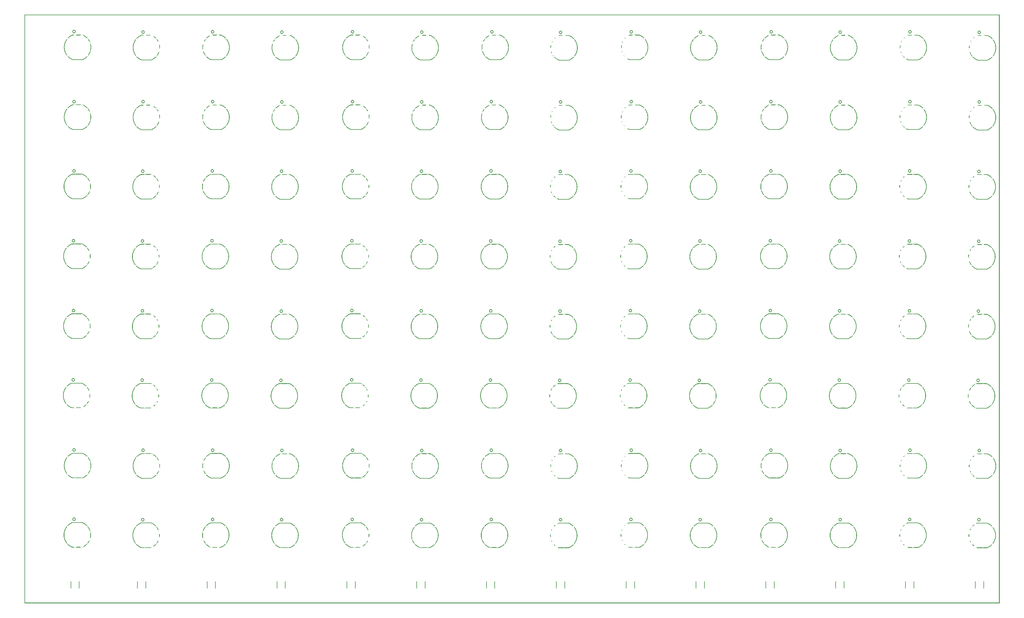
<source format=gbo>
G04 MADE WITH FRITZING*
G04 WWW.FRITZING.ORG*
G04 SINGLE SIDED*
G04 HOLES NOT PLATED*
G04 CONTOUR ON CENTER OF CONTOUR VECTOR*
%ASAXBY*%
%FSLAX23Y23*%
%MOIN*%
%OFA0B0*%
%SFA1.0B1.0*%
%ADD10C,0.040465X0.0244646*%
%ADD11C,0.008000*%
%ADD12C,0.006000*%
%ADD13R,0.001000X0.001000*%
%LNSILK0*%
G90*
G70*
G54D10*
X8837Y994D03*
X8833Y4293D03*
X7185Y1813D03*
X7185Y6766D03*
X7182Y993D03*
X10485Y1813D03*
X8001Y989D03*
X10485Y5938D03*
X10477Y3464D03*
X8004Y1810D03*
X9652Y3462D03*
X9660Y1811D03*
X7184Y5939D03*
X7993Y2641D03*
X8840Y1814D03*
X8840Y5940D03*
X8832Y3466D03*
X10482Y992D03*
X11297Y4287D03*
X11293Y2640D03*
X11301Y988D03*
X8001Y5115D03*
X8841Y6767D03*
X10485Y6765D03*
X9657Y990D03*
X11301Y5114D03*
X7176Y3465D03*
X10481Y5118D03*
X7173Y2644D03*
X9660Y6763D03*
X8837Y5120D03*
X8004Y5936D03*
X7177Y4292D03*
X9660Y5937D03*
X11305Y1809D03*
X7997Y4288D03*
X7996Y3461D03*
X11305Y6761D03*
X9657Y5116D03*
X10477Y4291D03*
X8005Y6762D03*
X7181Y5119D03*
X8829Y2645D03*
X11304Y5935D03*
X10473Y2644D03*
X9652Y4289D03*
X9649Y2642D03*
X11296Y3461D03*
X5526Y5118D03*
X6350Y6761D03*
X4702Y990D03*
X6350Y1809D03*
X6346Y5114D03*
X4694Y2642D03*
X5535Y6766D03*
X3874Y2645D03*
X4697Y4289D03*
X3886Y6767D03*
X5522Y4291D03*
X4702Y5116D03*
X6349Y5935D03*
X3882Y5120D03*
X3882Y994D03*
X6341Y3461D03*
X4705Y1811D03*
X5522Y3464D03*
X4697Y3462D03*
X5530Y5938D03*
X3885Y5940D03*
X5530Y1813D03*
X3878Y4293D03*
X6347Y988D03*
X3877Y3466D03*
X4705Y5937D03*
X6338Y2640D03*
X4705Y6763D03*
X6342Y4287D03*
X5519Y2644D03*
X3886Y1814D03*
X5527Y992D03*
X3050Y6762D03*
X3041Y3461D03*
X2221Y3465D03*
X3042Y4288D03*
X2230Y6766D03*
X3049Y1810D03*
X3046Y989D03*
X2227Y993D03*
X2229Y5939D03*
X2218Y2644D03*
X2222Y4292D03*
X3049Y5936D03*
X2226Y5119D03*
X3038Y2641D03*
X2230Y1813D03*
X3046Y5115D03*
X1397Y4290D03*
X1402Y5117D03*
X1397Y3463D03*
X1394Y2643D03*
X1405Y1812D03*
X1402Y991D03*
X1405Y5938D03*
X1405Y6764D03*
X587Y995D03*
X590Y1815D03*
X582Y4294D03*
X582Y3467D03*
X579Y2646D03*
X587Y5121D03*
X590Y5941D03*
X590Y6768D03*
G54D11*
X8818Y954D02*
X8936Y954D01*
D02*
X8813Y3962D02*
X8931Y3962D01*
D02*
X7165Y6435D02*
X7283Y6435D01*
D02*
X7162Y954D02*
X7280Y954D01*
D02*
X10465Y1482D02*
X10583Y1482D01*
D02*
X7982Y950D02*
X8100Y950D01*
D02*
X10465Y5608D02*
X10583Y5608D01*
D02*
X10457Y3133D02*
X10575Y3133D01*
D02*
X7985Y1479D02*
X8103Y1479D01*
D02*
X9632Y3132D02*
X9750Y3132D01*
D02*
X9640Y1480D02*
X9759Y1480D01*
D02*
X7165Y5609D02*
X7283Y5609D01*
D02*
X8820Y5610D02*
X8939Y5610D01*
D02*
X8812Y3135D02*
X8931Y3135D01*
D02*
X10462Y953D02*
X10580Y953D01*
D02*
X11277Y3956D02*
X11395Y3956D01*
D02*
X11273Y2309D02*
X11391Y2309D01*
D02*
X11282Y949D02*
X11400Y949D01*
D02*
X7981Y4784D02*
X8099Y4784D01*
D02*
X8821Y6436D02*
X8939Y6436D01*
D02*
X10465Y6434D02*
X10583Y6434D01*
D02*
X9637Y951D02*
X9755Y951D01*
D02*
X11281Y4784D02*
X11399Y4784D01*
D02*
X7157Y3134D02*
X7275Y3134D01*
D02*
X10462Y4787D02*
X10580Y4787D01*
D02*
X7154Y2605D02*
X7272Y2605D01*
D02*
X9641Y6433D02*
X9759Y6433D01*
D02*
X8817Y4789D02*
X8935Y4789D01*
D02*
X7984Y5605D02*
X8102Y5605D01*
D02*
X7157Y3961D02*
X7275Y3961D01*
D02*
X9640Y5606D02*
X9758Y5606D01*
D02*
X11285Y1478D02*
X11403Y1478D01*
D02*
X7977Y3957D02*
X8095Y3957D01*
D02*
X7976Y3131D02*
X8094Y3131D01*
D02*
X11285Y6431D02*
X11403Y6431D01*
D02*
X9637Y4785D02*
X9755Y4785D01*
D02*
X10457Y3960D02*
X10575Y3960D01*
D02*
X7985Y6432D02*
X8103Y6432D01*
D02*
X7162Y4788D02*
X7280Y4788D01*
D02*
X8809Y2606D02*
X8927Y2606D01*
D02*
X11284Y5604D02*
X11403Y5604D01*
D02*
X10454Y2604D02*
X10572Y2604D01*
D02*
X9633Y3958D02*
X9751Y3958D01*
D02*
X9629Y2602D02*
X9747Y2602D01*
D02*
X11276Y3130D02*
X11395Y3130D01*
D02*
X5507Y4787D02*
X5625Y4787D01*
D02*
X6330Y6431D02*
X6448Y6431D01*
D02*
X4682Y951D02*
X4801Y951D01*
D02*
X6330Y1478D02*
X6448Y1478D01*
D02*
X6326Y4784D02*
X6445Y4784D01*
D02*
X4674Y2602D02*
X4792Y2602D01*
D02*
X5515Y6435D02*
X5633Y6435D01*
D02*
X3854Y2606D02*
X3973Y2606D01*
D02*
X4678Y3958D02*
X4796Y3958D01*
D02*
X3866Y6436D02*
X3984Y6436D01*
D02*
X5502Y3960D02*
X5621Y3960D01*
D02*
X4682Y4785D02*
X4800Y4785D01*
D02*
X6330Y5604D02*
X6448Y5604D01*
D02*
X3862Y4789D02*
X3981Y4789D01*
D02*
X3863Y954D02*
X3981Y954D01*
D02*
X6322Y3130D02*
X6440Y3130D01*
D02*
X4686Y1480D02*
X4804Y1480D01*
D02*
X5502Y3133D02*
X5620Y3133D01*
D02*
X4677Y3132D02*
X4795Y3132D01*
D02*
X5510Y5608D02*
X5628Y5608D01*
D02*
X3866Y5610D02*
X3984Y5610D01*
D02*
X5510Y1482D02*
X5628Y1482D01*
D02*
X3858Y3962D02*
X3976Y3962D01*
D02*
X6327Y949D02*
X6445Y949D01*
D02*
X3858Y3135D02*
X3976Y3135D01*
D02*
X4685Y5606D02*
X4803Y5606D01*
D02*
X6318Y2309D02*
X6437Y2309D01*
D02*
X4686Y6433D02*
X4804Y6433D01*
D02*
X6322Y3956D02*
X6440Y3956D01*
D02*
X5499Y2604D02*
X5617Y2604D01*
D02*
X5507Y953D02*
X5625Y953D01*
D02*
X3030Y6432D02*
X3148Y6432D01*
D02*
X3021Y3131D02*
X3140Y3131D01*
D02*
X2202Y3134D02*
X2320Y3134D01*
D02*
X3022Y3957D02*
X3140Y3957D01*
D02*
X2210Y6435D02*
X2328Y6435D01*
D02*
X3030Y1479D02*
X3148Y1479D01*
D02*
X3027Y950D02*
X3145Y950D01*
D02*
X2207Y954D02*
X2325Y954D01*
D02*
X2210Y5609D02*
X2328Y5609D01*
D02*
X2199Y2605D02*
X2317Y2605D01*
D02*
X2202Y3961D02*
X2320Y3961D01*
D02*
X3029Y5605D02*
X3148Y5605D01*
D02*
X2207Y4788D02*
X2325Y4788D01*
D02*
X3026Y4784D02*
X3144Y4784D01*
D02*
X1378Y3959D02*
X1496Y3959D01*
D02*
X1382Y4786D02*
X1500Y4786D01*
D02*
X1377Y3133D02*
X1495Y3133D01*
D02*
X1374Y2603D02*
X1492Y2603D01*
D02*
X1385Y1481D02*
X1503Y1481D01*
D02*
X1382Y952D02*
X1500Y952D01*
D02*
X1385Y5607D02*
X1503Y5607D01*
D02*
X1386Y6433D02*
X1504Y6433D01*
D02*
X567Y955D02*
X685Y955D01*
D02*
X570Y1776D02*
X688Y1776D01*
D02*
X562Y3136D02*
X680Y3136D01*
D02*
X559Y2607D02*
X677Y2607D01*
D02*
X570Y5610D02*
X688Y5610D01*
D02*
X571Y6437D02*
X689Y6437D01*
G54D12*
D02*
X11260Y260D02*
X11260Y179D01*
D02*
X11358Y259D02*
X11358Y179D01*
D02*
X10433Y260D02*
X10433Y179D01*
D02*
X10531Y259D02*
X10531Y179D01*
D02*
X9606Y260D02*
X9606Y179D01*
D02*
X9704Y259D02*
X9704Y179D01*
D02*
X8779Y260D02*
X8779Y179D01*
D02*
X8878Y259D02*
X8878Y179D01*
D02*
X7953Y260D02*
X7953Y179D01*
D02*
X8051Y259D02*
X8051Y179D01*
D02*
X7126Y260D02*
X7126Y179D01*
D02*
X7224Y259D02*
X7224Y179D01*
D02*
X6299Y260D02*
X6299Y179D01*
D02*
X6397Y259D02*
X6397Y179D01*
D02*
X5472Y260D02*
X5472Y179D01*
D02*
X5570Y259D02*
X5570Y179D01*
D02*
X4646Y260D02*
X4646Y179D01*
D02*
X4744Y259D02*
X4744Y179D01*
D02*
X3819Y260D02*
X3819Y179D01*
D02*
X3917Y259D02*
X3917Y179D01*
D02*
X2992Y260D02*
X2992Y179D01*
D02*
X3090Y259D02*
X3090Y179D01*
D02*
X2165Y260D02*
X2165Y179D01*
D02*
X2263Y259D02*
X2263Y179D01*
D02*
X1339Y260D02*
X1339Y179D01*
D02*
X1437Y259D02*
X1437Y179D01*
D02*
X551Y260D02*
X551Y179D01*
D02*
X649Y259D02*
X649Y179D01*
G54D13*
X1Y6970D02*
X11547Y6970D01*
X1Y6969D02*
X11547Y6969D01*
X1Y6968D02*
X11547Y6968D01*
X1Y6967D02*
X11547Y6967D01*
X1Y6966D02*
X11547Y6966D01*
X1Y6965D02*
X11547Y6965D01*
X1Y6964D02*
X11547Y6964D01*
X1Y6963D02*
X11547Y6963D01*
X1Y6962D02*
X8Y6962D01*
X11540Y6962D02*
X11547Y6962D01*
X1Y6961D02*
X8Y6961D01*
X11540Y6961D02*
X11547Y6961D01*
X1Y6960D02*
X8Y6960D01*
X11540Y6960D02*
X11547Y6960D01*
X1Y6959D02*
X8Y6959D01*
X11540Y6959D02*
X11547Y6959D01*
X1Y6958D02*
X8Y6958D01*
X11540Y6958D02*
X11547Y6958D01*
X1Y6957D02*
X8Y6957D01*
X11540Y6957D02*
X11547Y6957D01*
X1Y6956D02*
X8Y6956D01*
X11540Y6956D02*
X11547Y6956D01*
X1Y6955D02*
X8Y6955D01*
X11540Y6955D02*
X11547Y6955D01*
X1Y6954D02*
X8Y6954D01*
X11540Y6954D02*
X11547Y6954D01*
X1Y6953D02*
X8Y6953D01*
X11540Y6953D02*
X11547Y6953D01*
X1Y6952D02*
X8Y6952D01*
X11540Y6952D02*
X11547Y6952D01*
X1Y6951D02*
X8Y6951D01*
X11540Y6951D02*
X11547Y6951D01*
X1Y6950D02*
X8Y6950D01*
X11540Y6950D02*
X11547Y6950D01*
X1Y6949D02*
X8Y6949D01*
X11540Y6949D02*
X11547Y6949D01*
X1Y6948D02*
X8Y6948D01*
X11540Y6948D02*
X11547Y6948D01*
X1Y6947D02*
X8Y6947D01*
X11540Y6947D02*
X11547Y6947D01*
X1Y6946D02*
X8Y6946D01*
X11540Y6946D02*
X11547Y6946D01*
X1Y6945D02*
X8Y6945D01*
X11540Y6945D02*
X11547Y6945D01*
X1Y6944D02*
X8Y6944D01*
X11540Y6944D02*
X11547Y6944D01*
X1Y6943D02*
X8Y6943D01*
X11540Y6943D02*
X11547Y6943D01*
X1Y6942D02*
X8Y6942D01*
X11540Y6942D02*
X11547Y6942D01*
X1Y6941D02*
X8Y6941D01*
X11540Y6941D02*
X11547Y6941D01*
X1Y6940D02*
X8Y6940D01*
X11540Y6940D02*
X11547Y6940D01*
X1Y6939D02*
X8Y6939D01*
X11540Y6939D02*
X11547Y6939D01*
X1Y6938D02*
X8Y6938D01*
X11540Y6938D02*
X11547Y6938D01*
X1Y6937D02*
X8Y6937D01*
X11540Y6937D02*
X11547Y6937D01*
X1Y6936D02*
X8Y6936D01*
X11540Y6936D02*
X11547Y6936D01*
X1Y6935D02*
X8Y6935D01*
X11540Y6935D02*
X11547Y6935D01*
X1Y6934D02*
X8Y6934D01*
X11540Y6934D02*
X11547Y6934D01*
X1Y6933D02*
X8Y6933D01*
X11540Y6933D02*
X11547Y6933D01*
X1Y6932D02*
X8Y6932D01*
X11540Y6932D02*
X11547Y6932D01*
X1Y6931D02*
X8Y6931D01*
X11540Y6931D02*
X11547Y6931D01*
X1Y6930D02*
X8Y6930D01*
X11540Y6930D02*
X11547Y6930D01*
X1Y6929D02*
X8Y6929D01*
X11540Y6929D02*
X11547Y6929D01*
X1Y6928D02*
X8Y6928D01*
X11540Y6928D02*
X11547Y6928D01*
X1Y6927D02*
X8Y6927D01*
X11540Y6927D02*
X11547Y6927D01*
X1Y6926D02*
X8Y6926D01*
X11540Y6926D02*
X11547Y6926D01*
X1Y6925D02*
X8Y6925D01*
X11540Y6925D02*
X11547Y6925D01*
X1Y6924D02*
X8Y6924D01*
X11540Y6924D02*
X11547Y6924D01*
X1Y6923D02*
X8Y6923D01*
X11540Y6923D02*
X11547Y6923D01*
X1Y6922D02*
X8Y6922D01*
X11540Y6922D02*
X11547Y6922D01*
X1Y6921D02*
X8Y6921D01*
X11540Y6921D02*
X11547Y6921D01*
X1Y6920D02*
X8Y6920D01*
X11540Y6920D02*
X11547Y6920D01*
X1Y6919D02*
X8Y6919D01*
X11540Y6919D02*
X11547Y6919D01*
X1Y6918D02*
X8Y6918D01*
X11540Y6918D02*
X11547Y6918D01*
X1Y6917D02*
X8Y6917D01*
X11540Y6917D02*
X11547Y6917D01*
X1Y6916D02*
X8Y6916D01*
X11540Y6916D02*
X11547Y6916D01*
X1Y6915D02*
X8Y6915D01*
X11540Y6915D02*
X11547Y6915D01*
X1Y6914D02*
X8Y6914D01*
X11540Y6914D02*
X11547Y6914D01*
X1Y6913D02*
X8Y6913D01*
X11540Y6913D02*
X11547Y6913D01*
X1Y6912D02*
X8Y6912D01*
X11540Y6912D02*
X11547Y6912D01*
X1Y6911D02*
X8Y6911D01*
X11540Y6911D02*
X11547Y6911D01*
X1Y6910D02*
X8Y6910D01*
X11540Y6910D02*
X11547Y6910D01*
X1Y6909D02*
X8Y6909D01*
X11540Y6909D02*
X11547Y6909D01*
X1Y6908D02*
X8Y6908D01*
X11540Y6908D02*
X11547Y6908D01*
X1Y6907D02*
X8Y6907D01*
X11540Y6907D02*
X11547Y6907D01*
X1Y6906D02*
X8Y6906D01*
X11540Y6906D02*
X11547Y6906D01*
X1Y6905D02*
X8Y6905D01*
X11540Y6905D02*
X11547Y6905D01*
X1Y6904D02*
X8Y6904D01*
X11540Y6904D02*
X11547Y6904D01*
X1Y6903D02*
X8Y6903D01*
X11540Y6903D02*
X11547Y6903D01*
X1Y6902D02*
X8Y6902D01*
X11540Y6902D02*
X11547Y6902D01*
X1Y6901D02*
X8Y6901D01*
X11540Y6901D02*
X11547Y6901D01*
X1Y6900D02*
X8Y6900D01*
X11540Y6900D02*
X11547Y6900D01*
X1Y6899D02*
X8Y6899D01*
X11540Y6899D02*
X11547Y6899D01*
X1Y6898D02*
X8Y6898D01*
X11540Y6898D02*
X11547Y6898D01*
X1Y6897D02*
X8Y6897D01*
X11540Y6897D02*
X11547Y6897D01*
X1Y6896D02*
X8Y6896D01*
X11540Y6896D02*
X11547Y6896D01*
X1Y6895D02*
X8Y6895D01*
X11540Y6895D02*
X11547Y6895D01*
X1Y6894D02*
X8Y6894D01*
X11540Y6894D02*
X11547Y6894D01*
X1Y6893D02*
X8Y6893D01*
X11540Y6893D02*
X11547Y6893D01*
X1Y6892D02*
X8Y6892D01*
X11540Y6892D02*
X11547Y6892D01*
X1Y6891D02*
X8Y6891D01*
X11540Y6891D02*
X11547Y6891D01*
X1Y6890D02*
X8Y6890D01*
X11540Y6890D02*
X11547Y6890D01*
X1Y6889D02*
X8Y6889D01*
X11540Y6889D02*
X11547Y6889D01*
X1Y6888D02*
X8Y6888D01*
X11540Y6888D02*
X11547Y6888D01*
X1Y6887D02*
X8Y6887D01*
X11540Y6887D02*
X11547Y6887D01*
X1Y6886D02*
X8Y6886D01*
X11540Y6886D02*
X11547Y6886D01*
X1Y6885D02*
X8Y6885D01*
X11540Y6885D02*
X11547Y6885D01*
X1Y6884D02*
X8Y6884D01*
X11540Y6884D02*
X11547Y6884D01*
X1Y6883D02*
X8Y6883D01*
X11540Y6883D02*
X11547Y6883D01*
X1Y6882D02*
X8Y6882D01*
X11540Y6882D02*
X11547Y6882D01*
X1Y6881D02*
X8Y6881D01*
X11540Y6881D02*
X11547Y6881D01*
X1Y6880D02*
X8Y6880D01*
X11540Y6880D02*
X11547Y6880D01*
X1Y6879D02*
X8Y6879D01*
X11540Y6879D02*
X11547Y6879D01*
X1Y6878D02*
X8Y6878D01*
X11540Y6878D02*
X11547Y6878D01*
X1Y6877D02*
X8Y6877D01*
X11540Y6877D02*
X11547Y6877D01*
X1Y6876D02*
X8Y6876D01*
X11540Y6876D02*
X11547Y6876D01*
X1Y6875D02*
X8Y6875D01*
X11540Y6875D02*
X11547Y6875D01*
X1Y6874D02*
X8Y6874D01*
X11540Y6874D02*
X11547Y6874D01*
X1Y6873D02*
X8Y6873D01*
X11540Y6873D02*
X11547Y6873D01*
X1Y6872D02*
X8Y6872D01*
X11540Y6872D02*
X11547Y6872D01*
X1Y6871D02*
X8Y6871D01*
X11540Y6871D02*
X11547Y6871D01*
X1Y6870D02*
X8Y6870D01*
X11540Y6870D02*
X11547Y6870D01*
X1Y6869D02*
X8Y6869D01*
X11540Y6869D02*
X11547Y6869D01*
X1Y6868D02*
X8Y6868D01*
X11540Y6868D02*
X11547Y6868D01*
X1Y6867D02*
X8Y6867D01*
X11540Y6867D02*
X11547Y6867D01*
X1Y6866D02*
X8Y6866D01*
X11540Y6866D02*
X11547Y6866D01*
X1Y6865D02*
X8Y6865D01*
X11540Y6865D02*
X11547Y6865D01*
X1Y6864D02*
X8Y6864D01*
X11540Y6864D02*
X11547Y6864D01*
X1Y6863D02*
X8Y6863D01*
X11540Y6863D02*
X11547Y6863D01*
X1Y6862D02*
X8Y6862D01*
X11540Y6862D02*
X11547Y6862D01*
X1Y6861D02*
X8Y6861D01*
X11540Y6861D02*
X11547Y6861D01*
X1Y6860D02*
X8Y6860D01*
X11540Y6860D02*
X11547Y6860D01*
X1Y6859D02*
X8Y6859D01*
X11540Y6859D02*
X11547Y6859D01*
X1Y6858D02*
X8Y6858D01*
X11540Y6858D02*
X11547Y6858D01*
X1Y6857D02*
X8Y6857D01*
X11540Y6857D02*
X11547Y6857D01*
X1Y6856D02*
X8Y6856D01*
X11540Y6856D02*
X11547Y6856D01*
X1Y6855D02*
X8Y6855D01*
X11540Y6855D02*
X11547Y6855D01*
X1Y6854D02*
X8Y6854D01*
X11540Y6854D02*
X11547Y6854D01*
X1Y6853D02*
X8Y6853D01*
X11540Y6853D02*
X11547Y6853D01*
X1Y6852D02*
X8Y6852D01*
X11540Y6852D02*
X11547Y6852D01*
X1Y6851D02*
X8Y6851D01*
X11540Y6851D02*
X11547Y6851D01*
X1Y6850D02*
X8Y6850D01*
X11540Y6850D02*
X11547Y6850D01*
X1Y6849D02*
X8Y6849D01*
X11540Y6849D02*
X11547Y6849D01*
X1Y6848D02*
X8Y6848D01*
X11540Y6848D02*
X11547Y6848D01*
X1Y6847D02*
X8Y6847D01*
X11540Y6847D02*
X11547Y6847D01*
X1Y6846D02*
X8Y6846D01*
X11540Y6846D02*
X11547Y6846D01*
X1Y6845D02*
X8Y6845D01*
X11540Y6845D02*
X11547Y6845D01*
X1Y6844D02*
X8Y6844D01*
X11540Y6844D02*
X11547Y6844D01*
X1Y6843D02*
X8Y6843D01*
X11540Y6843D02*
X11547Y6843D01*
X1Y6842D02*
X8Y6842D01*
X11540Y6842D02*
X11547Y6842D01*
X1Y6841D02*
X8Y6841D01*
X11540Y6841D02*
X11547Y6841D01*
X1Y6840D02*
X8Y6840D01*
X11540Y6840D02*
X11547Y6840D01*
X1Y6839D02*
X8Y6839D01*
X11540Y6839D02*
X11547Y6839D01*
X1Y6838D02*
X8Y6838D01*
X11540Y6838D02*
X11547Y6838D01*
X1Y6837D02*
X8Y6837D01*
X11540Y6837D02*
X11547Y6837D01*
X1Y6836D02*
X8Y6836D01*
X11540Y6836D02*
X11547Y6836D01*
X1Y6835D02*
X8Y6835D01*
X11540Y6835D02*
X11547Y6835D01*
X1Y6834D02*
X8Y6834D01*
X11540Y6834D02*
X11547Y6834D01*
X1Y6833D02*
X8Y6833D01*
X11540Y6833D02*
X11547Y6833D01*
X1Y6832D02*
X8Y6832D01*
X11540Y6832D02*
X11547Y6832D01*
X1Y6831D02*
X8Y6831D01*
X11540Y6831D02*
X11547Y6831D01*
X1Y6830D02*
X8Y6830D01*
X11540Y6830D02*
X11547Y6830D01*
X1Y6829D02*
X8Y6829D01*
X11540Y6829D02*
X11547Y6829D01*
X1Y6828D02*
X8Y6828D01*
X11540Y6828D02*
X11547Y6828D01*
X1Y6827D02*
X8Y6827D01*
X11540Y6827D02*
X11547Y6827D01*
X1Y6826D02*
X8Y6826D01*
X11540Y6826D02*
X11547Y6826D01*
X1Y6825D02*
X8Y6825D01*
X11540Y6825D02*
X11547Y6825D01*
X1Y6824D02*
X8Y6824D01*
X11540Y6824D02*
X11547Y6824D01*
X1Y6823D02*
X8Y6823D01*
X11540Y6823D02*
X11547Y6823D01*
X1Y6822D02*
X8Y6822D01*
X11540Y6822D02*
X11547Y6822D01*
X1Y6821D02*
X8Y6821D01*
X11540Y6821D02*
X11547Y6821D01*
X1Y6820D02*
X8Y6820D01*
X11540Y6820D02*
X11547Y6820D01*
X1Y6819D02*
X8Y6819D01*
X11540Y6819D02*
X11547Y6819D01*
X1Y6818D02*
X8Y6818D01*
X11540Y6818D02*
X11547Y6818D01*
X1Y6817D02*
X8Y6817D01*
X11540Y6817D02*
X11547Y6817D01*
X1Y6816D02*
X8Y6816D01*
X11540Y6816D02*
X11547Y6816D01*
X1Y6815D02*
X8Y6815D01*
X11540Y6815D02*
X11547Y6815D01*
X1Y6814D02*
X8Y6814D01*
X11540Y6814D02*
X11547Y6814D01*
X1Y6813D02*
X8Y6813D01*
X11540Y6813D02*
X11547Y6813D01*
X1Y6812D02*
X8Y6812D01*
X11540Y6812D02*
X11547Y6812D01*
X1Y6811D02*
X8Y6811D01*
X11540Y6811D02*
X11547Y6811D01*
X1Y6810D02*
X8Y6810D01*
X11540Y6810D02*
X11547Y6810D01*
X1Y6809D02*
X8Y6809D01*
X11540Y6809D02*
X11547Y6809D01*
X1Y6808D02*
X8Y6808D01*
X11540Y6808D02*
X11547Y6808D01*
X1Y6807D02*
X8Y6807D01*
X11540Y6807D02*
X11547Y6807D01*
X1Y6806D02*
X8Y6806D01*
X11540Y6806D02*
X11547Y6806D01*
X1Y6805D02*
X8Y6805D01*
X11540Y6805D02*
X11547Y6805D01*
X1Y6804D02*
X8Y6804D01*
X11540Y6804D02*
X11547Y6804D01*
X1Y6803D02*
X8Y6803D01*
X11540Y6803D02*
X11547Y6803D01*
X1Y6802D02*
X8Y6802D01*
X11540Y6802D02*
X11547Y6802D01*
X1Y6801D02*
X8Y6801D01*
X11540Y6801D02*
X11547Y6801D01*
X1Y6800D02*
X8Y6800D01*
X11540Y6800D02*
X11547Y6800D01*
X1Y6799D02*
X8Y6799D01*
X11540Y6799D02*
X11547Y6799D01*
X1Y6798D02*
X8Y6798D01*
X11540Y6798D02*
X11547Y6798D01*
X1Y6797D02*
X8Y6797D01*
X11540Y6797D02*
X11547Y6797D01*
X1Y6796D02*
X8Y6796D01*
X11540Y6796D02*
X11547Y6796D01*
X1Y6795D02*
X8Y6795D01*
X11540Y6795D02*
X11547Y6795D01*
X1Y6794D02*
X8Y6794D01*
X11540Y6794D02*
X11547Y6794D01*
X1Y6793D02*
X8Y6793D01*
X11540Y6793D02*
X11547Y6793D01*
X1Y6792D02*
X8Y6792D01*
X11540Y6792D02*
X11547Y6792D01*
X1Y6791D02*
X8Y6791D01*
X11540Y6791D02*
X11547Y6791D01*
X1Y6790D02*
X8Y6790D01*
X11540Y6790D02*
X11547Y6790D01*
X1Y6789D02*
X8Y6789D01*
X11540Y6789D02*
X11547Y6789D01*
X1Y6788D02*
X8Y6788D01*
X11540Y6788D02*
X11547Y6788D01*
X1Y6787D02*
X8Y6787D01*
X11540Y6787D02*
X11547Y6787D01*
X1Y6786D02*
X8Y6786D01*
X11540Y6786D02*
X11547Y6786D01*
X1Y6785D02*
X8Y6785D01*
X11540Y6785D02*
X11547Y6785D01*
X1Y6784D02*
X8Y6784D01*
X11540Y6784D02*
X11547Y6784D01*
X1Y6783D02*
X8Y6783D01*
X11540Y6783D02*
X11547Y6783D01*
X1Y6782D02*
X8Y6782D01*
X11540Y6782D02*
X11547Y6782D01*
X1Y6781D02*
X8Y6781D01*
X11540Y6781D02*
X11547Y6781D01*
X1Y6780D02*
X8Y6780D01*
X11540Y6780D02*
X11547Y6780D01*
X1Y6779D02*
X8Y6779D01*
X11540Y6779D02*
X11547Y6779D01*
X1Y6778D02*
X8Y6778D01*
X11540Y6778D02*
X11547Y6778D01*
X1Y6777D02*
X8Y6777D01*
X11540Y6777D02*
X11547Y6777D01*
X1Y6776D02*
X8Y6776D01*
X11540Y6776D02*
X11547Y6776D01*
X1Y6775D02*
X8Y6775D01*
X11540Y6775D02*
X11547Y6775D01*
X1Y6774D02*
X8Y6774D01*
X11540Y6774D02*
X11547Y6774D01*
X1Y6773D02*
X8Y6773D01*
X11540Y6773D02*
X11547Y6773D01*
X1Y6772D02*
X8Y6772D01*
X11540Y6772D02*
X11547Y6772D01*
X1Y6771D02*
X8Y6771D01*
X11540Y6771D02*
X11547Y6771D01*
X1Y6770D02*
X8Y6770D01*
X11540Y6770D02*
X11547Y6770D01*
X1Y6769D02*
X8Y6769D01*
X11540Y6769D02*
X11547Y6769D01*
X1Y6768D02*
X8Y6768D01*
X11540Y6768D02*
X11547Y6768D01*
X1Y6767D02*
X8Y6767D01*
X11540Y6767D02*
X11547Y6767D01*
X1Y6766D02*
X8Y6766D01*
X11540Y6766D02*
X11547Y6766D01*
X1Y6765D02*
X8Y6765D01*
X11540Y6765D02*
X11547Y6765D01*
X1Y6764D02*
X8Y6764D01*
X11540Y6764D02*
X11547Y6764D01*
X1Y6763D02*
X8Y6763D01*
X11540Y6763D02*
X11547Y6763D01*
X1Y6762D02*
X8Y6762D01*
X11540Y6762D02*
X11547Y6762D01*
X1Y6761D02*
X8Y6761D01*
X11540Y6761D02*
X11547Y6761D01*
X1Y6760D02*
X8Y6760D01*
X11540Y6760D02*
X11547Y6760D01*
X1Y6759D02*
X8Y6759D01*
X11540Y6759D02*
X11547Y6759D01*
X1Y6758D02*
X8Y6758D01*
X11540Y6758D02*
X11547Y6758D01*
X1Y6757D02*
X8Y6757D01*
X11540Y6757D02*
X11547Y6757D01*
X1Y6756D02*
X8Y6756D01*
X11540Y6756D02*
X11547Y6756D01*
X1Y6755D02*
X8Y6755D01*
X11540Y6755D02*
X11547Y6755D01*
X1Y6754D02*
X8Y6754D01*
X11540Y6754D02*
X11547Y6754D01*
X1Y6753D02*
X8Y6753D01*
X11540Y6753D02*
X11547Y6753D01*
X1Y6752D02*
X8Y6752D01*
X11540Y6752D02*
X11547Y6752D01*
X1Y6751D02*
X8Y6751D01*
X11540Y6751D02*
X11547Y6751D01*
X1Y6750D02*
X8Y6750D01*
X11540Y6750D02*
X11547Y6750D01*
X1Y6749D02*
X8Y6749D01*
X11540Y6749D02*
X11547Y6749D01*
X1Y6748D02*
X8Y6748D01*
X11540Y6748D02*
X11547Y6748D01*
X1Y6747D02*
X8Y6747D01*
X11540Y6747D02*
X11547Y6747D01*
X1Y6746D02*
X8Y6746D01*
X11540Y6746D02*
X11547Y6746D01*
X1Y6745D02*
X8Y6745D01*
X11540Y6745D02*
X11547Y6745D01*
X1Y6744D02*
X8Y6744D01*
X11540Y6744D02*
X11547Y6744D01*
X1Y6743D02*
X8Y6743D01*
X11540Y6743D02*
X11547Y6743D01*
X1Y6742D02*
X8Y6742D01*
X11540Y6742D02*
X11547Y6742D01*
X1Y6741D02*
X8Y6741D01*
X11540Y6741D02*
X11547Y6741D01*
X1Y6740D02*
X8Y6740D01*
X11540Y6740D02*
X11547Y6740D01*
X1Y6739D02*
X8Y6739D01*
X11540Y6739D02*
X11547Y6739D01*
X1Y6738D02*
X8Y6738D01*
X11540Y6738D02*
X11547Y6738D01*
X1Y6737D02*
X8Y6737D01*
X11540Y6737D02*
X11547Y6737D01*
X1Y6736D02*
X8Y6736D01*
X11540Y6736D02*
X11547Y6736D01*
X1Y6735D02*
X8Y6735D01*
X11540Y6735D02*
X11547Y6735D01*
X1Y6734D02*
X8Y6734D01*
X11540Y6734D02*
X11547Y6734D01*
X1Y6733D02*
X8Y6733D01*
X11540Y6733D02*
X11547Y6733D01*
X1Y6732D02*
X8Y6732D01*
X569Y6732D02*
X595Y6732D01*
X606Y6732D02*
X674Y6732D01*
X685Y6732D02*
X692Y6732D01*
X3867Y6732D02*
X3902Y6732D01*
X3913Y6732D02*
X3981Y6732D01*
X8822Y6732D02*
X8823Y6732D01*
X8834Y6732D02*
X8902Y6732D01*
X8913Y6732D02*
X8938Y6732D01*
X11540Y6732D02*
X11547Y6732D01*
X1Y6731D02*
X8Y6731D01*
X566Y6731D02*
X592Y6731D01*
X609Y6731D02*
X671Y6731D01*
X688Y6731D02*
X694Y6731D01*
X2223Y6731D02*
X2285Y6731D01*
X2302Y6731D02*
X2329Y6731D01*
X3864Y6731D02*
X3899Y6731D01*
X3916Y6731D02*
X3978Y6731D01*
X7165Y6731D02*
X7206Y6731D01*
X7223Y6731D02*
X7283Y6731D01*
X8819Y6731D02*
X8820Y6731D01*
X8837Y6731D02*
X8899Y6731D01*
X8916Y6731D02*
X8942Y6731D01*
X11540Y6731D02*
X11547Y6731D01*
X1Y6730D02*
X8Y6730D01*
X564Y6730D02*
X590Y6730D01*
X612Y6730D02*
X668Y6730D01*
X690Y6730D02*
X696Y6730D01*
X2226Y6730D02*
X2282Y6730D01*
X2305Y6730D02*
X2332Y6730D01*
X3862Y6730D02*
X3897Y6730D01*
X3919Y6730D02*
X3975Y6730D01*
X5533Y6730D02*
X5589Y6730D01*
X5611Y6730D02*
X5636Y6730D01*
X7163Y6730D02*
X7204Y6730D01*
X7226Y6730D02*
X7286Y6730D01*
X8816Y6730D02*
X8818Y6730D01*
X8840Y6730D02*
X8896Y6730D01*
X8918Y6730D02*
X8944Y6730D01*
X10465Y6730D02*
X10511Y6730D01*
X10533Y6730D02*
X10584Y6730D01*
X11540Y6730D02*
X11547Y6730D01*
X1Y6729D02*
X8Y6729D01*
X562Y6729D02*
X588Y6729D01*
X614Y6729D02*
X666Y6729D01*
X692Y6729D02*
X698Y6729D01*
X1385Y6729D02*
X1414Y6729D01*
X1440Y6729D02*
X1493Y6729D01*
X2228Y6729D02*
X2281Y6729D01*
X2306Y6729D02*
X2334Y6729D01*
X3859Y6729D02*
X3895Y6729D01*
X3921Y6729D02*
X3973Y6729D01*
X5535Y6729D02*
X5588Y6729D01*
X5613Y6729D02*
X5638Y6729D01*
X7160Y6729D02*
X7202Y6729D01*
X7227Y6729D02*
X7289Y6729D01*
X8814Y6729D02*
X8816Y6729D01*
X8842Y6729D02*
X8895Y6729D01*
X8920Y6729D02*
X8946Y6729D01*
X10462Y6729D02*
X10509Y6729D01*
X10534Y6729D02*
X10587Y6729D01*
X11540Y6729D02*
X11547Y6729D01*
X1Y6728D02*
X8Y6728D01*
X560Y6728D02*
X586Y6728D01*
X615Y6728D02*
X665Y6728D01*
X694Y6728D02*
X700Y6728D01*
X1383Y6728D02*
X1413Y6728D01*
X1442Y6728D02*
X1491Y6728D01*
X2229Y6728D02*
X2279Y6728D01*
X2308Y6728D02*
X2336Y6728D01*
X3857Y6728D02*
X3893Y6728D01*
X3922Y6728D02*
X3972Y6728D01*
X4710Y6728D02*
X4759Y6728D01*
X4788Y6728D02*
X4805Y6728D01*
X5536Y6728D02*
X5586Y6728D01*
X5615Y6728D02*
X5640Y6728D01*
X7158Y6728D02*
X7200Y6728D01*
X7229Y6728D02*
X7291Y6728D01*
X8812Y6728D02*
X8814Y6728D01*
X8843Y6728D02*
X8893Y6728D01*
X8922Y6728D02*
X8948Y6728D01*
X9640Y6728D02*
X9641Y6728D01*
X9670Y6728D02*
X9719Y6728D01*
X9749Y6728D02*
X9760Y6728D01*
X10460Y6728D02*
X10507Y6728D01*
X10536Y6728D02*
X10589Y6728D01*
X11540Y6728D02*
X11547Y6728D01*
X1Y6727D02*
X8Y6727D01*
X558Y6727D02*
X585Y6727D01*
X617Y6727D02*
X663Y6727D01*
X695Y6727D02*
X702Y6727D01*
X1381Y6727D02*
X1411Y6727D01*
X1443Y6727D02*
X1490Y6727D01*
X2231Y6727D02*
X2278Y6727D01*
X2309Y6727D02*
X2338Y6727D01*
X3057Y6727D02*
X3104Y6727D01*
X3136Y6727D02*
X3150Y6727D01*
X3855Y6727D02*
X3892Y6727D01*
X3924Y6727D02*
X3970Y6727D01*
X4711Y6727D02*
X4758Y6727D01*
X4790Y6727D02*
X4808Y6727D01*
X5538Y6727D02*
X5584Y6727D01*
X5616Y6727D02*
X5642Y6727D01*
X7156Y6727D02*
X7199Y6727D01*
X7231Y6727D02*
X7293Y6727D01*
X7984Y6727D02*
X7986Y6727D01*
X8018Y6727D02*
X8065Y6727D01*
X8097Y6727D02*
X8105Y6727D01*
X8810Y6727D02*
X8813Y6727D01*
X8845Y6727D02*
X8891Y6727D01*
X8923Y6727D02*
X8951Y6727D01*
X9637Y6727D02*
X9639Y6727D01*
X9671Y6727D02*
X9718Y6727D01*
X9750Y6727D02*
X9762Y6727D01*
X10459Y6727D02*
X10506Y6727D01*
X10538Y6727D02*
X10591Y6727D01*
X11540Y6727D02*
X11547Y6727D01*
X1Y6726D02*
X8Y6726D01*
X556Y6726D02*
X583Y6726D01*
X618Y6726D02*
X662Y6726D01*
X697Y6726D02*
X704Y6726D01*
X1378Y6726D02*
X1410Y6726D01*
X1445Y6726D02*
X1489Y6726D01*
X2232Y6726D02*
X2276Y6726D01*
X2311Y6726D02*
X2341Y6726D01*
X3059Y6726D02*
X3103Y6726D01*
X3137Y6726D02*
X3152Y6726D01*
X3853Y6726D02*
X3890Y6726D01*
X3925Y6726D02*
X3969Y6726D01*
X4712Y6726D02*
X4756Y6726D01*
X4791Y6726D02*
X4810Y6726D01*
X5504Y6726D02*
X5505Y6726D01*
X5539Y6726D02*
X5583Y6726D01*
X5618Y6726D02*
X5645Y6726D01*
X6329Y6726D02*
X6371Y6726D01*
X6405Y6726D02*
X6450Y6726D01*
X7154Y6726D02*
X7197Y6726D01*
X7232Y6726D02*
X7295Y6726D01*
X7981Y6726D02*
X7985Y6726D01*
X8019Y6726D02*
X8063Y6726D01*
X8098Y6726D02*
X8107Y6726D01*
X8808Y6726D02*
X8811Y6726D01*
X8846Y6726D02*
X8890Y6726D01*
X8925Y6726D02*
X8953Y6726D01*
X9635Y6726D02*
X9638Y6726D01*
X9673Y6726D02*
X9717Y6726D01*
X9751Y6726D02*
X9765Y6726D01*
X10460Y6726D02*
X10504Y6726D01*
X10539Y6726D02*
X10593Y6726D01*
X11287Y6726D02*
X11331Y6726D01*
X11366Y6726D02*
X11405Y6726D01*
X11540Y6726D02*
X11547Y6726D01*
X1Y6725D02*
X8Y6725D01*
X554Y6725D02*
X582Y6725D01*
X619Y6725D02*
X661Y6725D01*
X698Y6725D02*
X706Y6725D01*
X1376Y6725D02*
X1409Y6725D01*
X1446Y6725D02*
X1488Y6725D01*
X2233Y6725D02*
X2275Y6725D01*
X2312Y6725D02*
X2342Y6725D01*
X3060Y6725D02*
X3102Y6725D01*
X3138Y6725D02*
X3154Y6725D01*
X3851Y6725D02*
X3889Y6725D01*
X3926Y6725D02*
X3968Y6725D01*
X4713Y6725D02*
X4755Y6725D01*
X4792Y6725D02*
X4812Y6725D01*
X5502Y6725D02*
X5503Y6725D01*
X5540Y6725D02*
X5582Y6725D01*
X5619Y6725D02*
X5647Y6725D01*
X6327Y6725D02*
X6370Y6725D01*
X6406Y6725D02*
X6452Y6725D01*
X7154Y6725D02*
X7196Y6725D01*
X7233Y6725D02*
X7297Y6725D01*
X7979Y6725D02*
X7984Y6725D01*
X8020Y6725D02*
X8062Y6725D01*
X8099Y6725D02*
X8109Y6725D01*
X8806Y6725D02*
X8810Y6725D01*
X8847Y6725D02*
X8889Y6725D01*
X8926Y6725D02*
X8954Y6725D01*
X9633Y6725D02*
X9637Y6725D01*
X9674Y6725D02*
X9716Y6725D01*
X9752Y6725D02*
X9767Y6725D01*
X10461Y6725D02*
X10503Y6725D01*
X10540Y6725D02*
X10595Y6725D01*
X11288Y6725D02*
X11330Y6725D01*
X11367Y6725D02*
X11407Y6725D01*
X11540Y6725D02*
X11547Y6725D01*
X1Y6724D02*
X8Y6724D01*
X552Y6724D02*
X569Y6724D01*
X698Y6724D02*
X708Y6724D01*
X1374Y6724D02*
X1408Y6724D01*
X1446Y6724D02*
X1487Y6724D01*
X2195Y6724D02*
X2196Y6724D01*
X2234Y6724D02*
X2274Y6724D01*
X2313Y6724D02*
X2344Y6724D01*
X3022Y6724D02*
X3022Y6724D01*
X3061Y6724D02*
X3101Y6724D01*
X3139Y6724D02*
X3157Y6724D01*
X3849Y6724D02*
X3889Y6724D01*
X3927Y6724D02*
X3967Y6724D01*
X4676Y6724D02*
X4676Y6724D01*
X4714Y6724D02*
X4755Y6724D01*
X4793Y6724D02*
X4814Y6724D01*
X5500Y6724D02*
X5503Y6724D01*
X5541Y6724D02*
X5581Y6724D01*
X5620Y6724D02*
X5648Y6724D01*
X6328Y6724D02*
X6369Y6724D01*
X6407Y6724D02*
X6455Y6724D01*
X7155Y6724D02*
X7195Y6724D01*
X7234Y6724D02*
X7299Y6724D01*
X7977Y6724D02*
X7983Y6724D01*
X8021Y6724D02*
X8062Y6724D01*
X8100Y6724D02*
X8111Y6724D01*
X8804Y6724D02*
X8810Y6724D01*
X8848Y6724D02*
X8888Y6724D01*
X8927Y6724D02*
X8956Y6724D01*
X9631Y6724D02*
X9636Y6724D01*
X9675Y6724D02*
X9715Y6724D01*
X9753Y6724D02*
X9769Y6724D01*
X10462Y6724D02*
X10502Y6724D01*
X10541Y6724D02*
X10597Y6724D01*
X11289Y6724D02*
X11329Y6724D01*
X11367Y6724D02*
X11409Y6724D01*
X11540Y6724D02*
X11547Y6724D01*
X1Y6723D02*
X8Y6723D01*
X550Y6723D02*
X567Y6723D01*
X699Y6723D02*
X710Y6723D01*
X1372Y6723D02*
X1407Y6723D01*
X1447Y6723D02*
X1486Y6723D01*
X2193Y6723D02*
X2195Y6723D01*
X2329Y6723D02*
X2346Y6723D01*
X3020Y6723D02*
X3022Y6723D01*
X3061Y6723D02*
X3100Y6723D01*
X3140Y6723D02*
X3159Y6723D01*
X3847Y6723D02*
X3865Y6723D01*
X4674Y6723D02*
X4675Y6723D01*
X4715Y6723D02*
X4754Y6723D01*
X4794Y6723D02*
X4816Y6723D01*
X5499Y6723D02*
X5502Y6723D01*
X5542Y6723D02*
X5581Y6723D01*
X5620Y6723D02*
X5650Y6723D01*
X6329Y6723D02*
X6368Y6723D01*
X6408Y6723D02*
X6457Y6723D01*
X7156Y6723D02*
X7166Y6723D01*
X7283Y6723D02*
X7301Y6723D01*
X7975Y6723D02*
X7982Y6723D01*
X8022Y6723D02*
X8061Y6723D01*
X8101Y6723D02*
X8113Y6723D01*
X8802Y6723D02*
X8809Y6723D01*
X8941Y6723D02*
X8958Y6723D01*
X9628Y6723D02*
X9636Y6723D01*
X9675Y6723D02*
X9714Y6723D01*
X9754Y6723D02*
X9771Y6723D01*
X10463Y6723D02*
X10502Y6723D01*
X10541Y6723D02*
X10599Y6723D01*
X11289Y6723D02*
X11328Y6723D01*
X11368Y6723D02*
X11411Y6723D01*
X11540Y6723D02*
X11547Y6723D01*
X1Y6722D02*
X8Y6722D01*
X549Y6722D02*
X565Y6722D01*
X700Y6722D02*
X712Y6722D01*
X1370Y6722D02*
X1407Y6722D01*
X1448Y6722D02*
X1485Y6722D01*
X2192Y6722D02*
X2194Y6722D01*
X2331Y6722D02*
X2348Y6722D01*
X3018Y6722D02*
X3021Y6722D01*
X3062Y6722D02*
X3100Y6722D01*
X3141Y6722D02*
X3161Y6722D01*
X3846Y6722D02*
X3862Y6722D01*
X4672Y6722D02*
X4674Y6722D01*
X4716Y6722D02*
X4753Y6722D01*
X4794Y6722D02*
X4818Y6722D01*
X5497Y6722D02*
X5501Y6722D01*
X5635Y6722D02*
X5652Y6722D01*
X6330Y6722D02*
X6367Y6722D01*
X6408Y6722D02*
X6459Y6722D01*
X7156Y6722D02*
X7163Y6722D01*
X7286Y6722D02*
X7303Y6722D01*
X7973Y6722D02*
X7981Y6722D01*
X8023Y6722D02*
X8060Y6722D01*
X8101Y6722D02*
X8116Y6722D01*
X8800Y6722D02*
X8808Y6722D01*
X8943Y6722D02*
X8960Y6722D01*
X9627Y6722D02*
X9635Y6722D01*
X9676Y6722D02*
X9714Y6722D01*
X9755Y6722D02*
X9773Y6722D01*
X10463Y6722D02*
X10465Y6722D01*
X10584Y6722D02*
X10601Y6722D01*
X11290Y6722D02*
X11328Y6722D01*
X11369Y6722D02*
X11414Y6722D01*
X11540Y6722D02*
X11547Y6722D01*
X1Y6721D02*
X8Y6721D01*
X547Y6721D02*
X563Y6721D01*
X701Y6721D02*
X713Y6721D01*
X1368Y6721D02*
X1386Y6721D01*
X2190Y6721D02*
X2194Y6721D01*
X2333Y6721D02*
X2350Y6721D01*
X3016Y6721D02*
X3020Y6721D01*
X3063Y6721D02*
X3099Y6721D01*
X3141Y6721D02*
X3163Y6721D01*
X3844Y6721D02*
X3860Y6721D01*
X4670Y6721D02*
X4674Y6721D01*
X4716Y6721D02*
X4753Y6721D01*
X4795Y6721D02*
X4820Y6721D01*
X5495Y6721D02*
X5501Y6721D01*
X5637Y6721D02*
X5654Y6721D01*
X6330Y6721D02*
X6367Y6721D01*
X6409Y6721D02*
X6461Y6721D01*
X7157Y6721D02*
X7161Y6721D01*
X7288Y6721D02*
X7304Y6721D01*
X7971Y6721D02*
X7981Y6721D01*
X8023Y6721D02*
X8059Y6721D01*
X8102Y6721D02*
X8117Y6721D01*
X8799Y6721D02*
X8807Y6721D01*
X8946Y6721D02*
X8962Y6721D01*
X9625Y6721D02*
X9634Y6721D01*
X9677Y6721D02*
X9713Y6721D01*
X9755Y6721D02*
X9775Y6721D01*
X10586Y6721D02*
X10603Y6721D01*
X11291Y6721D02*
X11327Y6721D01*
X11370Y6721D02*
X11416Y6721D01*
X11540Y6721D02*
X11547Y6721D01*
X1Y6720D02*
X8Y6720D01*
X545Y6720D02*
X561Y6720D01*
X701Y6720D02*
X715Y6720D01*
X1367Y6720D02*
X1383Y6720D01*
X2188Y6720D02*
X2193Y6720D01*
X2335Y6720D02*
X2352Y6720D01*
X3014Y6720D02*
X3020Y6720D01*
X3063Y6720D02*
X3098Y6720D01*
X3142Y6720D02*
X3165Y6720D01*
X3842Y6720D02*
X3858Y6720D01*
X4008Y6720D02*
X4009Y6720D01*
X4668Y6720D02*
X4673Y6720D01*
X4805Y6720D02*
X4822Y6720D01*
X5493Y6720D02*
X5500Y6720D01*
X5640Y6720D02*
X5656Y6720D01*
X6331Y6720D02*
X6366Y6720D01*
X6410Y6720D02*
X6463Y6720D01*
X7158Y6720D02*
X7159Y6720D01*
X7290Y6720D02*
X7306Y6720D01*
X7969Y6720D02*
X7980Y6720D01*
X8024Y6720D02*
X8059Y6720D01*
X8102Y6720D02*
X8119Y6720D01*
X8797Y6720D02*
X8807Y6720D01*
X8948Y6720D02*
X8963Y6720D01*
X9623Y6720D02*
X9634Y6720D01*
X9759Y6720D02*
X9777Y6720D01*
X10588Y6720D02*
X10605Y6720D01*
X11291Y6720D02*
X11327Y6720D01*
X11370Y6720D02*
X11418Y6720D01*
X11540Y6720D02*
X11547Y6720D01*
X1Y6719D02*
X8Y6719D01*
X544Y6719D02*
X559Y6719D01*
X702Y6719D02*
X716Y6719D01*
X1365Y6719D02*
X1381Y6719D01*
X2186Y6719D02*
X2192Y6719D01*
X2338Y6719D02*
X2353Y6719D01*
X3012Y6719D02*
X3019Y6719D01*
X3149Y6719D02*
X3166Y6719D01*
X3841Y6719D02*
X3856Y6719D01*
X4009Y6719D02*
X4010Y6719D01*
X4666Y6719D02*
X4673Y6719D01*
X4807Y6719D02*
X4824Y6719D01*
X5491Y6719D02*
X5499Y6719D01*
X5642Y6719D02*
X5657Y6719D01*
X6331Y6719D02*
X6366Y6719D01*
X6410Y6719D02*
X6465Y6719D01*
X7292Y6719D02*
X7308Y6719D01*
X7967Y6719D02*
X7980Y6719D01*
X8104Y6719D02*
X8121Y6719D01*
X8795Y6719D02*
X8806Y6719D01*
X8950Y6719D02*
X8965Y6719D01*
X9621Y6719D02*
X9633Y6719D01*
X9762Y6719D02*
X9778Y6719D01*
X10590Y6719D02*
X10606Y6719D01*
X11292Y6719D02*
X11326Y6719D01*
X11371Y6719D02*
X11419Y6719D01*
X11540Y6719D02*
X11547Y6719D01*
X1Y6718D02*
X8Y6718D01*
X542Y6718D02*
X557Y6718D01*
X703Y6718D02*
X718Y6718D01*
X1363Y6718D02*
X1379Y6718D01*
X2185Y6718D02*
X2192Y6718D01*
X2340Y6718D02*
X2355Y6718D01*
X3011Y6718D02*
X3019Y6718D01*
X3151Y6718D02*
X3168Y6718D01*
X3839Y6718D02*
X3854Y6718D01*
X4009Y6718D02*
X4012Y6718D01*
X4665Y6718D02*
X4672Y6718D01*
X4809Y6718D02*
X4826Y6718D01*
X5490Y6718D02*
X5499Y6718D01*
X5644Y6718D02*
X5659Y6718D01*
X6449Y6718D02*
X6467Y6718D01*
X7294Y6718D02*
X7309Y6718D01*
X7965Y6718D02*
X7979Y6718D01*
X8106Y6718D02*
X8123Y6718D01*
X8794Y6718D02*
X8806Y6718D01*
X8952Y6718D02*
X8966Y6718D01*
X9619Y6718D02*
X9633Y6718D01*
X9764Y6718D02*
X9780Y6718D01*
X10593Y6718D02*
X10608Y6718D01*
X11404Y6718D02*
X11421Y6718D01*
X11540Y6718D02*
X11547Y6718D01*
X1Y6717D02*
X8Y6717D01*
X541Y6717D02*
X555Y6717D01*
X705Y6717D02*
X719Y6717D01*
X1361Y6717D02*
X1377Y6717D01*
X1529Y6717D02*
X1529Y6717D01*
X2183Y6717D02*
X2192Y6717D01*
X2341Y6717D02*
X2356Y6717D01*
X3009Y6717D02*
X3018Y6717D01*
X3154Y6717D02*
X3170Y6717D01*
X3838Y6717D02*
X3852Y6717D01*
X4010Y6717D02*
X4013Y6717D01*
X4663Y6717D02*
X4672Y6717D01*
X4811Y6717D02*
X4827Y6717D01*
X5488Y6717D02*
X5498Y6717D01*
X5646Y6717D02*
X5661Y6717D01*
X6452Y6717D02*
X6468Y6717D01*
X7296Y6717D02*
X7311Y6717D01*
X7963Y6717D02*
X7979Y6717D01*
X8108Y6717D02*
X8125Y6717D01*
X8792Y6717D02*
X8805Y6717D01*
X8954Y6717D02*
X8968Y6717D01*
X9618Y6717D02*
X9632Y6717D01*
X9766Y6717D02*
X9782Y6717D01*
X10595Y6717D02*
X10610Y6717D01*
X11406Y6717D02*
X11423Y6717D01*
X11540Y6717D02*
X11547Y6717D01*
X1Y6716D02*
X8Y6716D01*
X539Y6716D02*
X553Y6716D01*
X707Y6716D02*
X721Y6716D01*
X1360Y6716D02*
X1375Y6716D01*
X1530Y6716D02*
X1530Y6716D01*
X2182Y6716D02*
X2191Y6716D01*
X2343Y6716D02*
X2358Y6716D01*
X3007Y6716D02*
X3018Y6716D01*
X3156Y6716D02*
X3172Y6716D01*
X3836Y6716D02*
X3850Y6716D01*
X4010Y6716D02*
X4015Y6716D01*
X4661Y6716D02*
X4671Y6716D01*
X4814Y6716D02*
X4829Y6716D01*
X5487Y6716D02*
X5498Y6716D01*
X5648Y6716D02*
X5662Y6716D01*
X6454Y6716D02*
X6470Y6716D01*
X7298Y6716D02*
X7312Y6716D01*
X7962Y6716D02*
X7978Y6716D01*
X8111Y6716D02*
X8127Y6716D01*
X8791Y6716D02*
X8805Y6716D01*
X8955Y6716D02*
X8970Y6716D01*
X9616Y6716D02*
X9631Y6716D01*
X9768Y6716D02*
X9784Y6716D01*
X10596Y6716D02*
X10611Y6716D01*
X11409Y6716D02*
X11425Y6716D01*
X11540Y6716D02*
X11547Y6716D01*
X1Y6715D02*
X8Y6715D01*
X538Y6715D02*
X551Y6715D01*
X709Y6715D02*
X722Y6715D01*
X1358Y6715D02*
X1373Y6715D01*
X1530Y6715D02*
X1532Y6715D01*
X2180Y6715D02*
X2191Y6715D01*
X2345Y6715D02*
X2359Y6715D01*
X3005Y6715D02*
X3018Y6715D01*
X3158Y6715D02*
X3173Y6715D01*
X3835Y6715D02*
X3848Y6715D01*
X4010Y6715D02*
X4016Y6715D01*
X4660Y6715D02*
X4671Y6715D01*
X4815Y6715D02*
X4830Y6715D01*
X5485Y6715D02*
X5498Y6715D01*
X5649Y6715D02*
X5664Y6715D01*
X6456Y6715D02*
X6472Y6715D01*
X7300Y6715D02*
X7314Y6715D01*
X7960Y6715D02*
X7975Y6715D01*
X8113Y6715D02*
X8128Y6715D01*
X8789Y6715D02*
X8803Y6715D01*
X8957Y6715D02*
X8971Y6715D01*
X9614Y6715D02*
X9629Y6715D01*
X9770Y6715D02*
X9785Y6715D01*
X10598Y6715D02*
X10613Y6715D01*
X11411Y6715D02*
X11427Y6715D01*
X11540Y6715D02*
X11547Y6715D01*
X1Y6714D02*
X8Y6714D01*
X537Y6714D02*
X550Y6714D01*
X710Y6714D02*
X724Y6714D01*
X1357Y6714D02*
X1371Y6714D01*
X1530Y6714D02*
X1533Y6714D01*
X2179Y6714D02*
X2191Y6714D01*
X2347Y6714D02*
X2361Y6714D01*
X3004Y6714D02*
X3017Y6714D01*
X3160Y6714D02*
X3175Y6714D01*
X3833Y6714D02*
X3847Y6714D01*
X4011Y6714D02*
X4018Y6714D01*
X4658Y6714D02*
X4671Y6714D01*
X4817Y6714D02*
X4832Y6714D01*
X5484Y6714D02*
X5498Y6714D01*
X5651Y6714D02*
X5665Y6714D01*
X6458Y6714D02*
X6474Y6714D01*
X7302Y6714D02*
X7316Y6714D01*
X7959Y6714D02*
X7974Y6714D01*
X8115Y6714D02*
X8130Y6714D01*
X8788Y6714D02*
X8801Y6714D01*
X8959Y6714D02*
X8973Y6714D01*
X9613Y6714D02*
X9628Y6714D01*
X9772Y6714D02*
X9787Y6714D01*
X10600Y6714D02*
X10614Y6714D01*
X11413Y6714D02*
X11428Y6714D01*
X11540Y6714D02*
X11547Y6714D01*
X1Y6713D02*
X8Y6713D01*
X535Y6713D02*
X548Y6713D01*
X712Y6713D02*
X725Y6713D01*
X1355Y6713D02*
X1369Y6713D01*
X1531Y6713D02*
X1535Y6713D01*
X2177Y6713D02*
X2190Y6713D01*
X2349Y6713D02*
X2362Y6713D01*
X3002Y6713D02*
X3017Y6713D01*
X3162Y6713D02*
X3176Y6713D01*
X3832Y6713D02*
X3845Y6713D01*
X4011Y6713D02*
X4019Y6713D01*
X4657Y6713D02*
X4670Y6713D01*
X4819Y6713D02*
X4834Y6713D01*
X5482Y6713D02*
X5496Y6713D01*
X5653Y6713D02*
X5667Y6713D01*
X6460Y6713D02*
X6475Y6713D01*
X7304Y6713D02*
X7317Y6713D01*
X7957Y6713D02*
X7972Y6713D01*
X8117Y6713D02*
X8131Y6713D01*
X8786Y6713D02*
X8800Y6713D01*
X8961Y6713D02*
X8974Y6713D01*
X9611Y6713D02*
X9626Y6713D01*
X9774Y6713D02*
X9788Y6713D01*
X10602Y6713D02*
X10616Y6713D01*
X11415Y6713D02*
X11430Y6713D01*
X11540Y6713D02*
X11547Y6713D01*
X1Y6712D02*
X8Y6712D01*
X534Y6712D02*
X547Y6712D01*
X714Y6712D02*
X726Y6712D01*
X1354Y6712D02*
X1367Y6712D01*
X1531Y6712D02*
X1536Y6712D01*
X2176Y6712D02*
X2189Y6712D01*
X2350Y6712D02*
X2364Y6712D01*
X3001Y6712D02*
X3015Y6712D01*
X3164Y6712D02*
X3178Y6712D01*
X3830Y6712D02*
X3843Y6712D01*
X4011Y6712D02*
X4020Y6712D01*
X4655Y6712D02*
X4669Y6712D01*
X4821Y6712D02*
X4835Y6712D01*
X5481Y6712D02*
X5494Y6712D01*
X5655Y6712D02*
X5668Y6712D01*
X6462Y6712D02*
X6477Y6712D01*
X7305Y6712D02*
X7318Y6712D01*
X7955Y6712D02*
X7970Y6712D01*
X8118Y6712D02*
X8133Y6712D01*
X8785Y6712D02*
X8798Y6712D01*
X8962Y6712D02*
X8975Y6712D01*
X9610Y6712D02*
X9624Y6712D01*
X9776Y6712D02*
X9790Y6712D01*
X10604Y6712D02*
X10617Y6712D01*
X11417Y6712D02*
X11431Y6712D01*
X11540Y6712D02*
X11547Y6712D01*
X1Y6711D02*
X8Y6711D01*
X533Y6711D02*
X545Y6711D01*
X715Y6711D02*
X728Y6711D01*
X1352Y6711D02*
X1366Y6711D01*
X1531Y6711D02*
X1538Y6711D01*
X2175Y6711D02*
X2188Y6711D01*
X2352Y6711D02*
X2365Y6711D01*
X2999Y6711D02*
X3013Y6711D01*
X3165Y6711D02*
X3180Y6711D01*
X3829Y6711D02*
X3842Y6711D01*
X4011Y6711D02*
X4022Y6711D01*
X4654Y6711D02*
X4667Y6711D01*
X4823Y6711D02*
X4837Y6711D01*
X5480Y6711D02*
X5493Y6711D01*
X5656Y6711D02*
X5669Y6711D01*
X6464Y6711D02*
X6478Y6711D01*
X7307Y6711D02*
X7320Y6711D01*
X7954Y6711D02*
X7968Y6711D01*
X8120Y6711D02*
X8134Y6711D01*
X8784Y6711D02*
X8797Y6711D01*
X8964Y6711D02*
X8977Y6711D01*
X9608Y6711D02*
X9622Y6711D01*
X9778Y6711D02*
X9791Y6711D01*
X10605Y6711D02*
X10618Y6711D01*
X11419Y6711D02*
X11433Y6711D01*
X11540Y6711D02*
X11547Y6711D01*
X1Y6710D02*
X8Y6710D01*
X531Y6710D02*
X544Y6710D01*
X717Y6710D02*
X729Y6710D01*
X1351Y6710D02*
X1364Y6710D01*
X1531Y6710D02*
X1539Y6710D01*
X2173Y6710D02*
X2186Y6710D01*
X2353Y6710D02*
X2366Y6710D01*
X2998Y6710D02*
X3011Y6710D01*
X3167Y6710D02*
X3181Y6710D01*
X3828Y6710D02*
X3840Y6710D01*
X4011Y6710D02*
X4023Y6710D01*
X4652Y6710D02*
X4666Y6710D01*
X4825Y6710D02*
X4838Y6710D01*
X5478Y6710D02*
X5491Y6710D01*
X5658Y6710D02*
X5671Y6710D01*
X6466Y6710D02*
X6480Y6710D01*
X7308Y6710D02*
X7321Y6710D01*
X7952Y6710D02*
X7966Y6710D01*
X8122Y6710D02*
X8136Y6710D01*
X8782Y6710D02*
X8795Y6710D01*
X8965Y6710D02*
X8978Y6710D01*
X9607Y6710D02*
X9620Y6710D01*
X9779Y6710D02*
X9793Y6710D01*
X10607Y6710D02*
X10620Y6710D01*
X11420Y6710D02*
X11434Y6710D01*
X11540Y6710D02*
X11547Y6710D01*
X1Y6709D02*
X8Y6709D01*
X530Y6709D02*
X542Y6709D01*
X718Y6709D02*
X730Y6709D01*
X1350Y6709D02*
X1363Y6709D01*
X1531Y6709D02*
X1540Y6709D01*
X2172Y6709D02*
X2184Y6709D01*
X2355Y6709D02*
X2368Y6709D01*
X2996Y6709D02*
X3010Y6709D01*
X3169Y6709D02*
X3182Y6709D01*
X3826Y6709D02*
X3839Y6709D01*
X4012Y6709D02*
X4024Y6709D01*
X4651Y6709D02*
X4664Y6709D01*
X4826Y6709D02*
X4839Y6709D01*
X5477Y6709D02*
X5490Y6709D01*
X5659Y6709D02*
X5672Y6709D01*
X6468Y6709D02*
X6481Y6709D01*
X7310Y6709D02*
X7322Y6709D01*
X7951Y6709D02*
X7964Y6709D01*
X8124Y6709D02*
X8137Y6709D01*
X8781Y6709D02*
X8793Y6709D01*
X8967Y6709D02*
X8979Y6709D01*
X9606Y6709D02*
X9619Y6709D01*
X9781Y6709D02*
X9794Y6709D01*
X10608Y6709D02*
X10621Y6709D01*
X11422Y6709D02*
X11436Y6709D01*
X11540Y6709D02*
X11547Y6709D01*
X1Y6708D02*
X8Y6708D01*
X529Y6708D02*
X541Y6708D01*
X720Y6708D02*
X732Y6708D01*
X1348Y6708D02*
X1361Y6708D01*
X1531Y6708D02*
X1542Y6708D01*
X2171Y6708D02*
X2183Y6708D01*
X2357Y6708D02*
X2369Y6708D01*
X2995Y6708D02*
X3008Y6708D01*
X3171Y6708D02*
X3184Y6708D01*
X3825Y6708D02*
X3837Y6708D01*
X4014Y6708D02*
X4026Y6708D01*
X4650Y6708D02*
X4662Y6708D01*
X4828Y6708D02*
X4841Y6708D01*
X5476Y6708D02*
X5488Y6708D01*
X5661Y6708D02*
X5673Y6708D01*
X6469Y6708D02*
X6483Y6708D01*
X7311Y6708D02*
X7324Y6708D01*
X7950Y6708D02*
X7963Y6708D01*
X8125Y6708D02*
X8138Y6708D01*
X8780Y6708D02*
X8792Y6708D01*
X8968Y6708D02*
X8980Y6708D01*
X9604Y6708D02*
X9617Y6708D01*
X9782Y6708D02*
X9795Y6708D01*
X10610Y6708D02*
X10622Y6708D01*
X11424Y6708D02*
X11437Y6708D01*
X11540Y6708D02*
X11547Y6708D01*
X1Y6707D02*
X8Y6707D01*
X527Y6707D02*
X539Y6707D01*
X721Y6707D02*
X733Y6707D01*
X1347Y6707D02*
X1359Y6707D01*
X1531Y6707D02*
X1543Y6707D01*
X2169Y6707D02*
X2181Y6707D01*
X2358Y6707D02*
X2370Y6707D01*
X2994Y6707D02*
X3007Y6707D01*
X3172Y6707D02*
X3185Y6707D01*
X3824Y6707D02*
X3836Y6707D01*
X4015Y6707D02*
X4027Y6707D01*
X4648Y6707D02*
X4661Y6707D01*
X4829Y6707D02*
X4842Y6707D01*
X5474Y6707D02*
X5486Y6707D01*
X5662Y6707D02*
X5675Y6707D01*
X6471Y6707D02*
X6484Y6707D01*
X7313Y6707D02*
X7325Y6707D01*
X7948Y6707D02*
X7961Y6707D01*
X8127Y6707D02*
X8140Y6707D01*
X8779Y6707D02*
X8791Y6707D01*
X8970Y6707D02*
X8982Y6707D01*
X9603Y6707D02*
X9616Y6707D01*
X9784Y6707D02*
X9797Y6707D01*
X10612Y6707D02*
X10624Y6707D01*
X11425Y6707D02*
X11439Y6707D01*
X11540Y6707D02*
X11547Y6707D01*
X1Y6706D02*
X8Y6706D01*
X526Y6706D02*
X538Y6706D01*
X722Y6706D02*
X734Y6706D01*
X1346Y6706D02*
X1358Y6706D01*
X1532Y6706D02*
X1544Y6706D01*
X2168Y6706D02*
X2180Y6706D01*
X2360Y6706D02*
X2371Y6706D01*
X2992Y6706D02*
X3005Y6706D01*
X3174Y6706D02*
X3186Y6706D01*
X3823Y6706D02*
X3835Y6706D01*
X4016Y6706D02*
X4028Y6706D01*
X4647Y6706D02*
X4659Y6706D01*
X4831Y6706D02*
X4843Y6706D01*
X5473Y6706D02*
X5485Y6706D01*
X5664Y6706D02*
X5676Y6706D01*
X6472Y6706D02*
X6485Y6706D01*
X7314Y6706D02*
X7326Y6706D01*
X7947Y6706D02*
X7960Y6706D01*
X8128Y6706D02*
X8141Y6706D01*
X8777Y6706D02*
X8789Y6706D01*
X8971Y6706D02*
X8983Y6706D01*
X9602Y6706D02*
X9614Y6706D01*
X9786Y6706D02*
X9798Y6706D01*
X10613Y6706D02*
X10625Y6706D01*
X11427Y6706D02*
X11440Y6706D01*
X11540Y6706D02*
X11547Y6706D01*
X1Y6705D02*
X8Y6705D01*
X525Y6705D02*
X537Y6705D01*
X724Y6705D02*
X735Y6705D01*
X1344Y6705D02*
X1356Y6705D01*
X1534Y6705D02*
X1546Y6705D01*
X2167Y6705D02*
X2179Y6705D01*
X2361Y6705D02*
X2373Y6705D01*
X2991Y6705D02*
X3004Y6705D01*
X3175Y6705D02*
X3188Y6705D01*
X3822Y6705D02*
X3833Y6705D01*
X4018Y6705D02*
X4029Y6705D01*
X4646Y6705D02*
X4658Y6705D01*
X4832Y6705D02*
X4845Y6705D01*
X5472Y6705D02*
X5484Y6705D01*
X5665Y6705D02*
X5677Y6705D01*
X6474Y6705D02*
X6487Y6705D01*
X7316Y6705D02*
X7327Y6705D01*
X7946Y6705D02*
X7958Y6705D01*
X8130Y6705D02*
X8142Y6705D01*
X8776Y6705D02*
X8788Y6705D01*
X8972Y6705D02*
X8984Y6705D01*
X9600Y6705D02*
X9612Y6705D01*
X9787Y6705D02*
X9799Y6705D01*
X10614Y6705D02*
X10626Y6705D01*
X11429Y6705D02*
X11441Y6705D01*
X11540Y6705D02*
X11547Y6705D01*
X1Y6704D02*
X8Y6704D01*
X524Y6704D02*
X535Y6704D01*
X725Y6704D02*
X736Y6704D01*
X1343Y6704D02*
X1355Y6704D01*
X1535Y6704D02*
X1547Y6704D01*
X2166Y6704D02*
X2177Y6704D01*
X2362Y6704D02*
X2374Y6704D01*
X2990Y6704D02*
X3002Y6704D01*
X3177Y6704D02*
X3189Y6704D01*
X3820Y6704D02*
X3832Y6704D01*
X4019Y6704D02*
X4030Y6704D01*
X4644Y6704D02*
X4656Y6704D01*
X4834Y6704D02*
X4846Y6704D01*
X5471Y6704D02*
X5482Y6704D01*
X5667Y6704D02*
X5678Y6704D01*
X6475Y6704D02*
X6488Y6704D01*
X7317Y6704D02*
X7328Y6704D01*
X7944Y6704D02*
X7957Y6704D01*
X8132Y6704D02*
X8144Y6704D01*
X8775Y6704D02*
X8787Y6704D01*
X8974Y6704D02*
X8985Y6704D01*
X9599Y6704D02*
X9611Y6704D01*
X9789Y6704D02*
X9801Y6704D01*
X10616Y6704D02*
X10627Y6704D01*
X11430Y6704D02*
X11443Y6704D01*
X11540Y6704D02*
X11547Y6704D01*
X1Y6703D02*
X8Y6703D01*
X523Y6703D02*
X534Y6703D01*
X726Y6703D02*
X737Y6703D01*
X1342Y6703D02*
X1354Y6703D01*
X1536Y6703D02*
X1548Y6703D01*
X2165Y6703D02*
X2176Y6703D01*
X2364Y6703D02*
X2375Y6703D01*
X2988Y6703D02*
X3000Y6703D01*
X3178Y6703D02*
X3190Y6703D01*
X3819Y6703D02*
X3831Y6703D01*
X4020Y6703D02*
X4032Y6703D01*
X4643Y6703D02*
X4655Y6703D01*
X4835Y6703D02*
X4847Y6703D01*
X5470Y6703D02*
X5481Y6703D01*
X5668Y6703D02*
X5679Y6703D01*
X6477Y6703D02*
X6489Y6703D01*
X7318Y6703D02*
X7330Y6703D01*
X7943Y6703D02*
X7955Y6703D01*
X8133Y6703D02*
X8145Y6703D01*
X8774Y6703D02*
X8785Y6703D01*
X8975Y6703D02*
X8986Y6703D01*
X9598Y6703D02*
X9610Y6703D01*
X9790Y6703D02*
X9802Y6703D01*
X10617Y6703D02*
X10629Y6703D01*
X11244Y6703D02*
X11245Y6703D01*
X11432Y6703D02*
X11444Y6703D01*
X11540Y6703D02*
X11547Y6703D01*
X1Y6702D02*
X8Y6702D01*
X522Y6702D02*
X533Y6702D01*
X728Y6702D02*
X738Y6702D01*
X1341Y6702D02*
X1352Y6702D01*
X1538Y6702D02*
X1549Y6702D01*
X2164Y6702D02*
X2175Y6702D01*
X2365Y6702D02*
X2376Y6702D01*
X2987Y6702D02*
X2999Y6702D01*
X3180Y6702D02*
X3192Y6702D01*
X3818Y6702D02*
X3829Y6702D01*
X4022Y6702D02*
X4033Y6702D01*
X4642Y6702D02*
X4654Y6702D01*
X4837Y6702D02*
X4848Y6702D01*
X5469Y6702D02*
X5480Y6702D01*
X5669Y6702D02*
X5680Y6702D01*
X6479Y6702D02*
X6490Y6702D01*
X7320Y6702D02*
X7331Y6702D01*
X7942Y6702D02*
X7954Y6702D01*
X8134Y6702D02*
X8146Y6702D01*
X8773Y6702D02*
X8784Y6702D01*
X8976Y6702D02*
X8987Y6702D01*
X9597Y6702D02*
X9608Y6702D01*
X9791Y6702D02*
X9803Y6702D01*
X10419Y6702D02*
X10419Y6702D01*
X10618Y6702D02*
X10630Y6702D01*
X11243Y6702D02*
X11245Y6702D01*
X11433Y6702D02*
X11445Y6702D01*
X11540Y6702D02*
X11547Y6702D01*
X1Y6701D02*
X8Y6701D01*
X521Y6701D02*
X531Y6701D01*
X729Y6701D02*
X740Y6701D01*
X1340Y6701D02*
X1351Y6701D01*
X1539Y6701D02*
X1550Y6701D01*
X2162Y6701D02*
X2173Y6701D01*
X2366Y6701D02*
X2377Y6701D01*
X2986Y6701D02*
X2998Y6701D01*
X3181Y6701D02*
X3193Y6701D01*
X3817Y6701D02*
X3828Y6701D01*
X4023Y6701D02*
X4034Y6701D01*
X4641Y6701D02*
X4652Y6701D01*
X4838Y6701D02*
X4849Y6701D01*
X5467Y6701D02*
X5478Y6701D01*
X5671Y6701D02*
X5682Y6701D01*
X6480Y6701D02*
X6492Y6701D01*
X7321Y6701D02*
X7332Y6701D01*
X7941Y6701D02*
X7952Y6701D01*
X8136Y6701D02*
X8147Y6701D01*
X8772Y6701D02*
X8783Y6701D01*
X8978Y6701D02*
X8989Y6701D01*
X9595Y6701D02*
X9607Y6701D01*
X9793Y6701D02*
X9804Y6701D01*
X10418Y6701D02*
X10419Y6701D01*
X10620Y6701D02*
X10631Y6701D01*
X11242Y6701D02*
X11246Y6701D01*
X11434Y6701D02*
X11446Y6701D01*
X11540Y6701D02*
X11547Y6701D01*
X1Y6700D02*
X8Y6700D01*
X520Y6700D02*
X530Y6700D01*
X730Y6700D02*
X741Y6700D01*
X1339Y6700D02*
X1350Y6700D01*
X1540Y6700D02*
X1552Y6700D01*
X2161Y6700D02*
X2172Y6700D01*
X2367Y6700D02*
X2378Y6700D01*
X2985Y6700D02*
X2996Y6700D01*
X3182Y6700D02*
X3194Y6700D01*
X3816Y6700D02*
X3827Y6700D01*
X4024Y6700D02*
X4035Y6700D01*
X4640Y6700D02*
X4651Y6700D01*
X4839Y6700D02*
X4851Y6700D01*
X5466Y6700D02*
X5477Y6700D01*
X5672Y6700D02*
X5683Y6700D01*
X6286Y6700D02*
X6286Y6700D01*
X6481Y6700D02*
X6493Y6700D01*
X7322Y6700D02*
X7333Y6700D01*
X7940Y6700D02*
X7951Y6700D01*
X8137Y6700D02*
X8149Y6700D01*
X8771Y6700D02*
X8781Y6700D01*
X8979Y6700D02*
X8990Y6700D01*
X9594Y6700D02*
X9606Y6700D01*
X9794Y6700D02*
X9805Y6700D01*
X10417Y6700D02*
X10419Y6700D01*
X10621Y6700D02*
X10632Y6700D01*
X11241Y6700D02*
X11246Y6700D01*
X11436Y6700D02*
X11447Y6700D01*
X11540Y6700D02*
X11547Y6700D01*
X1Y6699D02*
X8Y6699D01*
X519Y6699D02*
X529Y6699D01*
X731Y6699D02*
X742Y6699D01*
X1337Y6699D02*
X1348Y6699D01*
X1542Y6699D02*
X1553Y6699D01*
X2160Y6699D02*
X2171Y6699D01*
X2369Y6699D02*
X2379Y6699D01*
X2984Y6699D02*
X2995Y6699D01*
X3184Y6699D02*
X3195Y6699D01*
X3815Y6699D02*
X3826Y6699D01*
X4025Y6699D02*
X4036Y6699D01*
X4639Y6699D02*
X4650Y6699D01*
X4841Y6699D02*
X4852Y6699D01*
X5465Y6699D02*
X5476Y6699D01*
X5673Y6699D02*
X5684Y6699D01*
X6285Y6699D02*
X6286Y6699D01*
X6482Y6699D02*
X6494Y6699D01*
X7323Y6699D02*
X7334Y6699D01*
X7939Y6699D02*
X7950Y6699D01*
X8138Y6699D02*
X8150Y6699D01*
X8770Y6699D02*
X8780Y6699D01*
X8980Y6699D02*
X8991Y6699D01*
X9593Y6699D02*
X9604Y6699D01*
X9795Y6699D02*
X9806Y6699D01*
X10416Y6699D02*
X10420Y6699D01*
X10622Y6699D02*
X10633Y6699D01*
X11240Y6699D02*
X11246Y6699D01*
X11437Y6699D02*
X11449Y6699D01*
X11540Y6699D02*
X11547Y6699D01*
X1Y6698D02*
X8Y6698D01*
X518Y6698D02*
X528Y6698D01*
X732Y6698D02*
X743Y6698D01*
X1336Y6698D02*
X1347Y6698D01*
X1543Y6698D02*
X1554Y6698D01*
X2159Y6698D02*
X2170Y6698D01*
X2370Y6698D02*
X2380Y6698D01*
X2983Y6698D02*
X2994Y6698D01*
X3185Y6698D02*
X3196Y6698D01*
X3814Y6698D02*
X3824Y6698D01*
X4027Y6698D02*
X4037Y6698D01*
X4637Y6698D02*
X4648Y6698D01*
X4842Y6698D02*
X4853Y6698D01*
X5464Y6698D02*
X5475Y6698D01*
X5674Y6698D02*
X5685Y6698D01*
X6284Y6698D02*
X6286Y6698D01*
X6484Y6698D02*
X6495Y6698D01*
X7324Y6698D02*
X7335Y6698D01*
X7937Y6698D02*
X7948Y6698D01*
X8140Y6698D02*
X8151Y6698D01*
X8769Y6698D02*
X8779Y6698D01*
X8981Y6698D02*
X8992Y6698D01*
X9592Y6698D02*
X9603Y6698D01*
X9797Y6698D02*
X9808Y6698D01*
X10415Y6698D02*
X10420Y6698D01*
X10623Y6698D02*
X10634Y6698D01*
X11238Y6698D02*
X11247Y6698D01*
X11438Y6698D02*
X11450Y6698D01*
X11540Y6698D02*
X11547Y6698D01*
X1Y6697D02*
X8Y6697D01*
X517Y6697D02*
X527Y6697D01*
X733Y6697D02*
X744Y6697D01*
X1335Y6697D02*
X1346Y6697D01*
X1544Y6697D02*
X1555Y6697D01*
X2158Y6697D02*
X2169Y6697D01*
X2371Y6697D02*
X2381Y6697D01*
X2982Y6697D02*
X2992Y6697D01*
X3186Y6697D02*
X3197Y6697D01*
X3813Y6697D02*
X3823Y6697D01*
X4028Y6697D02*
X4038Y6697D01*
X4636Y6697D02*
X4647Y6697D01*
X4843Y6697D02*
X4854Y6697D01*
X5463Y6697D02*
X5474Y6697D01*
X5675Y6697D02*
X5686Y6697D01*
X6283Y6697D02*
X6287Y6697D01*
X6485Y6697D02*
X6496Y6697D01*
X7113Y6697D02*
X7114Y6697D01*
X7326Y6697D02*
X7336Y6697D01*
X7936Y6697D02*
X7947Y6697D01*
X8141Y6697D02*
X8152Y6697D01*
X8768Y6697D02*
X8778Y6697D01*
X8982Y6697D02*
X8993Y6697D01*
X9591Y6697D02*
X9602Y6697D01*
X9798Y6697D02*
X9809Y6697D01*
X10414Y6697D02*
X10421Y6697D01*
X10625Y6697D02*
X10635Y6697D01*
X11237Y6697D02*
X11247Y6697D01*
X11440Y6697D02*
X11451Y6697D01*
X11540Y6697D02*
X11547Y6697D01*
X1Y6696D02*
X8Y6696D01*
X516Y6696D02*
X526Y6696D01*
X734Y6696D02*
X745Y6696D01*
X1334Y6696D02*
X1345Y6696D01*
X1545Y6696D02*
X1556Y6696D01*
X2157Y6696D02*
X2167Y6696D01*
X2372Y6696D02*
X2382Y6696D01*
X2980Y6696D02*
X2991Y6696D01*
X3188Y6696D02*
X3198Y6696D01*
X3812Y6696D02*
X3822Y6696D01*
X4029Y6696D02*
X4039Y6696D01*
X4635Y6696D02*
X4646Y6696D01*
X4844Y6696D02*
X4855Y6696D01*
X5462Y6696D02*
X5472Y6696D01*
X5676Y6696D02*
X5687Y6696D01*
X6282Y6696D02*
X6287Y6696D01*
X6486Y6696D02*
X6497Y6696D01*
X7112Y6696D02*
X7114Y6696D01*
X7327Y6696D02*
X7337Y6696D01*
X7935Y6696D02*
X7946Y6696D01*
X8142Y6696D02*
X8153Y6696D01*
X8767Y6696D02*
X8777Y6696D01*
X8983Y6696D02*
X8994Y6696D01*
X9590Y6696D02*
X9601Y6696D01*
X9799Y6696D02*
X9810Y6696D01*
X10413Y6696D02*
X10421Y6696D01*
X10626Y6696D02*
X10636Y6696D01*
X11236Y6696D02*
X11247Y6696D01*
X11441Y6696D02*
X11452Y6696D01*
X11540Y6696D02*
X11547Y6696D01*
X1Y6695D02*
X8Y6695D01*
X515Y6695D02*
X525Y6695D01*
X736Y6695D02*
X746Y6695D01*
X1333Y6695D02*
X1344Y6695D01*
X1546Y6695D02*
X1557Y6695D01*
X2156Y6695D02*
X2166Y6695D01*
X2373Y6695D02*
X2383Y6695D01*
X2979Y6695D02*
X2990Y6695D01*
X3189Y6695D02*
X3199Y6695D01*
X3811Y6695D02*
X3821Y6695D01*
X4030Y6695D02*
X4040Y6695D01*
X4634Y6695D02*
X4645Y6695D01*
X4845Y6695D02*
X4856Y6695D01*
X5461Y6695D02*
X5471Y6695D01*
X5678Y6695D02*
X5688Y6695D01*
X6280Y6695D02*
X6288Y6695D01*
X6488Y6695D02*
X6498Y6695D01*
X7111Y6695D02*
X7115Y6695D01*
X7328Y6695D02*
X7338Y6695D01*
X7934Y6695D02*
X7945Y6695D01*
X8143Y6695D02*
X8154Y6695D01*
X8766Y6695D02*
X8776Y6695D01*
X8985Y6695D02*
X8995Y6695D01*
X9589Y6695D02*
X9599Y6695D01*
X9800Y6695D02*
X9811Y6695D01*
X10412Y6695D02*
X10422Y6695D01*
X10627Y6695D02*
X10637Y6695D01*
X11235Y6695D02*
X11246Y6695D01*
X11442Y6695D02*
X11453Y6695D01*
X11540Y6695D02*
X11547Y6695D01*
X1Y6694D02*
X8Y6694D01*
X514Y6694D02*
X524Y6694D01*
X737Y6694D02*
X746Y6694D01*
X1332Y6694D02*
X1343Y6694D01*
X1548Y6694D02*
X1558Y6694D01*
X2155Y6694D02*
X2165Y6694D01*
X2374Y6694D02*
X2384Y6694D01*
X2978Y6694D02*
X2989Y6694D01*
X3190Y6694D02*
X3200Y6694D01*
X3810Y6694D02*
X3820Y6694D01*
X4031Y6694D02*
X4041Y6694D01*
X4633Y6694D02*
X4644Y6694D01*
X4847Y6694D02*
X4857Y6694D01*
X5460Y6694D02*
X5470Y6694D01*
X5679Y6694D02*
X5689Y6694D01*
X6279Y6694D02*
X6288Y6694D01*
X6489Y6694D02*
X6500Y6694D01*
X7110Y6694D02*
X7115Y6694D01*
X7329Y6694D02*
X7339Y6694D01*
X7933Y6694D02*
X7944Y6694D01*
X8145Y6694D02*
X8155Y6694D01*
X8765Y6694D02*
X8775Y6694D01*
X8986Y6694D02*
X8996Y6694D01*
X9588Y6694D02*
X9598Y6694D01*
X9801Y6694D02*
X9812Y6694D01*
X10411Y6694D02*
X10421Y6694D01*
X10628Y6694D02*
X10638Y6694D01*
X11234Y6694D02*
X11245Y6694D01*
X11444Y6694D02*
X11454Y6694D01*
X11540Y6694D02*
X11547Y6694D01*
X1Y6693D02*
X8Y6693D01*
X513Y6693D02*
X523Y6693D01*
X738Y6693D02*
X747Y6693D01*
X1331Y6693D02*
X1341Y6693D01*
X1549Y6693D02*
X1559Y6693D01*
X2154Y6693D02*
X2164Y6693D01*
X2375Y6693D02*
X2385Y6693D01*
X2977Y6693D02*
X2988Y6693D01*
X3191Y6693D02*
X3201Y6693D01*
X3809Y6693D02*
X3819Y6693D01*
X4032Y6693D02*
X4042Y6693D01*
X4632Y6693D02*
X4642Y6693D01*
X4848Y6693D02*
X4858Y6693D01*
X5459Y6693D02*
X5469Y6693D01*
X5680Y6693D02*
X5690Y6693D01*
X6278Y6693D02*
X6289Y6693D01*
X6490Y6693D02*
X6501Y6693D01*
X7109Y6693D02*
X7116Y6693D01*
X7330Y6693D02*
X7340Y6693D01*
X7932Y6693D02*
X7942Y6693D01*
X8146Y6693D02*
X8156Y6693D01*
X8764Y6693D02*
X8774Y6693D01*
X8987Y6693D02*
X8997Y6693D01*
X9587Y6693D02*
X9597Y6693D01*
X9802Y6693D02*
X9813Y6693D01*
X10410Y6693D02*
X10420Y6693D01*
X10629Y6693D02*
X10639Y6693D01*
X11234Y6693D02*
X11244Y6693D01*
X11445Y6693D02*
X11455Y6693D01*
X11540Y6693D02*
X11547Y6693D01*
X1Y6692D02*
X8Y6692D01*
X512Y6692D02*
X522Y6692D01*
X739Y6692D02*
X748Y6692D01*
X1330Y6692D02*
X1340Y6692D01*
X1553Y6692D02*
X1560Y6692D01*
X2153Y6692D02*
X2163Y6692D01*
X2377Y6692D02*
X2386Y6692D01*
X2976Y6692D02*
X2987Y6692D01*
X3192Y6692D02*
X3202Y6692D01*
X3808Y6692D02*
X3818Y6692D01*
X4033Y6692D02*
X4043Y6692D01*
X4631Y6692D02*
X4641Y6692D01*
X4849Y6692D02*
X4859Y6692D01*
X5458Y6692D02*
X5468Y6692D01*
X5681Y6692D02*
X5691Y6692D01*
X6277Y6692D02*
X6288Y6692D01*
X6491Y6692D02*
X6502Y6692D01*
X7108Y6692D02*
X7117Y6692D01*
X7331Y6692D02*
X7341Y6692D01*
X7931Y6692D02*
X7941Y6692D01*
X8147Y6692D02*
X8157Y6692D01*
X8763Y6692D02*
X8773Y6692D01*
X8988Y6692D02*
X8998Y6692D01*
X9586Y6692D02*
X9596Y6692D01*
X9804Y6692D02*
X9814Y6692D01*
X10411Y6692D02*
X10419Y6692D01*
X10630Y6692D02*
X10640Y6692D01*
X11238Y6692D02*
X11242Y6692D01*
X11446Y6692D02*
X11456Y6692D01*
X11540Y6692D02*
X11547Y6692D01*
X1Y6691D02*
X8Y6691D01*
X511Y6691D02*
X521Y6691D01*
X740Y6691D02*
X749Y6691D01*
X1329Y6691D02*
X1339Y6691D01*
X1556Y6691D02*
X1561Y6691D01*
X2152Y6691D02*
X2162Y6691D01*
X2378Y6691D02*
X2387Y6691D01*
X2975Y6691D02*
X2986Y6691D01*
X3193Y6691D02*
X3203Y6691D01*
X3807Y6691D02*
X3817Y6691D01*
X4036Y6691D02*
X4044Y6691D01*
X4630Y6691D02*
X4640Y6691D01*
X4850Y6691D02*
X4860Y6691D01*
X5457Y6691D02*
X5467Y6691D01*
X5682Y6691D02*
X5692Y6691D01*
X6280Y6691D02*
X6287Y6691D01*
X6492Y6691D02*
X6503Y6691D01*
X7107Y6691D02*
X7117Y6691D01*
X7332Y6691D02*
X7342Y6691D01*
X7930Y6691D02*
X7940Y6691D01*
X8148Y6691D02*
X8158Y6691D01*
X8762Y6691D02*
X8772Y6691D01*
X8989Y6691D02*
X8999Y6691D01*
X9585Y6691D02*
X9595Y6691D01*
X9805Y6691D02*
X9815Y6691D01*
X10414Y6691D02*
X10418Y6691D01*
X10631Y6691D02*
X10641Y6691D01*
X11241Y6691D02*
X11241Y6691D01*
X11447Y6691D02*
X11457Y6691D01*
X11540Y6691D02*
X11547Y6691D01*
X1Y6690D02*
X8Y6690D01*
X1328Y6690D02*
X1338Y6690D01*
X1558Y6690D02*
X1562Y6690D01*
X2151Y6690D02*
X2161Y6690D01*
X2378Y6690D02*
X2388Y6690D01*
X2974Y6690D02*
X2984Y6690D01*
X3194Y6690D02*
X3204Y6690D01*
X3806Y6690D02*
X3816Y6690D01*
X4038Y6690D02*
X4045Y6690D01*
X4629Y6690D02*
X4639Y6690D01*
X4851Y6690D02*
X4861Y6690D01*
X5456Y6690D02*
X5466Y6690D01*
X5683Y6690D02*
X5693Y6690D01*
X6282Y6690D02*
X6285Y6690D01*
X6493Y6690D02*
X6504Y6690D01*
X7109Y6690D02*
X7116Y6690D01*
X7333Y6690D02*
X7343Y6690D01*
X7929Y6690D02*
X7939Y6690D01*
X8149Y6690D02*
X8159Y6690D01*
X8761Y6690D02*
X8771Y6690D01*
X8990Y6690D02*
X8999Y6690D01*
X9584Y6690D02*
X9594Y6690D01*
X9806Y6690D02*
X9816Y6690D01*
X10416Y6690D02*
X10417Y6690D01*
X10632Y6690D02*
X10642Y6690D01*
X11448Y6690D02*
X11458Y6690D01*
X11540Y6690D02*
X11547Y6690D01*
X1Y6689D02*
X8Y6689D01*
X1327Y6689D02*
X1337Y6689D01*
X1560Y6689D02*
X1563Y6689D01*
X2150Y6689D02*
X2160Y6689D01*
X2379Y6689D02*
X2389Y6689D01*
X2973Y6689D02*
X2983Y6689D01*
X3196Y6689D02*
X3205Y6689D01*
X4628Y6689D02*
X4638Y6689D01*
X4852Y6689D02*
X4862Y6689D01*
X5455Y6689D02*
X5465Y6689D01*
X5684Y6689D02*
X5694Y6689D01*
X6284Y6689D02*
X6284Y6689D01*
X6495Y6689D02*
X6505Y6689D01*
X7111Y6689D02*
X7115Y6689D01*
X7334Y6689D02*
X7344Y6689D01*
X7928Y6689D02*
X7938Y6689D01*
X8150Y6689D02*
X8160Y6689D01*
X9583Y6689D02*
X9593Y6689D01*
X9807Y6689D02*
X9817Y6689D01*
X10633Y6689D02*
X10643Y6689D01*
X11449Y6689D02*
X11459Y6689D01*
X11540Y6689D02*
X11547Y6689D01*
X1Y6688D02*
X8Y6688D01*
X1326Y6688D02*
X1336Y6688D01*
X1561Y6688D02*
X1564Y6688D01*
X2972Y6688D02*
X2982Y6688D01*
X3197Y6688D02*
X3206Y6688D01*
X4627Y6688D02*
X4637Y6688D01*
X4853Y6688D02*
X4863Y6688D01*
X6496Y6688D02*
X6506Y6688D01*
X7927Y6688D02*
X7937Y6688D01*
X8151Y6688D02*
X8161Y6688D01*
X9582Y6688D02*
X9592Y6688D01*
X9808Y6688D02*
X9818Y6688D01*
X10634Y6688D02*
X10644Y6688D01*
X11450Y6688D02*
X11460Y6688D01*
X11540Y6688D02*
X11547Y6688D01*
X1Y6687D02*
X8Y6687D01*
X1325Y6687D02*
X1335Y6687D01*
X1562Y6687D02*
X1565Y6687D01*
X2971Y6687D02*
X2981Y6687D01*
X3198Y6687D02*
X3207Y6687D01*
X4626Y6687D02*
X4636Y6687D01*
X4854Y6687D02*
X4864Y6687D01*
X6497Y6687D02*
X6506Y6687D01*
X7926Y6687D02*
X7936Y6687D01*
X8152Y6687D02*
X8162Y6687D01*
X9581Y6687D02*
X9591Y6687D01*
X9809Y6687D02*
X9819Y6687D01*
X11451Y6687D02*
X11461Y6687D01*
X11540Y6687D02*
X11547Y6687D01*
X1Y6686D02*
X8Y6686D01*
X754Y6686D02*
X754Y6686D01*
X2971Y6686D02*
X2980Y6686D01*
X3199Y6686D02*
X3208Y6686D01*
X6498Y6686D02*
X6507Y6686D01*
X7925Y6686D02*
X7935Y6686D01*
X8153Y6686D02*
X8163Y6686D01*
X8757Y6686D02*
X8757Y6686D01*
X11452Y6686D02*
X11462Y6686D01*
X11540Y6686D02*
X11547Y6686D01*
X1Y6685D02*
X8Y6685D01*
X506Y6685D02*
X506Y6685D01*
X754Y6685D02*
X754Y6685D01*
X2393Y6685D02*
X2393Y6685D01*
X3802Y6685D02*
X3802Y6685D01*
X4049Y6685D02*
X4049Y6685D01*
X6499Y6685D02*
X6508Y6685D01*
X8757Y6685D02*
X8757Y6685D01*
X9004Y6685D02*
X9004Y6685D01*
X11453Y6685D02*
X11463Y6685D01*
X11540Y6685D02*
X11547Y6685D01*
X1Y6684D02*
X8Y6684D01*
X505Y6684D02*
X506Y6684D01*
X754Y6684D02*
X755Y6684D01*
X2146Y6684D02*
X2146Y6684D01*
X2393Y6684D02*
X2393Y6684D01*
X3801Y6684D02*
X3802Y6684D01*
X4049Y6684D02*
X4050Y6684D01*
X5451Y6684D02*
X5451Y6684D01*
X5698Y6684D02*
X5698Y6684D01*
X7348Y6684D02*
X7348Y6684D01*
X8756Y6684D02*
X8757Y6684D01*
X9004Y6684D02*
X9005Y6684D01*
X11540Y6684D02*
X11547Y6684D01*
X1Y6683D02*
X8Y6683D01*
X504Y6683D02*
X506Y6683D01*
X754Y6683D02*
X756Y6683D01*
X2145Y6683D02*
X2146Y6683D01*
X2393Y6683D02*
X2394Y6683D01*
X3800Y6683D02*
X3802Y6683D01*
X4049Y6683D02*
X4051Y6683D01*
X5450Y6683D02*
X5451Y6683D01*
X5698Y6683D02*
X5699Y6683D01*
X7348Y6683D02*
X7349Y6683D01*
X8755Y6683D02*
X8757Y6683D01*
X9004Y6683D02*
X9005Y6683D01*
X10648Y6683D02*
X10648Y6683D01*
X11540Y6683D02*
X11547Y6683D01*
X1Y6682D02*
X8Y6682D01*
X503Y6682D02*
X506Y6682D01*
X754Y6682D02*
X757Y6682D01*
X1321Y6682D02*
X1321Y6682D01*
X1569Y6682D02*
X1569Y6682D01*
X2144Y6682D02*
X2146Y6682D01*
X2393Y6682D02*
X2395Y6682D01*
X3799Y6682D02*
X3802Y6682D01*
X4049Y6682D02*
X4052Y6682D01*
X5449Y6682D02*
X5451Y6682D01*
X5698Y6682D02*
X5700Y6682D01*
X7348Y6682D02*
X7350Y6682D01*
X8754Y6682D02*
X8757Y6682D01*
X9004Y6682D02*
X9006Y6682D01*
X9823Y6682D02*
X9823Y6682D01*
X10648Y6682D02*
X10649Y6682D01*
X11540Y6682D02*
X11547Y6682D01*
X1Y6681D02*
X8Y6681D01*
X503Y6681D02*
X506Y6681D01*
X754Y6681D02*
X758Y6681D01*
X1320Y6681D02*
X1321Y6681D01*
X1569Y6681D02*
X1570Y6681D01*
X2144Y6681D02*
X2146Y6681D01*
X2393Y6681D02*
X2396Y6681D01*
X2966Y6681D02*
X2966Y6681D01*
X3213Y6681D02*
X3213Y6681D01*
X3799Y6681D02*
X3802Y6681D01*
X4049Y6681D02*
X4052Y6681D01*
X4621Y6681D02*
X4621Y6681D01*
X4869Y6681D02*
X4869Y6681D01*
X5449Y6681D02*
X5451Y6681D01*
X5698Y6681D02*
X5700Y6681D01*
X7348Y6681D02*
X7351Y6681D01*
X8753Y6681D02*
X8757Y6681D01*
X9004Y6681D02*
X9007Y6681D01*
X9576Y6681D02*
X9576Y6681D01*
X9823Y6681D02*
X9824Y6681D01*
X10648Y6681D02*
X10650Y6681D01*
X11540Y6681D02*
X11547Y6681D01*
X1Y6680D02*
X8Y6680D01*
X502Y6680D02*
X506Y6680D01*
X754Y6680D02*
X758Y6680D01*
X1320Y6680D02*
X1321Y6680D01*
X1569Y6680D02*
X1571Y6680D01*
X2143Y6680D02*
X2146Y6680D01*
X2393Y6680D02*
X2397Y6680D01*
X2965Y6680D02*
X2966Y6680D01*
X3213Y6680D02*
X3213Y6680D01*
X3798Y6680D02*
X3802Y6680D01*
X4049Y6680D02*
X4053Y6680D01*
X4620Y6680D02*
X4621Y6680D01*
X4869Y6680D02*
X4870Y6680D01*
X5448Y6680D02*
X5451Y6680D01*
X5698Y6680D02*
X5701Y6680D01*
X6513Y6680D02*
X6513Y6680D01*
X7348Y6680D02*
X7351Y6680D01*
X7920Y6680D02*
X7920Y6680D01*
X8168Y6680D02*
X8168Y6680D01*
X8753Y6680D02*
X8757Y6680D01*
X9004Y6680D02*
X9008Y6680D01*
X9575Y6680D02*
X9576Y6680D01*
X9823Y6680D02*
X9825Y6680D01*
X10648Y6680D02*
X10651Y6680D01*
X11540Y6680D02*
X11547Y6680D01*
X1Y6679D02*
X8Y6679D01*
X501Y6679D02*
X506Y6679D01*
X754Y6679D02*
X759Y6679D01*
X1319Y6679D02*
X1321Y6679D01*
X1569Y6679D02*
X1571Y6679D01*
X2142Y6679D02*
X2146Y6679D01*
X2393Y6679D02*
X2397Y6679D01*
X2965Y6679D02*
X2966Y6679D01*
X3213Y6679D02*
X3214Y6679D01*
X3797Y6679D02*
X3802Y6679D01*
X4049Y6679D02*
X4054Y6679D01*
X4620Y6679D02*
X4621Y6679D01*
X4869Y6679D02*
X4871Y6679D01*
X5447Y6679D02*
X5451Y6679D01*
X5698Y6679D02*
X5702Y6679D01*
X6513Y6679D02*
X6513Y6679D01*
X7348Y6679D02*
X7352Y6679D01*
X7919Y6679D02*
X7920Y6679D01*
X8168Y6679D02*
X8169Y6679D01*
X8752Y6679D02*
X8757Y6679D01*
X9004Y6679D02*
X9008Y6679D01*
X9574Y6679D02*
X9576Y6679D01*
X9823Y6679D02*
X9825Y6679D01*
X10648Y6679D02*
X10651Y6679D01*
X11468Y6679D02*
X11468Y6679D01*
X11540Y6679D02*
X11547Y6679D01*
X1Y6678D02*
X8Y6678D01*
X500Y6678D02*
X506Y6678D01*
X754Y6678D02*
X760Y6678D01*
X1318Y6678D02*
X1321Y6678D01*
X1569Y6678D02*
X1572Y6678D01*
X2141Y6678D02*
X2146Y6678D01*
X2393Y6678D02*
X2398Y6678D01*
X2964Y6678D02*
X2966Y6678D01*
X3213Y6678D02*
X3215Y6678D01*
X3796Y6678D02*
X3802Y6678D01*
X4049Y6678D02*
X4054Y6678D01*
X4619Y6678D02*
X4621Y6678D01*
X4869Y6678D02*
X4871Y6678D01*
X5446Y6678D02*
X5451Y6678D01*
X5698Y6678D02*
X5703Y6678D01*
X6513Y6678D02*
X6514Y6678D01*
X7348Y6678D02*
X7353Y6678D01*
X7918Y6678D02*
X7920Y6678D01*
X8168Y6678D02*
X8170Y6678D01*
X8751Y6678D02*
X8757Y6678D01*
X9004Y6678D02*
X9009Y6678D01*
X9573Y6678D02*
X9576Y6678D01*
X9823Y6678D02*
X9826Y6678D01*
X10648Y6678D02*
X10652Y6678D01*
X11468Y6678D02*
X11469Y6678D01*
X11540Y6678D02*
X11547Y6678D01*
X1Y6677D02*
X8Y6677D01*
X500Y6677D02*
X506Y6677D01*
X754Y6677D02*
X760Y6677D01*
X1317Y6677D02*
X1321Y6677D01*
X1569Y6677D02*
X1573Y6677D01*
X2141Y6677D02*
X2146Y6677D01*
X2393Y6677D02*
X2399Y6677D01*
X2963Y6677D02*
X2966Y6677D01*
X3213Y6677D02*
X3216Y6677D01*
X3796Y6677D02*
X3802Y6677D01*
X4049Y6677D02*
X4055Y6677D01*
X4618Y6677D02*
X4621Y6677D01*
X4869Y6677D02*
X4872Y6677D01*
X5446Y6677D02*
X5451Y6677D01*
X5698Y6677D02*
X5703Y6677D01*
X6513Y6677D02*
X6515Y6677D01*
X7348Y6677D02*
X7354Y6677D01*
X7918Y6677D02*
X7920Y6677D01*
X8168Y6677D02*
X8171Y6677D01*
X8750Y6677D02*
X8757Y6677D01*
X9004Y6677D02*
X9010Y6677D01*
X9573Y6677D02*
X9576Y6677D01*
X9823Y6677D02*
X9827Y6677D01*
X10648Y6677D02*
X10653Y6677D01*
X11468Y6677D02*
X11470Y6677D01*
X11540Y6677D02*
X11547Y6677D01*
X1Y6676D02*
X8Y6676D01*
X499Y6676D02*
X506Y6676D01*
X754Y6676D02*
X761Y6676D01*
X1317Y6676D02*
X1321Y6676D01*
X1569Y6676D02*
X1574Y6676D01*
X2140Y6676D02*
X2146Y6676D01*
X2393Y6676D02*
X2400Y6676D01*
X2962Y6676D02*
X2966Y6676D01*
X3213Y6676D02*
X3217Y6676D01*
X3795Y6676D02*
X3802Y6676D01*
X4049Y6676D02*
X4056Y6676D01*
X4617Y6676D02*
X4621Y6676D01*
X4869Y6676D02*
X4873Y6676D01*
X5445Y6676D02*
X5451Y6676D01*
X5698Y6676D02*
X5704Y6676D01*
X6513Y6676D02*
X6516Y6676D01*
X7348Y6676D02*
X7354Y6676D01*
X7917Y6676D02*
X7920Y6676D01*
X8168Y6676D02*
X8171Y6676D01*
X8750Y6676D02*
X8757Y6676D01*
X9004Y6676D02*
X9011Y6676D01*
X9572Y6676D02*
X9576Y6676D01*
X9823Y6676D02*
X9828Y6676D01*
X10648Y6676D02*
X10654Y6676D01*
X11468Y6676D02*
X11471Y6676D01*
X11540Y6676D02*
X11547Y6676D01*
X1Y6675D02*
X8Y6675D01*
X498Y6675D02*
X506Y6675D01*
X754Y6675D02*
X762Y6675D01*
X1316Y6675D02*
X1321Y6675D01*
X1570Y6675D02*
X1574Y6675D01*
X2139Y6675D02*
X2146Y6675D01*
X2393Y6675D02*
X2400Y6675D01*
X2961Y6675D02*
X2966Y6675D01*
X3213Y6675D02*
X3217Y6675D01*
X3794Y6675D02*
X3802Y6675D01*
X4050Y6675D02*
X4057Y6675D01*
X4617Y6675D02*
X4621Y6675D01*
X4869Y6675D02*
X4874Y6675D01*
X5444Y6675D02*
X5451Y6675D01*
X5698Y6675D02*
X5705Y6675D01*
X6513Y6675D02*
X6517Y6675D01*
X7348Y6675D02*
X7355Y6675D01*
X7916Y6675D02*
X7920Y6675D01*
X8168Y6675D02*
X8172Y6675D01*
X8749Y6675D02*
X8757Y6675D01*
X9004Y6675D02*
X9011Y6675D01*
X9571Y6675D02*
X9576Y6675D01*
X9823Y6675D02*
X9828Y6675D01*
X10648Y6675D02*
X10654Y6675D01*
X11468Y6675D02*
X11471Y6675D01*
X11540Y6675D02*
X11547Y6675D01*
X1Y6674D02*
X8Y6674D01*
X498Y6674D02*
X506Y6674D01*
X754Y6674D02*
X763Y6674D01*
X1315Y6674D02*
X1321Y6674D01*
X1570Y6674D02*
X1575Y6674D01*
X2138Y6674D02*
X2146Y6674D01*
X2393Y6674D02*
X2401Y6674D01*
X2961Y6674D02*
X2966Y6674D01*
X3213Y6674D02*
X3218Y6674D01*
X3794Y6674D02*
X3802Y6674D01*
X4050Y6674D02*
X4057Y6674D01*
X4616Y6674D02*
X4621Y6674D01*
X4869Y6674D02*
X4874Y6674D01*
X5443Y6674D02*
X5451Y6674D01*
X5698Y6674D02*
X5706Y6674D01*
X6513Y6674D02*
X6517Y6674D01*
X7348Y6674D02*
X7356Y6674D01*
X7915Y6674D02*
X7920Y6674D01*
X8168Y6674D02*
X8173Y6674D01*
X8748Y6674D02*
X8757Y6674D01*
X9004Y6674D02*
X9012Y6674D01*
X9570Y6674D02*
X9576Y6674D01*
X9823Y6674D02*
X9829Y6674D01*
X10648Y6674D02*
X10655Y6674D01*
X11468Y6674D02*
X11472Y6674D01*
X11540Y6674D02*
X11547Y6674D01*
X1Y6673D02*
X8Y6673D01*
X497Y6673D02*
X505Y6673D01*
X755Y6673D02*
X763Y6673D01*
X1314Y6673D02*
X1321Y6673D01*
X1570Y6673D02*
X1576Y6673D01*
X2138Y6673D02*
X2146Y6673D01*
X2393Y6673D02*
X2402Y6673D01*
X2960Y6673D02*
X2966Y6673D01*
X3213Y6673D02*
X3219Y6673D01*
X3793Y6673D02*
X3801Y6673D01*
X4050Y6673D02*
X4058Y6673D01*
X4615Y6673D02*
X4621Y6673D01*
X4869Y6673D02*
X4875Y6673D01*
X5443Y6673D02*
X5451Y6673D01*
X5698Y6673D02*
X5706Y6673D01*
X6513Y6673D02*
X6518Y6673D01*
X7348Y6673D02*
X7356Y6673D01*
X7915Y6673D02*
X7920Y6673D01*
X8168Y6673D02*
X8173Y6673D01*
X8747Y6673D02*
X8756Y6673D01*
X9004Y6673D02*
X9013Y6673D01*
X9570Y6673D02*
X9576Y6673D01*
X9823Y6673D02*
X9830Y6673D01*
X10648Y6673D02*
X10656Y6673D01*
X11468Y6673D02*
X11473Y6673D01*
X11540Y6673D02*
X11547Y6673D01*
X1Y6672D02*
X8Y6672D01*
X496Y6672D02*
X505Y6672D01*
X756Y6672D02*
X764Y6672D01*
X1314Y6672D02*
X1321Y6672D01*
X1570Y6672D02*
X1576Y6672D01*
X2137Y6672D02*
X2146Y6672D01*
X2394Y6672D02*
X2402Y6672D01*
X2959Y6672D02*
X2966Y6672D01*
X3213Y6672D02*
X3220Y6672D01*
X3792Y6672D02*
X3801Y6672D01*
X4051Y6672D02*
X4059Y6672D01*
X4614Y6672D02*
X4621Y6672D01*
X4869Y6672D02*
X4876Y6672D01*
X5442Y6672D02*
X5450Y6672D01*
X5699Y6672D02*
X5707Y6672D01*
X6513Y6672D02*
X6519Y6672D01*
X7349Y6672D02*
X7357Y6672D01*
X7914Y6672D02*
X7920Y6672D01*
X8168Y6672D02*
X8174Y6672D01*
X8747Y6672D02*
X8755Y6672D01*
X9005Y6672D02*
X9014Y6672D01*
X9569Y6672D02*
X9576Y6672D01*
X9823Y6672D02*
X9831Y6672D01*
X10648Y6672D02*
X10657Y6672D01*
X11468Y6672D02*
X11474Y6672D01*
X11540Y6672D02*
X11547Y6672D01*
X1Y6671D02*
X8Y6671D01*
X496Y6671D02*
X504Y6671D01*
X756Y6671D02*
X765Y6671D01*
X1313Y6671D02*
X1321Y6671D01*
X1570Y6671D02*
X1577Y6671D01*
X2136Y6671D02*
X2145Y6671D01*
X2395Y6671D02*
X2403Y6671D01*
X2959Y6671D02*
X2966Y6671D01*
X3213Y6671D02*
X3220Y6671D01*
X3791Y6671D02*
X3800Y6671D01*
X4051Y6671D02*
X4059Y6671D01*
X4614Y6671D02*
X4621Y6671D01*
X4869Y6671D02*
X4877Y6671D01*
X5441Y6671D02*
X5450Y6671D01*
X5699Y6671D02*
X5708Y6671D01*
X6513Y6671D02*
X6520Y6671D01*
X7349Y6671D02*
X7358Y6671D01*
X7913Y6671D02*
X7920Y6671D01*
X8168Y6671D02*
X8175Y6671D01*
X8746Y6671D02*
X8755Y6671D01*
X9006Y6671D02*
X9014Y6671D01*
X9568Y6671D02*
X9576Y6671D01*
X9823Y6671D02*
X9831Y6671D01*
X10649Y6671D02*
X10657Y6671D01*
X11468Y6671D02*
X11474Y6671D01*
X11540Y6671D02*
X11547Y6671D01*
X1Y6670D02*
X8Y6670D01*
X495Y6670D02*
X503Y6670D01*
X757Y6670D02*
X765Y6670D01*
X1312Y6670D02*
X1321Y6670D01*
X1571Y6670D02*
X1578Y6670D01*
X2136Y6670D02*
X2144Y6670D01*
X2395Y6670D02*
X2404Y6670D01*
X2958Y6670D02*
X2966Y6670D01*
X3213Y6670D02*
X3221Y6670D01*
X3791Y6670D02*
X3799Y6670D01*
X4052Y6670D02*
X4060Y6670D01*
X4613Y6670D02*
X4621Y6670D01*
X4869Y6670D02*
X4877Y6670D01*
X5441Y6670D02*
X5449Y6670D01*
X5700Y6670D02*
X5708Y6670D01*
X6513Y6670D02*
X6520Y6670D01*
X7350Y6670D02*
X7358Y6670D01*
X7913Y6670D02*
X7920Y6670D01*
X8168Y6670D02*
X8176Y6670D01*
X8746Y6670D02*
X8754Y6670D01*
X9007Y6670D02*
X9015Y6670D01*
X9568Y6670D02*
X9576Y6670D01*
X9824Y6670D02*
X9832Y6670D01*
X10650Y6670D02*
X10658Y6670D01*
X11468Y6670D02*
X11475Y6670D01*
X11540Y6670D02*
X11547Y6670D01*
X1Y6669D02*
X8Y6669D01*
X494Y6669D02*
X502Y6669D01*
X758Y6669D02*
X766Y6669D01*
X1312Y6669D02*
X1320Y6669D01*
X1571Y6669D02*
X1579Y6669D01*
X2135Y6669D02*
X2143Y6669D01*
X2396Y6669D02*
X2404Y6669D01*
X2957Y6669D02*
X2966Y6669D01*
X3213Y6669D02*
X3222Y6669D01*
X3790Y6669D02*
X3798Y6669D01*
X4053Y6669D02*
X4061Y6669D01*
X4612Y6669D02*
X4621Y6669D01*
X4870Y6669D02*
X4878Y6669D01*
X5440Y6669D02*
X5448Y6669D01*
X5701Y6669D02*
X5709Y6669D01*
X6513Y6669D02*
X6521Y6669D01*
X7351Y6669D02*
X7359Y6669D01*
X7912Y6669D02*
X7920Y6669D01*
X8168Y6669D02*
X8176Y6669D01*
X8745Y6669D02*
X8753Y6669D01*
X9007Y6669D02*
X9015Y6669D01*
X9567Y6669D02*
X9575Y6669D01*
X9824Y6669D02*
X9833Y6669D01*
X10650Y6669D02*
X10659Y6669D01*
X11468Y6669D02*
X11476Y6669D01*
X11540Y6669D02*
X11547Y6669D01*
X1Y6668D02*
X8Y6668D01*
X494Y6668D02*
X502Y6668D01*
X758Y6668D02*
X767Y6668D01*
X1311Y6668D02*
X1319Y6668D01*
X1571Y6668D02*
X1579Y6668D01*
X2134Y6668D02*
X2143Y6668D01*
X2397Y6668D02*
X2405Y6668D01*
X2956Y6668D02*
X2965Y6668D01*
X3214Y6668D02*
X3222Y6668D01*
X3790Y6668D02*
X3798Y6668D01*
X4053Y6668D02*
X4061Y6668D01*
X4612Y6668D02*
X4620Y6668D01*
X4870Y6668D02*
X4879Y6668D01*
X5439Y6668D02*
X5447Y6668D01*
X5701Y6668D02*
X5710Y6668D01*
X6513Y6668D02*
X6522Y6668D01*
X7352Y6668D02*
X7360Y6668D01*
X7911Y6668D02*
X7920Y6668D01*
X8169Y6668D02*
X8177Y6668D01*
X8744Y6668D02*
X8752Y6668D01*
X9008Y6668D02*
X9016Y6668D01*
X9566Y6668D02*
X9575Y6668D01*
X9825Y6668D02*
X9833Y6668D01*
X10651Y6668D02*
X10659Y6668D01*
X11468Y6668D02*
X11476Y6668D01*
X11540Y6668D02*
X11547Y6668D01*
X1Y6667D02*
X8Y6667D01*
X493Y6667D02*
X501Y6667D01*
X759Y6667D02*
X767Y6667D01*
X1310Y6667D02*
X1318Y6667D01*
X1572Y6667D02*
X1580Y6667D01*
X2134Y6667D02*
X2142Y6667D01*
X2398Y6667D02*
X2406Y6667D01*
X2956Y6667D02*
X2964Y6667D01*
X3215Y6667D02*
X3223Y6667D01*
X3789Y6667D02*
X3797Y6667D01*
X4054Y6667D02*
X4062Y6667D01*
X4611Y6667D02*
X4619Y6667D01*
X4871Y6667D02*
X4879Y6667D01*
X5439Y6667D02*
X5447Y6667D01*
X5702Y6667D02*
X5710Y6667D01*
X6514Y6667D02*
X6523Y6667D01*
X7352Y6667D02*
X7360Y6667D01*
X7910Y6667D02*
X7919Y6667D01*
X8169Y6667D02*
X8178Y6667D01*
X8744Y6667D02*
X8752Y6667D01*
X9009Y6667D02*
X9017Y6667D01*
X9566Y6667D02*
X9574Y6667D01*
X9826Y6667D02*
X9834Y6667D01*
X10652Y6667D02*
X10660Y6667D01*
X11469Y6667D02*
X11477Y6667D01*
X11540Y6667D02*
X11547Y6667D01*
X1Y6666D02*
X8Y6666D01*
X492Y6666D02*
X500Y6666D01*
X760Y6666D02*
X768Y6666D01*
X1310Y6666D02*
X1318Y6666D01*
X1572Y6666D02*
X1580Y6666D01*
X2133Y6666D02*
X2141Y6666D01*
X2398Y6666D02*
X2406Y6666D01*
X2955Y6666D02*
X2963Y6666D01*
X3215Y6666D02*
X3224Y6666D01*
X3788Y6666D02*
X3796Y6666D01*
X4055Y6666D02*
X4063Y6666D01*
X4610Y6666D02*
X4618Y6666D01*
X4872Y6666D02*
X4880Y6666D01*
X5438Y6666D02*
X5446Y6666D01*
X5703Y6666D02*
X5711Y6666D01*
X6515Y6666D02*
X6523Y6666D01*
X7353Y6666D02*
X7361Y6666D01*
X7910Y6666D02*
X7918Y6666D01*
X8170Y6666D02*
X8178Y6666D01*
X8743Y6666D02*
X8751Y6666D01*
X9009Y6666D02*
X9017Y6666D01*
X9565Y6666D02*
X9573Y6666D01*
X9826Y6666D02*
X9835Y6666D01*
X10652Y6666D02*
X10660Y6666D01*
X11469Y6666D02*
X11478Y6666D01*
X11540Y6666D02*
X11547Y6666D01*
X1Y6665D02*
X8Y6665D01*
X492Y6665D02*
X500Y6665D01*
X760Y6665D02*
X768Y6665D01*
X1309Y6665D02*
X1317Y6665D01*
X1573Y6665D02*
X1581Y6665D01*
X2133Y6665D02*
X2141Y6665D01*
X2399Y6665D02*
X2407Y6665D01*
X2954Y6665D02*
X2963Y6665D01*
X3216Y6665D02*
X3224Y6665D01*
X3788Y6665D02*
X3796Y6665D01*
X4055Y6665D02*
X4063Y6665D01*
X4610Y6665D02*
X4618Y6665D01*
X4872Y6665D02*
X4881Y6665D01*
X5437Y6665D02*
X5445Y6665D01*
X5703Y6665D02*
X5711Y6665D01*
X6516Y6665D02*
X6524Y6665D01*
X7354Y6665D02*
X7362Y6665D01*
X7909Y6665D02*
X7917Y6665D01*
X8171Y6665D02*
X8179Y6665D01*
X8742Y6665D02*
X8750Y6665D01*
X9010Y6665D02*
X9018Y6665D01*
X9564Y6665D02*
X9572Y6665D01*
X9827Y6665D02*
X9835Y6665D01*
X10653Y6665D02*
X10661Y6665D01*
X11470Y6665D02*
X11478Y6665D01*
X11540Y6665D02*
X11547Y6665D01*
X1Y6664D02*
X8Y6664D01*
X491Y6664D02*
X499Y6664D01*
X761Y6664D02*
X769Y6664D01*
X1308Y6664D02*
X1316Y6664D01*
X1574Y6664D02*
X1582Y6664D01*
X2132Y6664D02*
X2140Y6664D01*
X2400Y6664D02*
X2408Y6664D01*
X2954Y6664D02*
X2962Y6664D01*
X3217Y6664D02*
X3225Y6664D01*
X3787Y6664D02*
X3795Y6664D01*
X4056Y6664D02*
X4064Y6664D01*
X4609Y6664D02*
X4617Y6664D01*
X4873Y6664D02*
X4881Y6664D01*
X5437Y6664D02*
X5445Y6664D01*
X5704Y6664D02*
X5712Y6664D01*
X6516Y6664D02*
X6524Y6664D01*
X7354Y6664D02*
X7362Y6664D01*
X7909Y6664D02*
X7917Y6664D01*
X8172Y6664D02*
X8180Y6664D01*
X8742Y6664D02*
X8750Y6664D01*
X9010Y6664D02*
X9019Y6664D01*
X9564Y6664D02*
X9572Y6664D01*
X9828Y6664D02*
X9836Y6664D01*
X10654Y6664D02*
X10662Y6664D01*
X11471Y6664D02*
X11479Y6664D01*
X11540Y6664D02*
X11547Y6664D01*
X1Y6663D02*
X8Y6663D01*
X491Y6663D02*
X499Y6663D01*
X762Y6663D02*
X770Y6663D01*
X1308Y6663D02*
X1316Y6663D01*
X1574Y6663D02*
X1582Y6663D01*
X2131Y6663D02*
X2139Y6663D01*
X2400Y6663D02*
X2408Y6663D01*
X2953Y6663D02*
X2961Y6663D01*
X3218Y6663D02*
X3226Y6663D01*
X3786Y6663D02*
X3795Y6663D01*
X4056Y6663D02*
X4064Y6663D01*
X4608Y6663D02*
X4616Y6663D01*
X4874Y6663D02*
X4882Y6663D01*
X5436Y6663D02*
X5444Y6663D01*
X5705Y6663D02*
X5713Y6663D01*
X6517Y6663D02*
X6525Y6663D01*
X7355Y6663D02*
X7363Y6663D01*
X7908Y6663D02*
X7916Y6663D01*
X8172Y6663D02*
X8180Y6663D01*
X8741Y6663D02*
X8749Y6663D01*
X9011Y6663D02*
X9019Y6663D01*
X9563Y6663D02*
X9571Y6663D01*
X9828Y6663D02*
X9837Y6663D01*
X10654Y6663D02*
X10662Y6663D01*
X11472Y6663D02*
X11480Y6663D01*
X11540Y6663D02*
X11547Y6663D01*
X1Y6662D02*
X8Y6662D01*
X490Y6662D02*
X498Y6662D01*
X762Y6662D02*
X770Y6662D01*
X1307Y6662D02*
X1315Y6662D01*
X1575Y6662D02*
X1583Y6662D01*
X2131Y6662D02*
X2139Y6662D01*
X2401Y6662D02*
X2409Y6662D01*
X2953Y6662D02*
X2961Y6662D01*
X3218Y6662D02*
X3226Y6662D01*
X3786Y6662D02*
X3794Y6662D01*
X4057Y6662D02*
X4065Y6662D01*
X4608Y6662D02*
X4616Y6662D01*
X4874Y6662D02*
X4882Y6662D01*
X5436Y6662D02*
X5444Y6662D01*
X5705Y6662D02*
X5713Y6662D01*
X6518Y6662D02*
X6526Y6662D01*
X7355Y6662D02*
X7363Y6662D01*
X7907Y6662D02*
X7915Y6662D01*
X8173Y6662D02*
X8181Y6662D01*
X8741Y6662D02*
X8749Y6662D01*
X9012Y6662D02*
X9020Y6662D01*
X9562Y6662D02*
X9570Y6662D01*
X9829Y6662D02*
X9837Y6662D01*
X10655Y6662D02*
X10663Y6662D01*
X11472Y6662D02*
X11480Y6662D01*
X11540Y6662D02*
X11547Y6662D01*
X1Y6661D02*
X8Y6661D01*
X490Y6661D02*
X497Y6661D01*
X763Y6661D02*
X771Y6661D01*
X1307Y6661D02*
X1315Y6661D01*
X1576Y6661D02*
X1584Y6661D01*
X2130Y6661D02*
X2138Y6661D01*
X2401Y6661D02*
X2409Y6661D01*
X2952Y6661D02*
X2960Y6661D01*
X3219Y6661D02*
X3227Y6661D01*
X3785Y6661D02*
X3793Y6661D01*
X4058Y6661D02*
X4066Y6661D01*
X4607Y6661D02*
X4615Y6661D01*
X4875Y6661D02*
X4883Y6661D01*
X5435Y6661D02*
X5443Y6661D01*
X5706Y6661D02*
X5714Y6661D01*
X6518Y6661D02*
X6526Y6661D01*
X7356Y6661D02*
X7364Y6661D01*
X7907Y6661D02*
X7915Y6661D01*
X8173Y6661D02*
X8181Y6661D01*
X8740Y6661D02*
X8748Y6661D01*
X9012Y6661D02*
X9020Y6661D01*
X9562Y6661D02*
X9570Y6661D01*
X9830Y6661D02*
X9838Y6661D01*
X10656Y6661D02*
X10664Y6661D01*
X11207Y6661D02*
X11207Y6661D01*
X11473Y6661D02*
X11481Y6661D01*
X11540Y6661D02*
X11547Y6661D01*
X1Y6660D02*
X8Y6660D01*
X489Y6660D02*
X497Y6660D01*
X763Y6660D02*
X771Y6660D01*
X1306Y6660D02*
X1314Y6660D01*
X1576Y6660D02*
X1584Y6660D01*
X2130Y6660D02*
X2138Y6660D01*
X2402Y6660D02*
X2410Y6660D01*
X2951Y6660D02*
X2959Y6660D01*
X3219Y6660D02*
X3227Y6660D01*
X3785Y6660D02*
X3793Y6660D01*
X4058Y6660D02*
X4066Y6660D01*
X4607Y6660D02*
X4615Y6660D01*
X4876Y6660D02*
X4884Y6660D01*
X5434Y6660D02*
X5442Y6660D01*
X5707Y6660D02*
X5714Y6660D01*
X6519Y6660D02*
X6527Y6660D01*
X7357Y6660D02*
X7365Y6660D01*
X7906Y6660D02*
X7914Y6660D01*
X8174Y6660D02*
X8182Y6660D01*
X8740Y6660D02*
X8747Y6660D01*
X9013Y6660D02*
X9021Y6660D01*
X9561Y6660D02*
X9569Y6660D01*
X9830Y6660D02*
X9838Y6660D01*
X10656Y6660D02*
X10664Y6660D01*
X11207Y6660D02*
X11207Y6660D01*
X11474Y6660D02*
X11482Y6660D01*
X11540Y6660D02*
X11547Y6660D01*
X1Y6659D02*
X8Y6659D01*
X488Y6659D02*
X496Y6659D01*
X764Y6659D02*
X772Y6659D01*
X1305Y6659D02*
X1313Y6659D01*
X1577Y6659D02*
X1585Y6659D01*
X2129Y6659D02*
X2137Y6659D01*
X2403Y6659D02*
X2410Y6659D01*
X2951Y6659D02*
X2959Y6659D01*
X3220Y6659D02*
X3228Y6659D01*
X3784Y6659D02*
X3792Y6659D01*
X4059Y6659D02*
X4067Y6659D01*
X4606Y6659D02*
X4614Y6659D01*
X4876Y6659D02*
X4884Y6659D01*
X5434Y6659D02*
X5442Y6659D01*
X5707Y6659D02*
X5715Y6659D01*
X6519Y6659D02*
X6528Y6659D01*
X7357Y6659D02*
X7365Y6659D01*
X7905Y6659D02*
X7913Y6659D01*
X8175Y6659D02*
X8183Y6659D01*
X8739Y6659D02*
X8747Y6659D01*
X9014Y6659D02*
X9021Y6659D01*
X9561Y6659D02*
X9569Y6659D01*
X9831Y6659D02*
X9839Y6659D01*
X10657Y6659D02*
X10665Y6659D01*
X11206Y6659D02*
X11207Y6659D01*
X11474Y6659D02*
X11482Y6659D01*
X11540Y6659D02*
X11547Y6659D01*
X1Y6658D02*
X8Y6658D01*
X488Y6658D02*
X496Y6658D01*
X765Y6658D02*
X772Y6658D01*
X1305Y6658D02*
X1313Y6658D01*
X1577Y6658D02*
X1585Y6658D01*
X2129Y6658D02*
X2136Y6658D01*
X2403Y6658D02*
X2411Y6658D01*
X2950Y6658D02*
X2958Y6658D01*
X3221Y6658D02*
X3229Y6658D01*
X3784Y6658D02*
X3791Y6658D01*
X4059Y6658D02*
X4067Y6658D01*
X4605Y6658D02*
X4613Y6658D01*
X4877Y6658D02*
X4885Y6658D01*
X5433Y6658D02*
X5441Y6658D01*
X5708Y6658D02*
X5716Y6658D01*
X6520Y6658D02*
X6528Y6658D01*
X7358Y6658D02*
X7366Y6658D01*
X7905Y6658D02*
X7913Y6658D01*
X8175Y6658D02*
X8183Y6658D01*
X8738Y6658D02*
X8746Y6658D01*
X9014Y6658D02*
X9022Y6658D01*
X9560Y6658D02*
X9568Y6658D01*
X9832Y6658D02*
X9840Y6658D01*
X10657Y6658D02*
X10665Y6658D01*
X11205Y6658D02*
X11208Y6658D01*
X11475Y6658D02*
X11483Y6658D01*
X11540Y6658D02*
X11547Y6658D01*
X1Y6657D02*
X8Y6657D01*
X487Y6657D02*
X495Y6657D01*
X765Y6657D02*
X773Y6657D01*
X1304Y6657D02*
X1312Y6657D01*
X1578Y6657D02*
X1586Y6657D01*
X2128Y6657D02*
X2136Y6657D01*
X2404Y6657D02*
X2412Y6657D01*
X2950Y6657D02*
X2958Y6657D01*
X3221Y6657D02*
X3229Y6657D01*
X3783Y6657D02*
X3791Y6657D01*
X4060Y6657D02*
X4068Y6657D01*
X4605Y6657D02*
X4613Y6657D01*
X4878Y6657D02*
X4885Y6657D01*
X5433Y6657D02*
X5441Y6657D01*
X5708Y6657D02*
X5716Y6657D01*
X6521Y6657D02*
X6529Y6657D01*
X7359Y6657D02*
X7366Y6657D01*
X7904Y6657D02*
X7912Y6657D01*
X8176Y6657D02*
X8184Y6657D01*
X8738Y6657D02*
X8746Y6657D01*
X9015Y6657D02*
X9022Y6657D01*
X9559Y6657D02*
X9567Y6657D01*
X9832Y6657D02*
X9840Y6657D01*
X10658Y6657D02*
X10666Y6657D01*
X11205Y6657D02*
X11208Y6657D01*
X11475Y6657D02*
X11483Y6657D01*
X11540Y6657D02*
X11547Y6657D01*
X1Y6656D02*
X8Y6656D01*
X487Y6656D02*
X495Y6656D01*
X766Y6656D02*
X773Y6656D01*
X1304Y6656D02*
X1311Y6656D01*
X1579Y6656D02*
X1586Y6656D01*
X2128Y6656D02*
X2135Y6656D01*
X2404Y6656D02*
X2412Y6656D01*
X2949Y6656D02*
X2957Y6656D01*
X3222Y6656D02*
X3230Y6656D01*
X3783Y6656D02*
X3790Y6656D01*
X4061Y6656D02*
X4068Y6656D01*
X4604Y6656D02*
X4612Y6656D01*
X4878Y6656D02*
X4886Y6656D01*
X5432Y6656D02*
X5440Y6656D01*
X5709Y6656D02*
X5717Y6656D01*
X6521Y6656D02*
X6529Y6656D01*
X7359Y6656D02*
X7367Y6656D01*
X7904Y6656D02*
X7912Y6656D01*
X8177Y6656D02*
X8184Y6656D01*
X8737Y6656D02*
X8745Y6656D01*
X9015Y6656D02*
X9023Y6656D01*
X9559Y6656D02*
X9567Y6656D01*
X9833Y6656D02*
X9841Y6656D01*
X10659Y6656D02*
X10666Y6656D01*
X11204Y6656D02*
X11209Y6656D01*
X11476Y6656D02*
X11484Y6656D01*
X11540Y6656D02*
X11547Y6656D01*
X1Y6655D02*
X8Y6655D01*
X486Y6655D02*
X494Y6655D01*
X766Y6655D02*
X774Y6655D01*
X1303Y6655D02*
X1311Y6655D01*
X1579Y6655D02*
X1587Y6655D01*
X2127Y6655D02*
X2135Y6655D01*
X2405Y6655D02*
X2413Y6655D01*
X2949Y6655D02*
X2956Y6655D01*
X3223Y6655D02*
X3230Y6655D01*
X3782Y6655D02*
X3790Y6655D01*
X4061Y6655D02*
X4069Y6655D01*
X4604Y6655D02*
X4611Y6655D01*
X4879Y6655D02*
X4886Y6655D01*
X5432Y6655D02*
X5439Y6655D01*
X5709Y6655D02*
X5717Y6655D01*
X6249Y6655D02*
X6249Y6655D01*
X6522Y6655D02*
X6530Y6655D01*
X7360Y6655D02*
X7367Y6655D01*
X7903Y6655D02*
X7911Y6655D01*
X8177Y6655D02*
X8185Y6655D01*
X8737Y6655D02*
X8745Y6655D01*
X9016Y6655D02*
X9023Y6655D01*
X9558Y6655D02*
X9566Y6655D01*
X9833Y6655D02*
X9841Y6655D01*
X10382Y6655D02*
X10383Y6655D01*
X10659Y6655D02*
X10667Y6655D01*
X11204Y6655D02*
X11209Y6655D01*
X11477Y6655D02*
X11484Y6655D01*
X11540Y6655D02*
X11547Y6655D01*
X1Y6654D02*
X8Y6654D01*
X486Y6654D02*
X494Y6654D01*
X767Y6654D02*
X774Y6654D01*
X1303Y6654D02*
X1310Y6654D01*
X1580Y6654D02*
X1587Y6654D01*
X2126Y6654D02*
X2134Y6654D01*
X2405Y6654D02*
X2413Y6654D01*
X2948Y6654D02*
X2956Y6654D01*
X3223Y6654D02*
X3231Y6654D01*
X3782Y6654D02*
X3789Y6654D01*
X4062Y6654D02*
X4069Y6654D01*
X4603Y6654D02*
X4611Y6654D01*
X4879Y6654D02*
X4887Y6654D01*
X5431Y6654D02*
X5439Y6654D01*
X5710Y6654D02*
X5718Y6654D01*
X6248Y6654D02*
X6249Y6654D01*
X6523Y6654D02*
X6530Y6654D01*
X7360Y6654D02*
X7368Y6654D01*
X7903Y6654D02*
X7910Y6654D01*
X8178Y6654D02*
X8185Y6654D01*
X8736Y6654D02*
X8744Y6654D01*
X9016Y6654D02*
X9024Y6654D01*
X9558Y6654D02*
X9566Y6654D01*
X9834Y6654D02*
X9842Y6654D01*
X10382Y6654D02*
X10383Y6654D01*
X10660Y6654D02*
X10667Y6654D01*
X11203Y6654D02*
X11210Y6654D01*
X11477Y6654D02*
X11485Y6654D01*
X11540Y6654D02*
X11547Y6654D01*
X1Y6653D02*
X8Y6653D01*
X485Y6653D02*
X493Y6653D01*
X767Y6653D02*
X775Y6653D01*
X1302Y6653D02*
X1310Y6653D01*
X2126Y6653D02*
X2130Y6653D01*
X2406Y6653D02*
X2414Y6653D01*
X2947Y6653D02*
X2955Y6653D01*
X3224Y6653D02*
X3231Y6653D01*
X3781Y6653D02*
X3789Y6653D01*
X4603Y6653D02*
X4610Y6653D01*
X4880Y6653D02*
X4888Y6653D01*
X5431Y6653D02*
X5437Y6653D01*
X5710Y6653D02*
X5718Y6653D01*
X6248Y6653D02*
X6250Y6653D01*
X6523Y6653D02*
X6531Y6653D01*
X7361Y6653D02*
X7368Y6653D01*
X7902Y6653D02*
X7910Y6653D01*
X8178Y6653D02*
X8186Y6653D01*
X8736Y6653D02*
X8744Y6653D01*
X9017Y6653D02*
X9024Y6653D01*
X9557Y6653D02*
X9565Y6653D01*
X9835Y6653D02*
X9842Y6653D01*
X10381Y6653D02*
X10384Y6653D01*
X10660Y6653D02*
X10668Y6653D01*
X11203Y6653D02*
X11210Y6653D01*
X11478Y6653D02*
X11486Y6653D01*
X11540Y6653D02*
X11547Y6653D01*
X1Y6652D02*
X8Y6652D01*
X485Y6652D02*
X492Y6652D01*
X768Y6652D02*
X775Y6652D01*
X1302Y6652D02*
X1309Y6652D01*
X2125Y6652D02*
X2127Y6652D01*
X2406Y6652D02*
X2414Y6652D01*
X2947Y6652D02*
X2953Y6652D01*
X3224Y6652D02*
X3232Y6652D01*
X3781Y6652D02*
X3788Y6652D01*
X4602Y6652D02*
X4607Y6652D01*
X4880Y6652D02*
X4888Y6652D01*
X5430Y6652D02*
X5434Y6652D01*
X5711Y6652D02*
X5719Y6652D01*
X6247Y6652D02*
X6251Y6652D01*
X6524Y6652D02*
X6531Y6652D01*
X7361Y6652D02*
X7369Y6652D01*
X7902Y6652D02*
X7909Y6652D01*
X8179Y6652D02*
X8187Y6652D01*
X8735Y6652D02*
X8741Y6652D01*
X9017Y6652D02*
X9025Y6652D01*
X9557Y6652D02*
X9565Y6652D01*
X9835Y6652D02*
X9843Y6652D01*
X10381Y6652D02*
X10385Y6652D01*
X10661Y6652D02*
X10668Y6652D01*
X11202Y6652D02*
X11210Y6652D01*
X11478Y6652D02*
X11486Y6652D01*
X11540Y6652D02*
X11547Y6652D01*
X1Y6651D02*
X8Y6651D01*
X484Y6651D02*
X492Y6651D01*
X770Y6651D02*
X776Y6651D01*
X1301Y6651D02*
X1309Y6651D01*
X2407Y6651D02*
X2415Y6651D01*
X2946Y6651D02*
X2951Y6651D01*
X3225Y6651D02*
X3232Y6651D01*
X3780Y6651D02*
X3788Y6651D01*
X4602Y6651D02*
X4605Y6651D01*
X4881Y6651D02*
X4889Y6651D01*
X5430Y6651D02*
X5431Y6651D01*
X5712Y6651D02*
X5719Y6651D01*
X6247Y6651D02*
X6252Y6651D01*
X6524Y6651D02*
X6532Y6651D01*
X7362Y6651D02*
X7369Y6651D01*
X7901Y6651D02*
X7909Y6651D01*
X8179Y6651D02*
X8187Y6651D01*
X8735Y6651D02*
X8738Y6651D01*
X9018Y6651D02*
X9025Y6651D01*
X9556Y6651D02*
X9564Y6651D01*
X9836Y6651D02*
X9843Y6651D01*
X10380Y6651D02*
X10386Y6651D01*
X10661Y6651D02*
X10669Y6651D01*
X11202Y6651D02*
X11209Y6651D01*
X11479Y6651D02*
X11487Y6651D01*
X11540Y6651D02*
X11547Y6651D01*
X1Y6650D02*
X8Y6650D01*
X484Y6650D02*
X491Y6650D01*
X771Y6650D02*
X776Y6650D01*
X1301Y6650D02*
X1308Y6650D01*
X2408Y6650D02*
X2415Y6650D01*
X2946Y6650D02*
X2949Y6650D01*
X3225Y6650D02*
X3233Y6650D01*
X3780Y6650D02*
X3787Y6650D01*
X4601Y6650D02*
X4603Y6650D01*
X4881Y6650D02*
X4889Y6650D01*
X5429Y6650D02*
X5430Y6650D01*
X5712Y6650D02*
X5720Y6650D01*
X6246Y6650D02*
X6253Y6650D01*
X6525Y6650D02*
X6532Y6650D01*
X7079Y6650D02*
X7080Y6650D01*
X7362Y6650D02*
X7370Y6650D01*
X7901Y6650D02*
X7908Y6650D01*
X8180Y6650D02*
X8188Y6650D01*
X8734Y6650D02*
X8737Y6650D01*
X9018Y6650D02*
X9026Y6650D01*
X9556Y6650D02*
X9563Y6650D01*
X9836Y6650D02*
X9844Y6650D01*
X10380Y6650D02*
X10387Y6650D01*
X10662Y6650D02*
X10669Y6650D01*
X11204Y6650D02*
X11209Y6650D01*
X11479Y6650D02*
X11487Y6650D01*
X11540Y6650D02*
X11547Y6650D01*
X1Y6649D02*
X8Y6649D01*
X484Y6649D02*
X491Y6649D01*
X773Y6649D02*
X777Y6649D01*
X1300Y6649D02*
X1308Y6649D01*
X2408Y6649D02*
X2416Y6649D01*
X2945Y6649D02*
X2948Y6649D01*
X3226Y6649D02*
X3233Y6649D01*
X3779Y6649D02*
X3787Y6649D01*
X4601Y6649D02*
X4601Y6649D01*
X4882Y6649D02*
X4890Y6649D01*
X5713Y6649D02*
X5720Y6649D01*
X6246Y6649D02*
X6254Y6649D01*
X6525Y6649D02*
X6533Y6649D01*
X7079Y6649D02*
X7081Y6649D01*
X7363Y6649D02*
X7370Y6649D01*
X7900Y6649D02*
X7908Y6649D01*
X8180Y6649D02*
X8188Y6649D01*
X8734Y6649D02*
X8735Y6649D01*
X9019Y6649D02*
X9026Y6649D01*
X9555Y6649D02*
X9562Y6649D01*
X9837Y6649D02*
X9844Y6649D01*
X10379Y6649D02*
X10387Y6649D01*
X10662Y6649D02*
X10670Y6649D01*
X11206Y6649D02*
X11208Y6649D01*
X11480Y6649D02*
X11488Y6649D01*
X11540Y6649D02*
X11547Y6649D01*
X1Y6648D02*
X8Y6648D01*
X483Y6648D02*
X490Y6648D01*
X774Y6648D02*
X777Y6648D01*
X1300Y6648D02*
X1307Y6648D01*
X2409Y6648D02*
X2416Y6648D01*
X2945Y6648D02*
X2946Y6648D01*
X3226Y6648D02*
X3234Y6648D01*
X3779Y6648D02*
X3786Y6648D01*
X4600Y6648D02*
X4600Y6648D01*
X4882Y6648D02*
X4890Y6648D01*
X5713Y6648D02*
X5721Y6648D01*
X6247Y6648D02*
X6253Y6648D01*
X6526Y6648D02*
X6534Y6648D01*
X7078Y6648D02*
X7083Y6648D01*
X7363Y6648D02*
X7371Y6648D01*
X7900Y6648D02*
X7907Y6648D01*
X8181Y6648D02*
X8189Y6648D01*
X8734Y6648D02*
X8734Y6648D01*
X9019Y6648D02*
X9027Y6648D01*
X9555Y6648D02*
X9560Y6648D01*
X9837Y6648D02*
X9845Y6648D01*
X10380Y6648D02*
X10386Y6648D01*
X10663Y6648D02*
X10670Y6648D01*
X11207Y6648D02*
X11208Y6648D01*
X11481Y6648D02*
X11488Y6648D01*
X11540Y6648D02*
X11547Y6648D01*
X1Y6647D02*
X8Y6647D01*
X483Y6647D02*
X490Y6647D01*
X776Y6647D02*
X778Y6647D01*
X1299Y6647D02*
X1307Y6647D01*
X2409Y6647D02*
X2416Y6647D01*
X2944Y6647D02*
X2945Y6647D01*
X3227Y6647D02*
X3234Y6647D01*
X3778Y6647D02*
X3786Y6647D01*
X4883Y6647D02*
X4891Y6647D01*
X5714Y6647D02*
X5721Y6647D01*
X6248Y6647D02*
X6253Y6647D01*
X6526Y6647D02*
X6534Y6647D01*
X7078Y6647D02*
X7085Y6647D01*
X7364Y6647D02*
X7371Y6647D01*
X7899Y6647D02*
X7906Y6647D01*
X8182Y6647D02*
X8189Y6647D01*
X9020Y6647D02*
X9027Y6647D01*
X9554Y6647D02*
X9559Y6647D01*
X9838Y6647D02*
X9845Y6647D01*
X10382Y6647D02*
X10386Y6647D01*
X10663Y6647D02*
X10671Y6647D01*
X11481Y6647D02*
X11489Y6647D01*
X11540Y6647D02*
X11547Y6647D01*
X1Y6646D02*
X8Y6646D01*
X482Y6646D02*
X490Y6646D01*
X777Y6646D02*
X778Y6646D01*
X1299Y6646D02*
X1306Y6646D01*
X2409Y6646D02*
X2417Y6646D01*
X2944Y6646D02*
X2944Y6646D01*
X3227Y6646D02*
X3235Y6646D01*
X3778Y6646D02*
X3785Y6646D01*
X4884Y6646D02*
X4891Y6646D01*
X5714Y6646D02*
X5721Y6646D01*
X6249Y6646D02*
X6252Y6646D01*
X6527Y6646D02*
X6535Y6646D01*
X7077Y6646D02*
X7085Y6646D01*
X7364Y6646D02*
X7372Y6646D01*
X7899Y6646D02*
X7905Y6646D01*
X8182Y6646D02*
X8190Y6646D01*
X9020Y6646D02*
X9028Y6646D01*
X9554Y6646D02*
X9558Y6646D01*
X9838Y6646D02*
X9846Y6646D01*
X10383Y6646D02*
X10385Y6646D01*
X10664Y6646D02*
X10671Y6646D01*
X11482Y6646D02*
X11489Y6646D01*
X11540Y6646D02*
X11547Y6646D01*
X1Y6645D02*
X8Y6645D01*
X482Y6645D02*
X489Y6645D01*
X777Y6645D02*
X778Y6645D01*
X1298Y6645D02*
X1306Y6645D01*
X2410Y6645D02*
X2417Y6645D01*
X2943Y6645D02*
X2943Y6645D01*
X3228Y6645D02*
X3235Y6645D01*
X3778Y6645D02*
X3785Y6645D01*
X4884Y6645D02*
X4891Y6645D01*
X5714Y6645D02*
X5722Y6645D01*
X6250Y6645D02*
X6251Y6645D01*
X6527Y6645D02*
X6535Y6645D01*
X7077Y6645D02*
X7084Y6645D01*
X7365Y6645D02*
X7372Y6645D01*
X7898Y6645D02*
X7904Y6645D01*
X8183Y6645D02*
X8190Y6645D01*
X9021Y6645D02*
X9028Y6645D01*
X9553Y6645D02*
X9557Y6645D01*
X9839Y6645D02*
X9846Y6645D01*
X10383Y6645D02*
X10385Y6645D01*
X10664Y6645D02*
X10672Y6645D01*
X11482Y6645D02*
X11490Y6645D01*
X11540Y6645D02*
X11547Y6645D01*
X1Y6644D02*
X8Y6644D01*
X481Y6644D02*
X489Y6644D01*
X778Y6644D02*
X779Y6644D01*
X1298Y6644D02*
X1305Y6644D01*
X2410Y6644D02*
X2418Y6644D01*
X2943Y6644D02*
X2943Y6644D01*
X3228Y6644D02*
X3236Y6644D01*
X3777Y6644D02*
X3785Y6644D01*
X4884Y6644D02*
X4892Y6644D01*
X5715Y6644D02*
X5722Y6644D01*
X6250Y6644D02*
X6251Y6644D01*
X6528Y6644D02*
X6535Y6644D01*
X7077Y6644D02*
X7084Y6644D01*
X7365Y6644D02*
X7372Y6644D01*
X7898Y6644D02*
X7903Y6644D01*
X8183Y6644D02*
X8190Y6644D01*
X9021Y6644D02*
X9029Y6644D01*
X9553Y6644D02*
X9557Y6644D01*
X9839Y6644D02*
X9847Y6644D01*
X10384Y6644D02*
X10384Y6644D01*
X10665Y6644D02*
X10672Y6644D01*
X11483Y6644D02*
X11490Y6644D01*
X11540Y6644D02*
X11547Y6644D01*
X1Y6643D02*
X8Y6643D01*
X481Y6643D02*
X488Y6643D01*
X779Y6643D02*
X779Y6643D01*
X1297Y6643D02*
X1305Y6643D01*
X2411Y6643D02*
X2418Y6643D01*
X3229Y6643D02*
X3236Y6643D01*
X3777Y6643D02*
X3784Y6643D01*
X4885Y6643D02*
X4892Y6643D01*
X5715Y6643D02*
X5723Y6643D01*
X6528Y6643D02*
X6536Y6643D01*
X7078Y6643D02*
X7083Y6643D01*
X7365Y6643D02*
X7373Y6643D01*
X7897Y6643D02*
X7902Y6643D01*
X8184Y6643D02*
X8191Y6643D01*
X9022Y6643D02*
X9029Y6643D01*
X9553Y6643D02*
X9556Y6643D01*
X9840Y6643D02*
X9847Y6643D01*
X10665Y6643D02*
X10673Y6643D01*
X11483Y6643D02*
X11491Y6643D01*
X11540Y6643D02*
X11547Y6643D01*
X1Y6642D02*
X8Y6642D01*
X480Y6642D02*
X488Y6642D01*
X779Y6642D02*
X780Y6642D01*
X1297Y6642D02*
X1304Y6642D01*
X2411Y6642D02*
X2419Y6642D01*
X3229Y6642D02*
X3237Y6642D01*
X3776Y6642D02*
X3784Y6642D01*
X4885Y6642D02*
X4893Y6642D01*
X5716Y6642D02*
X5723Y6642D01*
X6529Y6642D02*
X6536Y6642D01*
X7078Y6642D02*
X7083Y6642D01*
X7366Y6642D02*
X7373Y6642D01*
X7897Y6642D02*
X7902Y6642D01*
X8184Y6642D02*
X8191Y6642D01*
X9022Y6642D02*
X9029Y6642D01*
X9552Y6642D02*
X9555Y6642D01*
X9840Y6642D02*
X9847Y6642D01*
X10666Y6642D02*
X10673Y6642D01*
X11484Y6642D02*
X11491Y6642D01*
X11540Y6642D02*
X11547Y6642D01*
X1Y6641D02*
X8Y6641D01*
X480Y6641D02*
X487Y6641D01*
X780Y6641D02*
X780Y6641D01*
X1297Y6641D02*
X1304Y6641D01*
X2412Y6641D02*
X2419Y6641D01*
X3230Y6641D02*
X3237Y6641D01*
X3776Y6641D02*
X3783Y6641D01*
X4886Y6641D02*
X4893Y6641D01*
X5716Y6641D02*
X5724Y6641D01*
X6529Y6641D02*
X6537Y6641D01*
X7079Y6641D02*
X7083Y6641D01*
X7366Y6641D02*
X7374Y6641D01*
X7896Y6641D02*
X7901Y6641D01*
X8184Y6641D02*
X8192Y6641D01*
X9022Y6641D02*
X9030Y6641D01*
X9552Y6641D02*
X9555Y6641D01*
X9840Y6641D02*
X9848Y6641D01*
X10666Y6641D02*
X10673Y6641D01*
X11484Y6641D02*
X11491Y6641D01*
X11540Y6641D02*
X11547Y6641D01*
X1Y6640D02*
X8Y6640D01*
X480Y6640D02*
X487Y6640D01*
X780Y6640D02*
X780Y6640D01*
X1296Y6640D02*
X1304Y6640D01*
X2412Y6640D02*
X2419Y6640D01*
X3230Y6640D02*
X3238Y6640D01*
X3775Y6640D02*
X3783Y6640D01*
X4886Y6640D02*
X4894Y6640D01*
X5717Y6640D02*
X5724Y6640D01*
X6530Y6640D02*
X6537Y6640D01*
X7079Y6640D02*
X7082Y6640D01*
X7367Y6640D02*
X7374Y6640D01*
X7896Y6640D02*
X7901Y6640D01*
X8185Y6640D02*
X8192Y6640D01*
X9023Y6640D02*
X9030Y6640D01*
X9551Y6640D02*
X9554Y6640D01*
X9841Y6640D02*
X9848Y6640D01*
X10666Y6640D02*
X10674Y6640D01*
X11484Y6640D02*
X11492Y6640D01*
X11540Y6640D02*
X11547Y6640D01*
X1Y6639D02*
X8Y6639D01*
X479Y6639D02*
X487Y6639D01*
X781Y6639D02*
X781Y6639D01*
X1296Y6639D02*
X1303Y6639D01*
X2412Y6639D02*
X2420Y6639D01*
X3231Y6639D02*
X3238Y6639D01*
X3775Y6639D02*
X3782Y6639D01*
X4887Y6639D02*
X4894Y6639D01*
X5717Y6639D02*
X5724Y6639D01*
X6530Y6639D02*
X6538Y6639D01*
X7080Y6639D02*
X7082Y6639D01*
X7367Y6639D02*
X7375Y6639D01*
X7895Y6639D02*
X7900Y6639D01*
X8185Y6639D02*
X8193Y6639D01*
X9023Y6639D02*
X9031Y6639D01*
X9551Y6639D02*
X9554Y6639D01*
X9841Y6639D02*
X9849Y6639D01*
X10667Y6639D02*
X10674Y6639D01*
X11485Y6639D02*
X11492Y6639D01*
X11540Y6639D02*
X11547Y6639D01*
X1Y6638D02*
X8Y6638D01*
X479Y6638D02*
X486Y6638D01*
X781Y6638D02*
X781Y6638D01*
X1295Y6638D02*
X1303Y6638D01*
X2413Y6638D02*
X2420Y6638D01*
X3231Y6638D02*
X3238Y6638D01*
X3775Y6638D02*
X3782Y6638D01*
X4887Y6638D02*
X4895Y6638D01*
X5718Y6638D02*
X5725Y6638D01*
X6531Y6638D02*
X6538Y6638D01*
X7080Y6638D02*
X7081Y6638D01*
X7368Y6638D02*
X7375Y6638D01*
X7895Y6638D02*
X7900Y6638D01*
X8186Y6638D02*
X8193Y6638D01*
X9024Y6638D02*
X9031Y6638D01*
X9550Y6638D02*
X9553Y6638D01*
X9842Y6638D02*
X9849Y6638D01*
X10667Y6638D02*
X10675Y6638D01*
X11485Y6638D02*
X11493Y6638D01*
X11540Y6638D02*
X11547Y6638D01*
X1Y6637D02*
X8Y6637D01*
X479Y6637D02*
X486Y6637D01*
X782Y6637D02*
X782Y6637D01*
X1295Y6637D02*
X1302Y6637D01*
X2413Y6637D02*
X2421Y6637D01*
X3231Y6637D02*
X3239Y6637D01*
X3774Y6637D02*
X3782Y6637D01*
X4888Y6637D02*
X4895Y6637D01*
X5718Y6637D02*
X5725Y6637D01*
X6531Y6637D02*
X6539Y6637D01*
X7081Y6637D02*
X7081Y6637D01*
X7368Y6637D02*
X7375Y6637D01*
X7895Y6637D02*
X7900Y6637D01*
X8186Y6637D02*
X8194Y6637D01*
X9024Y6637D02*
X9031Y6637D01*
X9550Y6637D02*
X9553Y6637D01*
X9842Y6637D02*
X9850Y6637D01*
X10668Y6637D02*
X10675Y6637D01*
X11486Y6637D02*
X11493Y6637D01*
X11540Y6637D02*
X11547Y6637D01*
X1Y6636D02*
X8Y6636D01*
X478Y6636D02*
X486Y6636D01*
X782Y6636D02*
X782Y6636D01*
X1295Y6636D02*
X1302Y6636D01*
X2414Y6636D02*
X2421Y6636D01*
X3232Y6636D02*
X3239Y6636D01*
X3774Y6636D02*
X3781Y6636D01*
X4888Y6636D02*
X4895Y6636D01*
X5718Y6636D02*
X5726Y6636D01*
X6532Y6636D02*
X6539Y6636D01*
X7081Y6636D02*
X7081Y6636D01*
X7368Y6636D02*
X7376Y6636D01*
X7894Y6636D02*
X7899Y6636D01*
X8187Y6636D02*
X8194Y6636D01*
X9024Y6636D02*
X9032Y6636D01*
X9550Y6636D02*
X9553Y6636D01*
X9843Y6636D02*
X9850Y6636D01*
X10668Y6636D02*
X10675Y6636D01*
X11486Y6636D02*
X11494Y6636D01*
X11540Y6636D02*
X11547Y6636D01*
X1Y6635D02*
X8Y6635D01*
X478Y6635D02*
X485Y6635D01*
X782Y6635D02*
X782Y6635D01*
X1294Y6635D02*
X1301Y6635D01*
X2414Y6635D02*
X2421Y6635D01*
X3232Y6635D02*
X3240Y6635D01*
X3774Y6635D02*
X3781Y6635D01*
X4888Y6635D02*
X4896Y6635D01*
X5719Y6635D02*
X5726Y6635D01*
X6532Y6635D02*
X6539Y6635D01*
X7369Y6635D02*
X7376Y6635D01*
X7894Y6635D02*
X7899Y6635D01*
X8187Y6635D02*
X8194Y6635D01*
X9025Y6635D02*
X9032Y6635D01*
X9549Y6635D02*
X9552Y6635D01*
X9843Y6635D02*
X9850Y6635D01*
X10668Y6635D02*
X10676Y6635D01*
X11487Y6635D02*
X11494Y6635D01*
X11540Y6635D02*
X11547Y6635D01*
X1Y6634D02*
X8Y6634D01*
X478Y6634D02*
X485Y6634D01*
X783Y6634D02*
X783Y6634D01*
X1294Y6634D02*
X1301Y6634D01*
X2414Y6634D02*
X2422Y6634D01*
X3233Y6634D02*
X3240Y6634D01*
X3773Y6634D02*
X3781Y6634D01*
X4889Y6634D02*
X4896Y6634D01*
X5719Y6634D02*
X5726Y6634D01*
X6532Y6634D02*
X6540Y6634D01*
X7369Y6634D02*
X7376Y6634D01*
X7894Y6634D02*
X7899Y6634D01*
X8187Y6634D02*
X8195Y6634D01*
X9025Y6634D02*
X9032Y6634D01*
X9549Y6634D02*
X9552Y6634D01*
X9843Y6634D02*
X9851Y6634D01*
X10669Y6634D02*
X10676Y6634D01*
X11487Y6634D02*
X11494Y6634D01*
X11540Y6634D02*
X11547Y6634D01*
X1Y6633D02*
X8Y6633D01*
X477Y6633D02*
X485Y6633D01*
X783Y6633D02*
X783Y6633D01*
X1293Y6633D02*
X1301Y6633D01*
X2415Y6633D02*
X2422Y6633D01*
X2938Y6633D02*
X2938Y6633D01*
X3233Y6633D02*
X3240Y6633D01*
X3773Y6633D02*
X3780Y6633D01*
X4889Y6633D02*
X4896Y6633D01*
X5719Y6633D02*
X5727Y6633D01*
X6533Y6633D02*
X6540Y6633D01*
X7369Y6633D02*
X7377Y6633D01*
X7893Y6633D02*
X7898Y6633D01*
X8188Y6633D02*
X8195Y6633D01*
X9025Y6633D02*
X9033Y6633D01*
X9549Y6633D02*
X9552Y6633D01*
X9844Y6633D02*
X9851Y6633D01*
X10669Y6633D02*
X10676Y6633D01*
X11487Y6633D02*
X11495Y6633D01*
X11540Y6633D02*
X11547Y6633D01*
X1Y6632D02*
X8Y6632D01*
X477Y6632D02*
X484Y6632D01*
X783Y6632D02*
X783Y6632D01*
X1293Y6632D02*
X1300Y6632D01*
X2415Y6632D02*
X2422Y6632D01*
X2938Y6632D02*
X2938Y6632D01*
X3233Y6632D02*
X3241Y6632D01*
X3773Y6632D02*
X3780Y6632D01*
X4889Y6632D02*
X4897Y6632D01*
X5720Y6632D02*
X5727Y6632D01*
X6533Y6632D02*
X6540Y6632D01*
X7370Y6632D02*
X7377Y6632D01*
X7893Y6632D02*
X7898Y6632D01*
X8188Y6632D02*
X8195Y6632D01*
X9026Y6632D02*
X9033Y6632D01*
X9548Y6632D02*
X9552Y6632D01*
X9844Y6632D02*
X9851Y6632D01*
X10670Y6632D02*
X10677Y6632D01*
X11488Y6632D02*
X11495Y6632D01*
X11540Y6632D02*
X11547Y6632D01*
X1Y6631D02*
X8Y6631D01*
X477Y6631D02*
X484Y6631D01*
X783Y6631D02*
X784Y6631D01*
X1293Y6631D02*
X1300Y6631D01*
X2415Y6631D02*
X2423Y6631D01*
X2938Y6631D02*
X2938Y6631D01*
X3234Y6631D02*
X3241Y6631D01*
X3772Y6631D02*
X3780Y6631D01*
X4890Y6631D02*
X4897Y6631D01*
X5720Y6631D02*
X5727Y6631D01*
X6534Y6631D02*
X6541Y6631D01*
X7370Y6631D02*
X7377Y6631D01*
X7892Y6631D02*
X7898Y6631D01*
X8188Y6631D02*
X8196Y6631D01*
X9026Y6631D02*
X9033Y6631D01*
X9548Y6631D02*
X9552Y6631D01*
X9845Y6631D02*
X9852Y6631D01*
X10670Y6631D02*
X10677Y6631D01*
X11488Y6631D02*
X11495Y6631D01*
X11540Y6631D02*
X11547Y6631D01*
X1Y6630D02*
X8Y6630D01*
X476Y6630D02*
X483Y6630D01*
X783Y6630D02*
X784Y6630D01*
X1292Y6630D02*
X1300Y6630D01*
X2416Y6630D02*
X2423Y6630D01*
X2937Y6630D02*
X2938Y6630D01*
X3234Y6630D02*
X3241Y6630D01*
X3772Y6630D02*
X3779Y6630D01*
X4890Y6630D02*
X4897Y6630D01*
X5720Y6630D02*
X5728Y6630D01*
X6534Y6630D02*
X6541Y6630D01*
X7370Y6630D02*
X7378Y6630D01*
X7892Y6630D02*
X7898Y6630D01*
X8189Y6630D02*
X8196Y6630D01*
X9026Y6630D02*
X9034Y6630D01*
X9547Y6630D02*
X9552Y6630D01*
X9845Y6630D02*
X9852Y6630D01*
X10670Y6630D02*
X10677Y6630D01*
X11489Y6630D02*
X11496Y6630D01*
X11540Y6630D02*
X11547Y6630D01*
X1Y6629D02*
X8Y6629D01*
X476Y6629D02*
X483Y6629D01*
X783Y6629D02*
X784Y6629D01*
X1292Y6629D02*
X1299Y6629D01*
X2416Y6629D02*
X2423Y6629D01*
X2937Y6629D02*
X2938Y6629D01*
X3234Y6629D02*
X3242Y6629D01*
X3772Y6629D02*
X3779Y6629D01*
X4891Y6629D02*
X4898Y6629D01*
X5721Y6629D02*
X5728Y6629D01*
X6534Y6629D02*
X6541Y6629D01*
X7371Y6629D02*
X7378Y6629D01*
X7892Y6629D02*
X7898Y6629D01*
X8189Y6629D02*
X8196Y6629D01*
X9027Y6629D02*
X9034Y6629D01*
X9547Y6629D02*
X9552Y6629D01*
X9845Y6629D02*
X9852Y6629D01*
X10671Y6629D02*
X10678Y6629D01*
X11489Y6629D02*
X11496Y6629D01*
X11540Y6629D02*
X11547Y6629D01*
X1Y6628D02*
X8Y6628D01*
X476Y6628D02*
X483Y6628D01*
X783Y6628D02*
X784Y6628D01*
X1292Y6628D02*
X1299Y6628D01*
X2416Y6628D02*
X2424Y6628D01*
X2937Y6628D02*
X2938Y6628D01*
X3235Y6628D02*
X3242Y6628D01*
X3771Y6628D02*
X3778Y6628D01*
X4891Y6628D02*
X4898Y6628D01*
X5721Y6628D02*
X5728Y6628D01*
X6535Y6628D02*
X6542Y6628D01*
X7371Y6628D02*
X7378Y6628D01*
X7891Y6628D02*
X7898Y6628D01*
X8190Y6628D02*
X8197Y6628D01*
X9027Y6628D02*
X9034Y6628D01*
X9547Y6628D02*
X9552Y6628D01*
X9846Y6628D02*
X9853Y6628D01*
X10671Y6628D02*
X10678Y6628D01*
X11489Y6628D02*
X11496Y6628D01*
X11540Y6628D02*
X11547Y6628D01*
X1Y6627D02*
X8Y6627D01*
X475Y6627D02*
X483Y6627D01*
X783Y6627D02*
X785Y6627D01*
X1291Y6627D02*
X1299Y6627D01*
X2417Y6627D02*
X2424Y6627D01*
X2936Y6627D02*
X2938Y6627D01*
X3235Y6627D02*
X3242Y6627D01*
X3771Y6627D02*
X3778Y6627D01*
X4891Y6627D02*
X4898Y6627D01*
X5721Y6627D02*
X5729Y6627D01*
X6535Y6627D02*
X6542Y6627D01*
X7372Y6627D02*
X7379Y6627D01*
X7891Y6627D02*
X7898Y6627D01*
X8190Y6627D02*
X8197Y6627D01*
X9027Y6627D02*
X9035Y6627D01*
X9546Y6627D02*
X9552Y6627D01*
X9846Y6627D02*
X9853Y6627D01*
X10671Y6627D02*
X10678Y6627D01*
X11490Y6627D02*
X11497Y6627D01*
X11540Y6627D02*
X11547Y6627D01*
X1Y6626D02*
X8Y6626D01*
X475Y6626D02*
X482Y6626D01*
X783Y6626D02*
X785Y6626D01*
X1291Y6626D02*
X1298Y6626D01*
X2417Y6626D02*
X2424Y6626D01*
X2936Y6626D02*
X2938Y6626D01*
X3236Y6626D02*
X3243Y6626D01*
X3771Y6626D02*
X3778Y6626D01*
X4591Y6626D02*
X4591Y6626D01*
X4892Y6626D02*
X4899Y6626D01*
X5722Y6626D02*
X5729Y6626D01*
X6535Y6626D02*
X6543Y6626D01*
X7372Y6626D02*
X7379Y6626D01*
X7891Y6626D02*
X7898Y6626D01*
X8190Y6626D02*
X8197Y6626D01*
X8725Y6626D02*
X8725Y6626D01*
X9028Y6626D02*
X9035Y6626D01*
X9546Y6626D02*
X9552Y6626D01*
X9846Y6626D02*
X9853Y6626D01*
X10672Y6626D02*
X10679Y6626D01*
X11490Y6626D02*
X11497Y6626D01*
X11540Y6626D02*
X11547Y6626D01*
X1Y6625D02*
X8Y6625D01*
X475Y6625D02*
X482Y6625D01*
X783Y6625D02*
X785Y6625D01*
X1291Y6625D02*
X1298Y6625D01*
X2417Y6625D02*
X2424Y6625D01*
X2936Y6625D02*
X2938Y6625D01*
X3236Y6625D02*
X3243Y6625D01*
X3771Y6625D02*
X3778Y6625D01*
X4591Y6625D02*
X4592Y6625D01*
X4892Y6625D02*
X4899Y6625D01*
X5722Y6625D02*
X5729Y6625D01*
X6536Y6625D02*
X6543Y6625D01*
X7372Y6625D02*
X7379Y6625D01*
X7890Y6625D02*
X7898Y6625D01*
X8191Y6625D02*
X8198Y6625D01*
X8725Y6625D02*
X8725Y6625D01*
X9028Y6625D02*
X9035Y6625D01*
X9546Y6625D02*
X9552Y6625D01*
X9847Y6625D02*
X9854Y6625D01*
X10672Y6625D02*
X10679Y6625D01*
X11490Y6625D02*
X11498Y6625D01*
X11540Y6625D02*
X11547Y6625D01*
X1Y6624D02*
X8Y6624D01*
X475Y6624D02*
X482Y6624D01*
X783Y6624D02*
X786Y6624D01*
X1291Y6624D02*
X1298Y6624D01*
X2418Y6624D02*
X2425Y6624D01*
X2935Y6624D02*
X2938Y6624D01*
X3236Y6624D02*
X3243Y6624D01*
X3770Y6624D02*
X3777Y6624D01*
X4591Y6624D02*
X4592Y6624D01*
X4892Y6624D02*
X4899Y6624D01*
X5722Y6624D02*
X5729Y6624D01*
X6536Y6624D02*
X6543Y6624D01*
X7372Y6624D02*
X7379Y6624D01*
X7890Y6624D02*
X7897Y6624D01*
X8191Y6624D02*
X8198Y6624D01*
X8725Y6624D02*
X8725Y6624D01*
X9028Y6624D02*
X9035Y6624D01*
X9546Y6624D02*
X9552Y6624D01*
X9847Y6624D02*
X9854Y6624D01*
X10672Y6624D02*
X10679Y6624D01*
X11491Y6624D02*
X11498Y6624D01*
X11540Y6624D02*
X11547Y6624D01*
X1Y6623D02*
X8Y6623D01*
X474Y6623D02*
X481Y6623D01*
X782Y6623D02*
X786Y6623D01*
X1290Y6623D02*
X1297Y6623D01*
X2418Y6623D02*
X2425Y6623D01*
X2935Y6623D02*
X2939Y6623D01*
X3237Y6623D02*
X3244Y6623D01*
X3770Y6623D02*
X3777Y6623D01*
X4591Y6623D02*
X4592Y6623D01*
X4893Y6623D02*
X4900Y6623D01*
X5419Y6623D02*
X5419Y6623D01*
X5723Y6623D02*
X5730Y6623D01*
X6536Y6623D02*
X6543Y6623D01*
X7373Y6623D02*
X7380Y6623D01*
X7890Y6623D02*
X7897Y6623D01*
X8191Y6623D02*
X8198Y6623D01*
X8725Y6623D02*
X8726Y6623D01*
X9029Y6623D02*
X9036Y6623D01*
X9545Y6623D02*
X9552Y6623D01*
X9847Y6623D02*
X9854Y6623D01*
X10672Y6623D02*
X10680Y6623D01*
X11491Y6623D02*
X11498Y6623D01*
X11540Y6623D02*
X11547Y6623D01*
X1Y6622D02*
X8Y6622D01*
X474Y6622D02*
X481Y6622D01*
X782Y6622D02*
X786Y6622D01*
X1290Y6622D02*
X1297Y6622D01*
X2418Y6622D02*
X2425Y6622D01*
X2935Y6622D02*
X2939Y6622D01*
X3237Y6622D02*
X3244Y6622D01*
X3770Y6622D02*
X3777Y6622D01*
X4590Y6622D02*
X4592Y6622D01*
X4893Y6622D02*
X4900Y6622D01*
X5419Y6622D02*
X5419Y6622D01*
X5723Y6622D02*
X5730Y6622D01*
X6537Y6622D02*
X6544Y6622D01*
X7373Y6622D02*
X7380Y6622D01*
X7890Y6622D02*
X7897Y6622D01*
X8192Y6622D02*
X8199Y6622D01*
X8724Y6622D02*
X8726Y6622D01*
X9029Y6622D02*
X9036Y6622D01*
X9545Y6622D02*
X9552Y6622D01*
X9847Y6622D02*
X9855Y6622D01*
X10673Y6622D02*
X10680Y6622D01*
X11491Y6622D02*
X11498Y6622D01*
X11540Y6622D02*
X11547Y6622D01*
X1Y6621D02*
X8Y6621D01*
X474Y6621D02*
X481Y6621D01*
X782Y6621D02*
X786Y6621D01*
X1290Y6621D02*
X1297Y6621D01*
X2418Y6621D02*
X2426Y6621D01*
X2935Y6621D02*
X2939Y6621D01*
X3237Y6621D02*
X3244Y6621D01*
X3769Y6621D02*
X3777Y6621D01*
X4590Y6621D02*
X4593Y6621D01*
X4893Y6621D02*
X4900Y6621D01*
X5419Y6621D02*
X5419Y6621D01*
X5723Y6621D02*
X5730Y6621D01*
X6537Y6621D02*
X6544Y6621D01*
X7373Y6621D02*
X7380Y6621D01*
X7889Y6621D02*
X7896Y6621D01*
X8192Y6621D02*
X8199Y6621D01*
X8724Y6621D02*
X8726Y6621D01*
X9029Y6621D02*
X9036Y6621D01*
X9545Y6621D02*
X9552Y6621D01*
X9848Y6621D02*
X9855Y6621D01*
X10673Y6621D02*
X10680Y6621D01*
X11492Y6621D02*
X11499Y6621D01*
X11540Y6621D02*
X11547Y6621D01*
X1Y6620D02*
X8Y6620D01*
X474Y6620D02*
X481Y6620D01*
X781Y6620D02*
X787Y6620D01*
X1289Y6620D02*
X1297Y6620D01*
X2419Y6620D02*
X2426Y6620D01*
X2934Y6620D02*
X2940Y6620D01*
X3237Y6620D02*
X3244Y6620D01*
X3769Y6620D02*
X3776Y6620D01*
X4590Y6620D02*
X4593Y6620D01*
X4893Y6620D02*
X4900Y6620D01*
X5418Y6620D02*
X5420Y6620D01*
X5723Y6620D02*
X5730Y6620D01*
X6537Y6620D02*
X6544Y6620D01*
X7373Y6620D02*
X7381Y6620D01*
X7889Y6620D02*
X7896Y6620D01*
X8192Y6620D02*
X8199Y6620D01*
X8724Y6620D02*
X8727Y6620D01*
X9029Y6620D02*
X9036Y6620D01*
X9544Y6620D02*
X9552Y6620D01*
X9848Y6620D02*
X9855Y6620D01*
X10673Y6620D02*
X10680Y6620D01*
X11492Y6620D02*
X11499Y6620D01*
X11540Y6620D02*
X11547Y6620D01*
X1Y6619D02*
X8Y6619D01*
X473Y6619D02*
X480Y6619D01*
X781Y6619D02*
X787Y6619D01*
X1289Y6619D02*
X1296Y6619D01*
X2113Y6619D02*
X2113Y6619D01*
X2419Y6619D02*
X2426Y6619D01*
X2934Y6619D02*
X2940Y6619D01*
X3238Y6619D02*
X3245Y6619D01*
X3769Y6619D02*
X3776Y6619D01*
X4589Y6619D02*
X4594Y6619D01*
X4894Y6619D02*
X4901Y6619D01*
X5418Y6619D02*
X5420Y6619D01*
X5724Y6619D02*
X5731Y6619D01*
X6537Y6619D02*
X6545Y6619D01*
X7374Y6619D02*
X7381Y6619D01*
X7889Y6619D02*
X7896Y6619D01*
X8192Y6619D02*
X8199Y6619D01*
X8724Y6619D02*
X8727Y6619D01*
X9030Y6619D02*
X9037Y6619D01*
X9544Y6619D02*
X9551Y6619D01*
X9848Y6619D02*
X9855Y6619D01*
X10673Y6619D02*
X10681Y6619D01*
X11492Y6619D02*
X11499Y6619D01*
X11540Y6619D02*
X11547Y6619D01*
X1Y6618D02*
X8Y6618D01*
X473Y6618D02*
X480Y6618D01*
X780Y6618D02*
X787Y6618D01*
X1289Y6618D02*
X1296Y6618D01*
X2113Y6618D02*
X2114Y6618D01*
X2419Y6618D02*
X2426Y6618D01*
X2934Y6618D02*
X2941Y6618D01*
X3238Y6618D02*
X3245Y6618D01*
X3769Y6618D02*
X3776Y6618D01*
X4589Y6618D02*
X4594Y6618D01*
X4894Y6618D02*
X4901Y6618D01*
X5418Y6618D02*
X5421Y6618D01*
X5724Y6618D02*
X5731Y6618D01*
X6538Y6618D02*
X6545Y6618D01*
X7374Y6618D02*
X7381Y6618D01*
X7888Y6618D02*
X7896Y6618D01*
X8193Y6618D02*
X8200Y6618D01*
X8723Y6618D02*
X8728Y6618D01*
X9030Y6618D02*
X9037Y6618D01*
X9544Y6618D02*
X9551Y6618D01*
X9849Y6618D02*
X9856Y6618D01*
X10674Y6618D02*
X10681Y6618D01*
X11492Y6618D02*
X11499Y6618D01*
X11540Y6618D02*
X11547Y6618D01*
X1Y6617D02*
X8Y6617D01*
X473Y6617D02*
X480Y6617D01*
X780Y6617D02*
X787Y6617D01*
X1289Y6617D02*
X1296Y6617D01*
X2113Y6617D02*
X2114Y6617D01*
X2420Y6617D02*
X2427Y6617D01*
X2933Y6617D02*
X2941Y6617D01*
X3238Y6617D02*
X3245Y6617D01*
X3768Y6617D02*
X3775Y6617D01*
X4589Y6617D02*
X4595Y6617D01*
X4894Y6617D02*
X4901Y6617D01*
X5418Y6617D02*
X5421Y6617D01*
X5724Y6617D02*
X5731Y6617D01*
X6538Y6617D02*
X6545Y6617D01*
X7374Y6617D02*
X7381Y6617D01*
X7888Y6617D02*
X7895Y6617D01*
X8193Y6617D02*
X8200Y6617D01*
X8723Y6617D02*
X8728Y6617D01*
X9030Y6617D02*
X9037Y6617D01*
X9544Y6617D02*
X9551Y6617D01*
X9849Y6617D02*
X9856Y6617D01*
X10674Y6617D02*
X10681Y6617D01*
X11493Y6617D02*
X11500Y6617D01*
X11540Y6617D02*
X11547Y6617D01*
X1Y6616D02*
X8Y6616D01*
X473Y6616D02*
X480Y6616D01*
X780Y6616D02*
X788Y6616D01*
X1288Y6616D02*
X1296Y6616D01*
X2113Y6616D02*
X2115Y6616D01*
X2420Y6616D02*
X2427Y6616D01*
X2933Y6616D02*
X2940Y6616D01*
X3238Y6616D02*
X3246Y6616D01*
X3768Y6616D02*
X3775Y6616D01*
X4589Y6616D02*
X4595Y6616D01*
X4894Y6616D02*
X4902Y6616D01*
X5417Y6616D02*
X5422Y6616D01*
X5724Y6616D02*
X5732Y6616D01*
X6538Y6616D02*
X6545Y6616D01*
X7374Y6616D02*
X7382Y6616D01*
X7888Y6616D02*
X7895Y6616D01*
X8193Y6616D02*
X8200Y6616D01*
X8723Y6616D02*
X8729Y6616D01*
X9030Y6616D02*
X9037Y6616D01*
X9543Y6616D02*
X9550Y6616D01*
X9849Y6616D02*
X9856Y6616D01*
X10674Y6616D02*
X10681Y6616D01*
X11493Y6616D02*
X11500Y6616D01*
X11540Y6616D02*
X11547Y6616D01*
X1Y6615D02*
X8Y6615D01*
X472Y6615D02*
X480Y6615D01*
X781Y6615D02*
X788Y6615D01*
X1288Y6615D02*
X1295Y6615D01*
X2112Y6615D02*
X2116Y6615D01*
X2420Y6615D02*
X2427Y6615D01*
X2933Y6615D02*
X2940Y6615D01*
X3239Y6615D02*
X3246Y6615D01*
X3768Y6615D02*
X3775Y6615D01*
X4588Y6615D02*
X4596Y6615D01*
X4895Y6615D02*
X4902Y6615D01*
X5417Y6615D02*
X5422Y6615D01*
X5725Y6615D02*
X5732Y6615D01*
X6539Y6615D02*
X6546Y6615D01*
X7375Y6615D02*
X7382Y6615D01*
X7888Y6615D02*
X7895Y6615D01*
X8193Y6615D02*
X8201Y6615D01*
X8723Y6615D02*
X8729Y6615D01*
X9031Y6615D02*
X9038Y6615D01*
X9543Y6615D02*
X9550Y6615D01*
X9849Y6615D02*
X9856Y6615D01*
X10675Y6615D02*
X10682Y6615D01*
X11493Y6615D02*
X11500Y6615D01*
X11540Y6615D02*
X11547Y6615D01*
X1Y6614D02*
X8Y6614D01*
X472Y6614D02*
X479Y6614D01*
X781Y6614D02*
X788Y6614D01*
X1288Y6614D02*
X1295Y6614D01*
X2112Y6614D02*
X2116Y6614D01*
X2420Y6614D02*
X2427Y6614D01*
X2933Y6614D02*
X2940Y6614D01*
X3239Y6614D02*
X3246Y6614D01*
X3768Y6614D02*
X3775Y6614D01*
X4588Y6614D02*
X4595Y6614D01*
X4895Y6614D02*
X4902Y6614D01*
X5417Y6614D02*
X5423Y6614D01*
X5725Y6614D02*
X5732Y6614D01*
X6539Y6614D02*
X6546Y6614D01*
X7375Y6614D02*
X7382Y6614D01*
X7887Y6614D02*
X7895Y6614D01*
X8194Y6614D02*
X8201Y6614D01*
X8722Y6614D02*
X8730Y6614D01*
X9031Y6614D02*
X9038Y6614D01*
X9543Y6614D02*
X9550Y6614D01*
X9850Y6614D02*
X9857Y6614D01*
X10675Y6614D02*
X10682Y6614D01*
X11493Y6614D02*
X11501Y6614D01*
X11540Y6614D02*
X11547Y6614D01*
X1Y6613D02*
X8Y6613D01*
X472Y6613D02*
X479Y6613D01*
X781Y6613D02*
X788Y6613D01*
X1288Y6613D02*
X1295Y6613D01*
X2112Y6613D02*
X2117Y6613D01*
X2420Y6613D02*
X2427Y6613D01*
X2932Y6613D02*
X2940Y6613D01*
X3239Y6613D02*
X3246Y6613D01*
X3768Y6613D02*
X3775Y6613D01*
X4588Y6613D02*
X4595Y6613D01*
X4895Y6613D02*
X4902Y6613D01*
X5417Y6613D02*
X5424Y6613D01*
X5725Y6613D02*
X5732Y6613D01*
X6539Y6613D02*
X6546Y6613D01*
X7375Y6613D02*
X7382Y6613D01*
X7887Y6613D02*
X7894Y6613D01*
X8194Y6613D02*
X8201Y6613D01*
X8722Y6613D02*
X8729Y6613D01*
X9031Y6613D02*
X9038Y6613D01*
X9543Y6613D02*
X9550Y6613D01*
X9850Y6613D02*
X9857Y6613D01*
X10675Y6613D02*
X10682Y6613D01*
X11494Y6613D02*
X11501Y6613D01*
X11540Y6613D02*
X11547Y6613D01*
X1Y6612D02*
X8Y6612D01*
X472Y6612D02*
X479Y6612D01*
X781Y6612D02*
X788Y6612D01*
X1288Y6612D02*
X1295Y6612D01*
X1603Y6612D02*
X1603Y6612D01*
X2112Y6612D02*
X2118Y6612D01*
X2421Y6612D02*
X2428Y6612D01*
X2932Y6612D02*
X2939Y6612D01*
X3240Y6612D02*
X3247Y6612D01*
X3767Y6612D02*
X3775Y6612D01*
X4083Y6612D02*
X4084Y6612D01*
X4588Y6612D02*
X4595Y6612D01*
X4895Y6612D02*
X4902Y6612D01*
X5417Y6612D02*
X5424Y6612D01*
X5725Y6612D02*
X5732Y6612D01*
X6539Y6612D02*
X6546Y6612D01*
X7375Y6612D02*
X7382Y6612D01*
X7887Y6612D02*
X7894Y6612D01*
X8194Y6612D02*
X8201Y6612D01*
X8722Y6612D02*
X8729Y6612D01*
X9031Y6612D02*
X9038Y6612D01*
X9542Y6612D02*
X9550Y6612D01*
X9850Y6612D02*
X9857Y6612D01*
X10675Y6612D02*
X10682Y6612D01*
X11494Y6612D02*
X11501Y6612D01*
X11540Y6612D02*
X11547Y6612D01*
X1Y6611D02*
X8Y6611D01*
X472Y6611D02*
X479Y6611D01*
X781Y6611D02*
X789Y6611D01*
X1287Y6611D02*
X1294Y6611D01*
X1602Y6611D02*
X1603Y6611D01*
X2112Y6611D02*
X2119Y6611D01*
X2421Y6611D02*
X2428Y6611D01*
X2932Y6611D02*
X2939Y6611D01*
X3240Y6611D02*
X3247Y6611D01*
X3767Y6611D02*
X3774Y6611D01*
X4082Y6611D02*
X4084Y6611D01*
X4588Y6611D02*
X4595Y6611D01*
X4896Y6611D02*
X4903Y6611D01*
X5416Y6611D02*
X5424Y6611D01*
X5725Y6611D02*
X5733Y6611D01*
X6540Y6611D02*
X6547Y6611D01*
X7375Y6611D02*
X7383Y6611D01*
X7887Y6611D02*
X7894Y6611D01*
X8194Y6611D02*
X8201Y6611D01*
X8722Y6611D02*
X8729Y6611D01*
X9031Y6611D02*
X9038Y6611D01*
X9542Y6611D02*
X9549Y6611D01*
X9850Y6611D02*
X9857Y6611D01*
X10675Y6611D02*
X10682Y6611D01*
X11494Y6611D02*
X11501Y6611D01*
X11540Y6611D02*
X11547Y6611D01*
X1Y6610D02*
X8Y6610D01*
X471Y6610D02*
X479Y6610D01*
X782Y6610D02*
X789Y6610D01*
X1287Y6610D02*
X1294Y6610D01*
X1601Y6610D02*
X1603Y6610D01*
X2111Y6610D02*
X2119Y6610D01*
X2421Y6610D02*
X2428Y6610D01*
X2932Y6610D02*
X2939Y6610D01*
X3240Y6610D02*
X3247Y6610D01*
X3767Y6610D02*
X3774Y6610D01*
X4081Y6610D02*
X4084Y6610D01*
X4587Y6610D02*
X4594Y6610D01*
X4896Y6610D02*
X4903Y6610D01*
X5416Y6610D02*
X5423Y6610D01*
X5726Y6610D02*
X5733Y6610D01*
X6540Y6610D02*
X6547Y6610D01*
X7073Y6610D02*
X7073Y6610D01*
X7376Y6610D02*
X7383Y6610D01*
X7886Y6610D02*
X7894Y6610D01*
X8195Y6610D02*
X8202Y6610D01*
X8722Y6610D02*
X8729Y6610D01*
X9032Y6610D02*
X9039Y6610D01*
X9542Y6610D02*
X9549Y6610D01*
X9850Y6610D02*
X9858Y6610D01*
X10676Y6610D02*
X10683Y6610D01*
X11494Y6610D02*
X11501Y6610D01*
X11540Y6610D02*
X11547Y6610D01*
X1Y6609D02*
X8Y6609D01*
X471Y6609D02*
X478Y6609D01*
X782Y6609D02*
X789Y6609D01*
X1287Y6609D02*
X1294Y6609D01*
X1599Y6609D02*
X1603Y6609D01*
X2111Y6609D02*
X2118Y6609D01*
X2421Y6609D02*
X2428Y6609D01*
X2932Y6609D02*
X2939Y6609D01*
X3240Y6609D02*
X3247Y6609D01*
X3767Y6609D02*
X3774Y6609D01*
X4079Y6609D02*
X4084Y6609D01*
X4587Y6609D02*
X4594Y6609D01*
X4896Y6609D02*
X4903Y6609D01*
X5416Y6609D02*
X5423Y6609D01*
X5726Y6609D02*
X5733Y6609D01*
X6540Y6609D02*
X6547Y6609D01*
X7072Y6609D02*
X7073Y6609D01*
X7376Y6609D02*
X7383Y6609D01*
X7886Y6609D02*
X7893Y6609D01*
X8195Y6609D02*
X8202Y6609D01*
X8722Y6609D02*
X8729Y6609D01*
X9032Y6609D02*
X9039Y6609D01*
X9542Y6609D02*
X9549Y6609D01*
X9851Y6609D02*
X9858Y6609D01*
X10676Y6609D02*
X10683Y6609D01*
X11495Y6609D02*
X11502Y6609D01*
X11540Y6609D02*
X11547Y6609D01*
X1Y6608D02*
X8Y6608D01*
X471Y6608D02*
X478Y6608D01*
X782Y6608D02*
X789Y6608D01*
X1287Y6608D02*
X1294Y6608D01*
X1597Y6608D02*
X1603Y6608D01*
X2111Y6608D02*
X2118Y6608D01*
X2421Y6608D02*
X2428Y6608D01*
X2931Y6608D02*
X2939Y6608D01*
X3240Y6608D02*
X3247Y6608D01*
X3767Y6608D02*
X3774Y6608D01*
X4078Y6608D02*
X4084Y6608D01*
X4587Y6608D02*
X4594Y6608D01*
X4896Y6608D02*
X4903Y6608D01*
X5416Y6608D02*
X5423Y6608D01*
X5726Y6608D02*
X5733Y6608D01*
X6540Y6608D02*
X6547Y6608D01*
X7070Y6608D02*
X7073Y6608D01*
X7376Y6608D02*
X7383Y6608D01*
X7886Y6608D02*
X7893Y6608D01*
X8195Y6608D02*
X8202Y6608D01*
X8721Y6608D02*
X8728Y6608D01*
X9032Y6608D02*
X9039Y6608D01*
X9542Y6608D02*
X9549Y6608D01*
X9851Y6608D02*
X9858Y6608D01*
X10676Y6608D02*
X10683Y6608D01*
X11495Y6608D02*
X11502Y6608D01*
X11540Y6608D02*
X11547Y6608D01*
X1Y6607D02*
X8Y6607D01*
X471Y6607D02*
X478Y6607D01*
X782Y6607D02*
X789Y6607D01*
X1287Y6607D02*
X1294Y6607D01*
X1596Y6607D02*
X1604Y6607D01*
X2111Y6607D02*
X2118Y6607D01*
X2422Y6607D02*
X2429Y6607D01*
X2931Y6607D02*
X2938Y6607D01*
X3240Y6607D02*
X3248Y6607D01*
X3766Y6607D02*
X3774Y6607D01*
X4077Y6607D02*
X4084Y6607D01*
X4587Y6607D02*
X4594Y6607D01*
X4896Y6607D02*
X4903Y6607D01*
X5416Y6607D02*
X5423Y6607D01*
X5726Y6607D02*
X5733Y6607D01*
X6540Y6607D02*
X6547Y6607D01*
X7068Y6607D02*
X7073Y6607D01*
X7376Y6607D02*
X7383Y6607D01*
X7886Y6607D02*
X7893Y6607D01*
X8195Y6607D02*
X8202Y6607D01*
X8721Y6607D02*
X8728Y6607D01*
X9032Y6607D02*
X9039Y6607D01*
X9541Y6607D02*
X9549Y6607D01*
X9851Y6607D02*
X9858Y6607D01*
X10676Y6607D02*
X10683Y6607D01*
X11495Y6607D02*
X11502Y6607D01*
X11540Y6607D02*
X11547Y6607D01*
X1Y6606D02*
X8Y6606D01*
X471Y6606D02*
X478Y6606D01*
X782Y6606D02*
X789Y6606D01*
X1286Y6606D02*
X1293Y6606D01*
X1597Y6606D02*
X1604Y6606D01*
X2111Y6606D02*
X2118Y6606D01*
X2422Y6606D02*
X2429Y6606D01*
X2931Y6606D02*
X2938Y6606D01*
X3241Y6606D02*
X3248Y6606D01*
X3766Y6606D02*
X3773Y6606D01*
X4078Y6606D02*
X4085Y6606D01*
X4587Y6606D02*
X4594Y6606D01*
X4897Y6606D02*
X4904Y6606D01*
X5416Y6606D02*
X5423Y6606D01*
X5726Y6606D02*
X5733Y6606D01*
X6238Y6606D02*
X6238Y6606D01*
X6541Y6606D02*
X6548Y6606D01*
X7065Y6606D02*
X7073Y6606D01*
X7376Y6606D02*
X7383Y6606D01*
X7886Y6606D02*
X7893Y6606D01*
X8195Y6606D02*
X8202Y6606D01*
X8721Y6606D02*
X8728Y6606D01*
X9032Y6606D02*
X9039Y6606D01*
X9541Y6606D02*
X9548Y6606D01*
X9851Y6606D02*
X9858Y6606D01*
X10372Y6606D02*
X10373Y6606D01*
X10676Y6606D02*
X10683Y6606D01*
X11495Y6606D02*
X11502Y6606D01*
X11540Y6606D02*
X11547Y6606D01*
X1Y6605D02*
X8Y6605D01*
X471Y6605D02*
X478Y6605D01*
X782Y6605D02*
X789Y6605D01*
X1286Y6605D02*
X1293Y6605D01*
X1597Y6605D02*
X1604Y6605D01*
X2111Y6605D02*
X2118Y6605D01*
X2422Y6605D02*
X2429Y6605D01*
X2931Y6605D02*
X2938Y6605D01*
X3241Y6605D02*
X3248Y6605D01*
X3766Y6605D02*
X3773Y6605D01*
X4078Y6605D02*
X4085Y6605D01*
X4586Y6605D02*
X4593Y6605D01*
X4897Y6605D02*
X4904Y6605D01*
X5415Y6605D02*
X5422Y6605D01*
X5727Y6605D02*
X5734Y6605D01*
X6235Y6605D02*
X6238Y6605D01*
X6541Y6605D02*
X6548Y6605D01*
X7065Y6605D02*
X7072Y6605D01*
X7377Y6605D02*
X7384Y6605D01*
X7886Y6605D02*
X7893Y6605D01*
X8196Y6605D02*
X8203Y6605D01*
X8721Y6605D02*
X8728Y6605D01*
X9032Y6605D02*
X9039Y6605D01*
X9541Y6605D02*
X9548Y6605D01*
X9851Y6605D02*
X9859Y6605D01*
X10369Y6605D02*
X10373Y6605D01*
X10676Y6605D02*
X10684Y6605D01*
X11186Y6605D02*
X11186Y6605D01*
X11495Y6605D02*
X11502Y6605D01*
X11540Y6605D02*
X11547Y6605D01*
X1Y6604D02*
X8Y6604D01*
X471Y6604D02*
X478Y6604D01*
X783Y6604D02*
X790Y6604D01*
X1286Y6604D02*
X1293Y6604D01*
X1597Y6604D02*
X1604Y6604D01*
X2110Y6604D02*
X2117Y6604D01*
X2422Y6604D02*
X2429Y6604D01*
X2931Y6604D02*
X2938Y6604D01*
X3241Y6604D02*
X3248Y6604D01*
X3766Y6604D02*
X3773Y6604D01*
X4078Y6604D02*
X4085Y6604D01*
X4586Y6604D02*
X4593Y6604D01*
X4897Y6604D02*
X4904Y6604D01*
X5415Y6604D02*
X5422Y6604D01*
X5727Y6604D02*
X5734Y6604D01*
X6231Y6604D02*
X6238Y6604D01*
X6541Y6604D02*
X6548Y6604D01*
X7065Y6604D02*
X7072Y6604D01*
X7377Y6604D02*
X7384Y6604D01*
X7885Y6604D02*
X7892Y6604D01*
X8196Y6604D02*
X8203Y6604D01*
X8721Y6604D02*
X8728Y6604D01*
X9033Y6604D02*
X9040Y6604D01*
X9541Y6604D02*
X9548Y6604D01*
X9852Y6604D02*
X9859Y6604D01*
X10365Y6604D02*
X10372Y6604D01*
X10677Y6604D02*
X10684Y6604D01*
X11186Y6604D02*
X11193Y6604D01*
X11496Y6604D02*
X11503Y6604D01*
X11540Y6604D02*
X11547Y6604D01*
X1Y6603D02*
X8Y6603D01*
X470Y6603D02*
X477Y6603D01*
X783Y6603D02*
X790Y6603D01*
X1286Y6603D02*
X1293Y6603D01*
X1597Y6603D02*
X1604Y6603D01*
X2110Y6603D02*
X2117Y6603D01*
X2422Y6603D02*
X2429Y6603D01*
X2931Y6603D02*
X2938Y6603D01*
X3241Y6603D02*
X3248Y6603D01*
X3766Y6603D02*
X3773Y6603D01*
X4078Y6603D02*
X4085Y6603D01*
X4586Y6603D02*
X4593Y6603D01*
X4897Y6603D02*
X4904Y6603D01*
X5415Y6603D02*
X5422Y6603D01*
X5727Y6603D02*
X5734Y6603D01*
X6231Y6603D02*
X6238Y6603D01*
X6541Y6603D02*
X6548Y6603D01*
X7065Y6603D02*
X7072Y6603D01*
X7377Y6603D02*
X7384Y6603D01*
X7885Y6603D02*
X7892Y6603D01*
X8196Y6603D02*
X8203Y6603D01*
X8721Y6603D02*
X8728Y6603D01*
X9033Y6603D02*
X9040Y6603D01*
X9541Y6603D02*
X9548Y6603D01*
X9852Y6603D02*
X9859Y6603D01*
X10365Y6603D02*
X10372Y6603D01*
X10677Y6603D02*
X10684Y6603D01*
X11185Y6603D02*
X11192Y6603D01*
X11496Y6603D02*
X11503Y6603D01*
X11540Y6603D02*
X11547Y6603D01*
X1Y6602D02*
X8Y6602D01*
X470Y6602D02*
X477Y6602D01*
X783Y6602D02*
X790Y6602D01*
X1286Y6602D02*
X1293Y6602D01*
X1597Y6602D02*
X1604Y6602D01*
X2110Y6602D02*
X2117Y6602D01*
X2422Y6602D02*
X2429Y6602D01*
X2930Y6602D02*
X2937Y6602D01*
X3241Y6602D02*
X3248Y6602D01*
X3766Y6602D02*
X3773Y6602D01*
X4078Y6602D02*
X4085Y6602D01*
X4586Y6602D02*
X4593Y6602D01*
X4897Y6602D02*
X4904Y6602D01*
X5415Y6602D02*
X5422Y6602D01*
X5727Y6602D02*
X5734Y6602D01*
X6231Y6602D02*
X6238Y6602D01*
X6541Y6602D02*
X6548Y6602D01*
X7065Y6602D02*
X7072Y6602D01*
X7377Y6602D02*
X7384Y6602D01*
X7885Y6602D02*
X7892Y6602D01*
X8196Y6602D02*
X8203Y6602D01*
X8720Y6602D02*
X8727Y6602D01*
X9033Y6602D02*
X9040Y6602D01*
X9541Y6602D02*
X9548Y6602D01*
X9852Y6602D02*
X9859Y6602D01*
X10365Y6602D02*
X10372Y6602D01*
X10677Y6602D02*
X10684Y6602D01*
X11185Y6602D02*
X11192Y6602D01*
X11496Y6602D02*
X11503Y6602D01*
X11540Y6602D02*
X11547Y6602D01*
X1Y6601D02*
X8Y6601D01*
X470Y6601D02*
X477Y6601D01*
X783Y6601D02*
X790Y6601D01*
X1286Y6601D02*
X1293Y6601D01*
X1598Y6601D02*
X1605Y6601D01*
X2110Y6601D02*
X2117Y6601D01*
X2422Y6601D02*
X2429Y6601D01*
X2930Y6601D02*
X2937Y6601D01*
X3242Y6601D02*
X3249Y6601D01*
X3766Y6601D02*
X3773Y6601D01*
X4078Y6601D02*
X4085Y6601D01*
X4586Y6601D02*
X4593Y6601D01*
X4897Y6601D02*
X4904Y6601D01*
X5415Y6601D02*
X5422Y6601D01*
X5727Y6601D02*
X5734Y6601D01*
X6230Y6601D02*
X6237Y6601D01*
X6541Y6601D02*
X6549Y6601D01*
X7065Y6601D02*
X7072Y6601D01*
X7377Y6601D02*
X7384Y6601D01*
X7885Y6601D02*
X7892Y6601D01*
X8196Y6601D02*
X8203Y6601D01*
X8720Y6601D02*
X8727Y6601D01*
X9033Y6601D02*
X9040Y6601D01*
X9540Y6601D02*
X9547Y6601D01*
X9852Y6601D02*
X9859Y6601D01*
X10365Y6601D02*
X10372Y6601D01*
X10677Y6601D02*
X10684Y6601D01*
X11185Y6601D02*
X11192Y6601D01*
X11496Y6601D02*
X11503Y6601D01*
X11540Y6601D02*
X11547Y6601D01*
X1Y6600D02*
X8Y6600D01*
X470Y6600D02*
X477Y6600D01*
X783Y6600D02*
X790Y6600D01*
X1285Y6600D02*
X1292Y6600D01*
X1598Y6600D02*
X1605Y6600D01*
X2110Y6600D02*
X2117Y6600D01*
X2423Y6600D02*
X2430Y6600D01*
X2930Y6600D02*
X2937Y6600D01*
X3242Y6600D02*
X3249Y6600D01*
X3766Y6600D02*
X3773Y6600D01*
X4078Y6600D02*
X4085Y6600D01*
X4586Y6600D02*
X4593Y6600D01*
X4898Y6600D02*
X4905Y6600D01*
X5415Y6600D02*
X5422Y6600D01*
X5727Y6600D02*
X5734Y6600D01*
X6230Y6600D02*
X6237Y6600D01*
X6542Y6600D02*
X6549Y6600D01*
X7065Y6600D02*
X7072Y6600D01*
X7377Y6600D02*
X7384Y6600D01*
X7885Y6600D02*
X7892Y6600D01*
X8196Y6600D02*
X8203Y6600D01*
X8720Y6600D02*
X8727Y6600D01*
X9033Y6600D02*
X9040Y6600D01*
X9540Y6600D02*
X9547Y6600D01*
X9852Y6600D02*
X9859Y6600D01*
X10365Y6600D02*
X10372Y6600D01*
X10677Y6600D02*
X10684Y6600D01*
X11185Y6600D02*
X11192Y6600D01*
X11496Y6600D02*
X11503Y6600D01*
X11540Y6600D02*
X11547Y6600D01*
X1Y6599D02*
X8Y6599D01*
X470Y6599D02*
X477Y6599D01*
X783Y6599D02*
X790Y6599D01*
X1285Y6599D02*
X1292Y6599D01*
X1598Y6599D02*
X1605Y6599D01*
X2110Y6599D02*
X2117Y6599D01*
X2423Y6599D02*
X2430Y6599D01*
X2930Y6599D02*
X2937Y6599D01*
X3242Y6599D02*
X3249Y6599D01*
X3765Y6599D02*
X3772Y6599D01*
X4079Y6599D02*
X4086Y6599D01*
X4585Y6599D02*
X4593Y6599D01*
X4898Y6599D02*
X4905Y6599D01*
X5415Y6599D02*
X5422Y6599D01*
X5727Y6599D02*
X5734Y6599D01*
X6230Y6599D02*
X6237Y6599D01*
X6542Y6599D02*
X6549Y6599D01*
X7064Y6599D02*
X7072Y6599D01*
X7377Y6599D02*
X7384Y6599D01*
X7885Y6599D02*
X7892Y6599D01*
X8197Y6599D02*
X8204Y6599D01*
X8720Y6599D02*
X8727Y6599D01*
X9033Y6599D02*
X9040Y6599D01*
X9540Y6599D02*
X9547Y6599D01*
X9852Y6599D02*
X9859Y6599D01*
X10365Y6599D02*
X10372Y6599D01*
X10677Y6599D02*
X10684Y6599D01*
X11185Y6599D02*
X11192Y6599D01*
X11496Y6599D02*
X11503Y6599D01*
X11540Y6599D02*
X11547Y6599D01*
X1Y6598D02*
X8Y6598D01*
X470Y6598D02*
X477Y6598D01*
X783Y6598D02*
X790Y6598D01*
X1285Y6598D02*
X1292Y6598D01*
X1598Y6598D02*
X1605Y6598D01*
X2110Y6598D02*
X2117Y6598D01*
X2423Y6598D02*
X2430Y6598D01*
X2930Y6598D02*
X2937Y6598D01*
X3242Y6598D02*
X3249Y6598D01*
X3765Y6598D02*
X3772Y6598D01*
X4079Y6598D02*
X4086Y6598D01*
X4585Y6598D02*
X4592Y6598D01*
X4898Y6598D02*
X4905Y6598D01*
X5414Y6598D02*
X5421Y6598D01*
X5727Y6598D02*
X5734Y6598D01*
X6230Y6598D02*
X6237Y6598D01*
X6542Y6598D02*
X6549Y6598D01*
X7064Y6598D02*
X7071Y6598D01*
X7378Y6598D02*
X7385Y6598D01*
X7884Y6598D02*
X7891Y6598D01*
X8197Y6598D02*
X8204Y6598D01*
X8720Y6598D02*
X8727Y6598D01*
X9033Y6598D02*
X9040Y6598D01*
X9540Y6598D02*
X9547Y6598D01*
X9853Y6598D02*
X9860Y6598D01*
X10365Y6598D02*
X10372Y6598D01*
X10677Y6598D02*
X10684Y6598D01*
X11185Y6598D02*
X11192Y6598D01*
X11497Y6598D02*
X11504Y6598D01*
X11540Y6598D02*
X11547Y6598D01*
X1Y6597D02*
X8Y6597D01*
X470Y6597D02*
X477Y6597D01*
X783Y6597D02*
X790Y6597D01*
X1285Y6597D02*
X1292Y6597D01*
X1598Y6597D02*
X1605Y6597D01*
X2110Y6597D02*
X2117Y6597D01*
X2423Y6597D02*
X2430Y6597D01*
X2930Y6597D02*
X2937Y6597D01*
X3242Y6597D02*
X3249Y6597D01*
X3765Y6597D02*
X3772Y6597D01*
X4079Y6597D02*
X4086Y6597D01*
X4585Y6597D02*
X4592Y6597D01*
X4898Y6597D02*
X4905Y6597D01*
X5414Y6597D02*
X5421Y6597D01*
X5728Y6597D02*
X5735Y6597D01*
X6230Y6597D02*
X6237Y6597D01*
X6542Y6597D02*
X6549Y6597D01*
X7064Y6597D02*
X7071Y6597D01*
X7378Y6597D02*
X7385Y6597D01*
X7884Y6597D02*
X7891Y6597D01*
X8197Y6597D02*
X8204Y6597D01*
X8720Y6597D02*
X8727Y6597D01*
X9033Y6597D02*
X9040Y6597D01*
X9540Y6597D02*
X9547Y6597D01*
X9853Y6597D02*
X9860Y6597D01*
X10364Y6597D02*
X10371Y6597D01*
X10678Y6597D02*
X10685Y6597D01*
X11184Y6597D02*
X11191Y6597D01*
X11497Y6597D02*
X11504Y6597D01*
X11540Y6597D02*
X11547Y6597D01*
X1Y6596D02*
X8Y6596D01*
X470Y6596D02*
X477Y6596D01*
X784Y6596D02*
X791Y6596D01*
X1285Y6596D02*
X1292Y6596D01*
X1598Y6596D02*
X1605Y6596D01*
X2110Y6596D02*
X2117Y6596D01*
X2423Y6596D02*
X2430Y6596D01*
X2930Y6596D02*
X2937Y6596D01*
X3242Y6596D02*
X3249Y6596D01*
X3765Y6596D02*
X3772Y6596D01*
X4079Y6596D02*
X4086Y6596D01*
X4585Y6596D02*
X4592Y6596D01*
X4898Y6596D02*
X4905Y6596D01*
X5414Y6596D02*
X5421Y6596D01*
X5728Y6596D02*
X5735Y6596D01*
X6230Y6596D02*
X6237Y6596D01*
X6542Y6596D02*
X6549Y6596D01*
X7064Y6596D02*
X7071Y6596D01*
X7378Y6596D02*
X7385Y6596D01*
X7884Y6596D02*
X7891Y6596D01*
X8197Y6596D02*
X8204Y6596D01*
X8720Y6596D02*
X8727Y6596D01*
X9033Y6596D02*
X9040Y6596D01*
X9540Y6596D02*
X9547Y6596D01*
X9853Y6596D02*
X9860Y6596D01*
X10364Y6596D02*
X10371Y6596D01*
X10678Y6596D02*
X10685Y6596D01*
X11184Y6596D02*
X11191Y6596D01*
X11497Y6596D02*
X11504Y6596D01*
X11540Y6596D02*
X11547Y6596D01*
X1Y6595D02*
X8Y6595D01*
X470Y6595D02*
X477Y6595D01*
X784Y6595D02*
X791Y6595D01*
X1285Y6595D02*
X1292Y6595D01*
X1598Y6595D02*
X1605Y6595D01*
X2109Y6595D02*
X2116Y6595D01*
X2423Y6595D02*
X2430Y6595D01*
X2929Y6595D02*
X2936Y6595D01*
X3242Y6595D02*
X3249Y6595D01*
X3765Y6595D02*
X3772Y6595D01*
X4079Y6595D02*
X4086Y6595D01*
X4585Y6595D02*
X4592Y6595D01*
X4898Y6595D02*
X4905Y6595D01*
X5414Y6595D02*
X5421Y6595D01*
X5728Y6595D02*
X5735Y6595D01*
X6230Y6595D02*
X6237Y6595D01*
X6542Y6595D02*
X6549Y6595D01*
X7064Y6595D02*
X7071Y6595D01*
X7378Y6595D02*
X7385Y6595D01*
X7884Y6595D02*
X7891Y6595D01*
X8197Y6595D02*
X8204Y6595D01*
X8720Y6595D02*
X8727Y6595D01*
X9034Y6595D02*
X9041Y6595D01*
X9540Y6595D02*
X9547Y6595D01*
X9853Y6595D02*
X9860Y6595D01*
X10364Y6595D02*
X10371Y6595D01*
X10678Y6595D02*
X10685Y6595D01*
X11184Y6595D02*
X11191Y6595D01*
X11497Y6595D02*
X11504Y6595D01*
X11540Y6595D02*
X11547Y6595D01*
X1Y6594D02*
X8Y6594D01*
X470Y6594D02*
X477Y6594D01*
X784Y6594D02*
X791Y6594D01*
X1285Y6594D02*
X1292Y6594D01*
X1598Y6594D02*
X1605Y6594D01*
X2109Y6594D02*
X2116Y6594D01*
X2423Y6594D02*
X2430Y6594D01*
X2929Y6594D02*
X2936Y6594D01*
X3242Y6594D02*
X3249Y6594D01*
X3765Y6594D02*
X3772Y6594D01*
X4079Y6594D02*
X4086Y6594D01*
X4585Y6594D02*
X4592Y6594D01*
X4898Y6594D02*
X4905Y6594D01*
X5414Y6594D02*
X5421Y6594D01*
X5728Y6594D02*
X5735Y6594D01*
X6229Y6594D02*
X6236Y6594D01*
X6542Y6594D02*
X6549Y6594D01*
X7064Y6594D02*
X7071Y6594D01*
X7378Y6594D02*
X7385Y6594D01*
X7884Y6594D02*
X7891Y6594D01*
X8197Y6594D02*
X8204Y6594D01*
X8720Y6594D02*
X8727Y6594D01*
X9034Y6594D02*
X9041Y6594D01*
X9540Y6594D02*
X9547Y6594D01*
X9853Y6594D02*
X9860Y6594D01*
X10364Y6594D02*
X10371Y6594D01*
X10678Y6594D02*
X10685Y6594D01*
X11184Y6594D02*
X11191Y6594D01*
X11497Y6594D02*
X11504Y6594D01*
X11540Y6594D02*
X11547Y6594D01*
X1Y6593D02*
X8Y6593D01*
X469Y6593D02*
X476Y6593D01*
X784Y6593D02*
X791Y6593D01*
X1285Y6593D02*
X1292Y6593D01*
X1598Y6593D02*
X1605Y6593D01*
X2109Y6593D02*
X2116Y6593D01*
X2423Y6593D02*
X2430Y6593D01*
X2929Y6593D02*
X2936Y6593D01*
X3243Y6593D02*
X3250Y6593D01*
X3765Y6593D02*
X3772Y6593D01*
X4079Y6593D02*
X4086Y6593D01*
X4585Y6593D02*
X4592Y6593D01*
X4898Y6593D02*
X4905Y6593D01*
X5414Y6593D02*
X5421Y6593D01*
X5728Y6593D02*
X5735Y6593D01*
X6229Y6593D02*
X6236Y6593D01*
X6543Y6593D02*
X6550Y6593D01*
X7064Y6593D02*
X7071Y6593D01*
X7378Y6593D02*
X7385Y6593D01*
X7884Y6593D02*
X7891Y6593D01*
X8197Y6593D02*
X8204Y6593D01*
X8720Y6593D02*
X8727Y6593D01*
X9034Y6593D02*
X9041Y6593D01*
X9540Y6593D02*
X9547Y6593D01*
X9853Y6593D02*
X9860Y6593D01*
X10364Y6593D02*
X10371Y6593D01*
X10678Y6593D02*
X10685Y6593D01*
X11184Y6593D02*
X11191Y6593D01*
X11497Y6593D02*
X11504Y6593D01*
X11540Y6593D02*
X11547Y6593D01*
X1Y6592D02*
X8Y6592D01*
X469Y6592D02*
X476Y6592D01*
X784Y6592D02*
X791Y6592D01*
X1285Y6592D02*
X1292Y6592D01*
X1599Y6592D02*
X1606Y6592D01*
X2109Y6592D02*
X2116Y6592D01*
X2423Y6592D02*
X2430Y6592D01*
X2929Y6592D02*
X2936Y6592D01*
X3243Y6592D02*
X3250Y6592D01*
X3765Y6592D02*
X3772Y6592D01*
X4079Y6592D02*
X4086Y6592D01*
X4585Y6592D02*
X4592Y6592D01*
X4898Y6592D02*
X4905Y6592D01*
X5414Y6592D02*
X5421Y6592D01*
X5728Y6592D02*
X5735Y6592D01*
X6229Y6592D02*
X6236Y6592D01*
X6543Y6592D02*
X6550Y6592D01*
X7064Y6592D02*
X7071Y6592D01*
X7378Y6592D02*
X7385Y6592D01*
X7884Y6592D02*
X7891Y6592D01*
X8197Y6592D02*
X8204Y6592D01*
X8720Y6592D02*
X8727Y6592D01*
X9034Y6592D02*
X9041Y6592D01*
X9539Y6592D02*
X9546Y6592D01*
X9853Y6592D02*
X9860Y6592D01*
X10364Y6592D02*
X10371Y6592D01*
X10678Y6592D02*
X10685Y6592D01*
X11184Y6592D02*
X11191Y6592D01*
X11497Y6592D02*
X11504Y6592D01*
X11540Y6592D02*
X11547Y6592D01*
X1Y6591D02*
X8Y6591D01*
X469Y6591D02*
X476Y6591D01*
X784Y6591D02*
X791Y6591D01*
X1285Y6591D02*
X1292Y6591D01*
X1599Y6591D02*
X1606Y6591D01*
X2109Y6591D02*
X2116Y6591D01*
X2423Y6591D02*
X2430Y6591D01*
X2929Y6591D02*
X2936Y6591D01*
X3243Y6591D02*
X3250Y6591D01*
X3765Y6591D02*
X3772Y6591D01*
X4079Y6591D02*
X4086Y6591D01*
X4585Y6591D02*
X4592Y6591D01*
X4899Y6591D02*
X4906Y6591D01*
X5414Y6591D02*
X5421Y6591D01*
X5728Y6591D02*
X5735Y6591D01*
X6229Y6591D02*
X6236Y6591D01*
X6543Y6591D02*
X6550Y6591D01*
X7064Y6591D02*
X7071Y6591D01*
X7378Y6591D02*
X7385Y6591D01*
X7884Y6591D02*
X7891Y6591D01*
X8197Y6591D02*
X8204Y6591D01*
X8719Y6591D02*
X8726Y6591D01*
X9034Y6591D02*
X9041Y6591D01*
X9539Y6591D02*
X9546Y6591D01*
X9853Y6591D02*
X9860Y6591D01*
X10364Y6591D02*
X10371Y6591D01*
X10678Y6591D02*
X10685Y6591D01*
X11184Y6591D02*
X11191Y6591D01*
X11497Y6591D02*
X11504Y6591D01*
X11540Y6591D02*
X11547Y6591D01*
X1Y6590D02*
X8Y6590D01*
X469Y6590D02*
X476Y6590D01*
X784Y6590D02*
X791Y6590D01*
X1284Y6590D02*
X1291Y6590D01*
X1599Y6590D02*
X1606Y6590D01*
X2109Y6590D02*
X2116Y6590D01*
X2423Y6590D02*
X2430Y6590D01*
X2929Y6590D02*
X2936Y6590D01*
X3243Y6590D02*
X3250Y6590D01*
X3765Y6590D02*
X3772Y6590D01*
X4079Y6590D02*
X4086Y6590D01*
X4585Y6590D02*
X4592Y6590D01*
X4899Y6590D02*
X4906Y6590D01*
X5414Y6590D02*
X5421Y6590D01*
X5728Y6590D02*
X5735Y6590D01*
X6229Y6590D02*
X6236Y6590D01*
X6543Y6590D02*
X6550Y6590D01*
X7064Y6590D02*
X7071Y6590D01*
X7378Y6590D02*
X7385Y6590D01*
X7884Y6590D02*
X7891Y6590D01*
X8198Y6590D02*
X8205Y6590D01*
X8719Y6590D02*
X8726Y6590D01*
X9034Y6590D02*
X9041Y6590D01*
X9539Y6590D02*
X9546Y6590D01*
X9853Y6590D02*
X9860Y6590D01*
X10364Y6590D02*
X10371Y6590D01*
X10678Y6590D02*
X10685Y6590D01*
X11184Y6590D02*
X11191Y6590D01*
X11497Y6590D02*
X11504Y6590D01*
X11540Y6590D02*
X11547Y6590D01*
X1Y6589D02*
X8Y6589D01*
X469Y6589D02*
X476Y6589D01*
X784Y6589D02*
X791Y6589D01*
X1284Y6589D02*
X1291Y6589D01*
X1599Y6589D02*
X1606Y6589D01*
X2109Y6589D02*
X2116Y6589D01*
X2424Y6589D02*
X2431Y6589D01*
X2929Y6589D02*
X2936Y6589D01*
X3243Y6589D02*
X3250Y6589D01*
X3765Y6589D02*
X3772Y6589D01*
X4079Y6589D02*
X4086Y6589D01*
X4585Y6589D02*
X4592Y6589D01*
X4899Y6589D02*
X4906Y6589D01*
X5414Y6589D02*
X5421Y6589D01*
X5728Y6589D02*
X5735Y6589D01*
X6229Y6589D02*
X6236Y6589D01*
X6543Y6589D02*
X6550Y6589D01*
X7064Y6589D02*
X7071Y6589D01*
X7378Y6589D02*
X7385Y6589D01*
X7884Y6589D02*
X7891Y6589D01*
X8198Y6589D02*
X8205Y6589D01*
X8719Y6589D02*
X8726Y6589D01*
X9034Y6589D02*
X9041Y6589D01*
X9539Y6589D02*
X9546Y6589D01*
X9853Y6589D02*
X9860Y6589D01*
X10364Y6589D02*
X10371Y6589D01*
X10678Y6589D02*
X10685Y6589D01*
X11184Y6589D02*
X11191Y6589D01*
X11498Y6589D02*
X11505Y6589D01*
X11540Y6589D02*
X11547Y6589D01*
X1Y6588D02*
X8Y6588D01*
X469Y6588D02*
X476Y6588D01*
X784Y6588D02*
X791Y6588D01*
X1284Y6588D02*
X1291Y6588D01*
X1599Y6588D02*
X1606Y6588D01*
X2109Y6588D02*
X2116Y6588D01*
X2424Y6588D02*
X2431Y6588D01*
X2929Y6588D02*
X2936Y6588D01*
X3243Y6588D02*
X3250Y6588D01*
X3765Y6588D02*
X3772Y6588D01*
X4079Y6588D02*
X4086Y6588D01*
X4584Y6588D02*
X4591Y6588D01*
X4899Y6588D02*
X4906Y6588D01*
X5414Y6588D02*
X5421Y6588D01*
X5728Y6588D02*
X5735Y6588D01*
X6229Y6588D02*
X6236Y6588D01*
X6543Y6588D02*
X6550Y6588D01*
X7064Y6588D02*
X7071Y6588D01*
X7378Y6588D02*
X7385Y6588D01*
X7883Y6588D02*
X7890Y6588D01*
X8198Y6588D02*
X8205Y6588D01*
X8719Y6588D02*
X8726Y6588D01*
X9034Y6588D02*
X9041Y6588D01*
X9539Y6588D02*
X9546Y6588D01*
X9853Y6588D02*
X9860Y6588D01*
X10364Y6588D02*
X10371Y6588D01*
X10678Y6588D02*
X10685Y6588D01*
X11184Y6588D02*
X11191Y6588D01*
X11498Y6588D02*
X11505Y6588D01*
X11540Y6588D02*
X11547Y6588D01*
X1Y6587D02*
X8Y6587D01*
X469Y6587D02*
X476Y6587D01*
X784Y6587D02*
X791Y6587D01*
X1284Y6587D02*
X1291Y6587D01*
X1599Y6587D02*
X1606Y6587D01*
X2109Y6587D02*
X2116Y6587D01*
X2424Y6587D02*
X2431Y6587D01*
X2929Y6587D02*
X2936Y6587D01*
X3243Y6587D02*
X3250Y6587D01*
X3765Y6587D02*
X3772Y6587D01*
X4079Y6587D02*
X4086Y6587D01*
X4584Y6587D02*
X4591Y6587D01*
X4899Y6587D02*
X4906Y6587D01*
X5414Y6587D02*
X5421Y6587D01*
X5728Y6587D02*
X5735Y6587D01*
X6229Y6587D02*
X6236Y6587D01*
X6543Y6587D02*
X6550Y6587D01*
X7064Y6587D02*
X7071Y6587D01*
X7378Y6587D02*
X7385Y6587D01*
X7883Y6587D02*
X7890Y6587D01*
X8198Y6587D02*
X8205Y6587D01*
X8719Y6587D02*
X8726Y6587D01*
X9034Y6587D02*
X9041Y6587D01*
X9539Y6587D02*
X9546Y6587D01*
X9854Y6587D02*
X9861Y6587D01*
X10364Y6587D02*
X10371Y6587D01*
X10678Y6587D02*
X10685Y6587D01*
X11183Y6587D02*
X11190Y6587D01*
X11498Y6587D02*
X11505Y6587D01*
X11540Y6587D02*
X11547Y6587D01*
X1Y6586D02*
X8Y6586D01*
X469Y6586D02*
X476Y6586D01*
X784Y6586D02*
X791Y6586D01*
X1284Y6586D02*
X1291Y6586D01*
X1599Y6586D02*
X1606Y6586D01*
X2109Y6586D02*
X2116Y6586D01*
X2424Y6586D02*
X2431Y6586D01*
X2929Y6586D02*
X2936Y6586D01*
X3243Y6586D02*
X3250Y6586D01*
X3765Y6586D02*
X3772Y6586D01*
X4079Y6586D02*
X4086Y6586D01*
X4584Y6586D02*
X4591Y6586D01*
X4899Y6586D02*
X4906Y6586D01*
X5414Y6586D02*
X5421Y6586D01*
X5728Y6586D02*
X5735Y6586D01*
X6229Y6586D02*
X6236Y6586D01*
X6543Y6586D02*
X6550Y6586D01*
X7064Y6586D02*
X7071Y6586D01*
X7378Y6586D02*
X7385Y6586D01*
X7883Y6586D02*
X7890Y6586D01*
X8198Y6586D02*
X8205Y6586D01*
X8719Y6586D02*
X8726Y6586D01*
X9034Y6586D02*
X9041Y6586D01*
X9539Y6586D02*
X9546Y6586D01*
X9854Y6586D02*
X9861Y6586D01*
X10364Y6586D02*
X10371Y6586D01*
X10678Y6586D02*
X10685Y6586D01*
X11183Y6586D02*
X11190Y6586D01*
X11498Y6586D02*
X11505Y6586D01*
X11540Y6586D02*
X11547Y6586D01*
X1Y6585D02*
X8Y6585D01*
X469Y6585D02*
X476Y6585D01*
X784Y6585D02*
X791Y6585D01*
X1284Y6585D02*
X1291Y6585D01*
X1599Y6585D02*
X1606Y6585D01*
X2109Y6585D02*
X2116Y6585D01*
X2424Y6585D02*
X2431Y6585D01*
X2929Y6585D02*
X2936Y6585D01*
X3243Y6585D02*
X3250Y6585D01*
X3765Y6585D02*
X3772Y6585D01*
X4079Y6585D02*
X4086Y6585D01*
X4584Y6585D02*
X4591Y6585D01*
X4899Y6585D02*
X4906Y6585D01*
X5414Y6585D02*
X5421Y6585D01*
X5728Y6585D02*
X5735Y6585D01*
X6229Y6585D02*
X6236Y6585D01*
X6543Y6585D02*
X6550Y6585D01*
X7064Y6585D02*
X7071Y6585D01*
X7378Y6585D02*
X7385Y6585D01*
X7883Y6585D02*
X7890Y6585D01*
X8198Y6585D02*
X8205Y6585D01*
X8719Y6585D02*
X8726Y6585D01*
X9034Y6585D02*
X9041Y6585D01*
X9539Y6585D02*
X9546Y6585D01*
X9854Y6585D02*
X9861Y6585D01*
X10364Y6585D02*
X10371Y6585D01*
X10678Y6585D02*
X10685Y6585D01*
X11183Y6585D02*
X11190Y6585D01*
X11498Y6585D02*
X11505Y6585D01*
X11540Y6585D02*
X11547Y6585D01*
X1Y6584D02*
X8Y6584D01*
X469Y6584D02*
X476Y6584D01*
X784Y6584D02*
X791Y6584D01*
X1284Y6584D02*
X1291Y6584D01*
X1599Y6584D02*
X1606Y6584D01*
X2109Y6584D02*
X2116Y6584D01*
X2424Y6584D02*
X2431Y6584D01*
X2929Y6584D02*
X2936Y6584D01*
X3243Y6584D02*
X3250Y6584D01*
X3765Y6584D02*
X3772Y6584D01*
X4079Y6584D02*
X4086Y6584D01*
X4584Y6584D02*
X4591Y6584D01*
X4899Y6584D02*
X4906Y6584D01*
X5414Y6584D02*
X5421Y6584D01*
X5728Y6584D02*
X5735Y6584D01*
X6229Y6584D02*
X6236Y6584D01*
X6543Y6584D02*
X6550Y6584D01*
X7064Y6584D02*
X7071Y6584D01*
X7378Y6584D02*
X7385Y6584D01*
X7883Y6584D02*
X7890Y6584D01*
X8198Y6584D02*
X8205Y6584D01*
X8719Y6584D02*
X8726Y6584D01*
X9034Y6584D02*
X9041Y6584D01*
X9539Y6584D02*
X9546Y6584D01*
X9854Y6584D02*
X9861Y6584D01*
X10364Y6584D02*
X10371Y6584D01*
X10678Y6584D02*
X10685Y6584D01*
X11183Y6584D02*
X11190Y6584D01*
X11498Y6584D02*
X11505Y6584D01*
X11540Y6584D02*
X11547Y6584D01*
X1Y6583D02*
X8Y6583D01*
X469Y6583D02*
X476Y6583D01*
X784Y6583D02*
X791Y6583D01*
X1284Y6583D02*
X1291Y6583D01*
X1599Y6583D02*
X1606Y6583D01*
X2109Y6583D02*
X2116Y6583D01*
X2424Y6583D02*
X2431Y6583D01*
X2929Y6583D02*
X2936Y6583D01*
X3243Y6583D02*
X3250Y6583D01*
X3765Y6583D02*
X3772Y6583D01*
X4079Y6583D02*
X4086Y6583D01*
X4584Y6583D02*
X4591Y6583D01*
X4899Y6583D02*
X4906Y6583D01*
X5414Y6583D02*
X5421Y6583D01*
X5728Y6583D02*
X5735Y6583D01*
X6229Y6583D02*
X6236Y6583D01*
X6543Y6583D02*
X6550Y6583D01*
X7064Y6583D02*
X7071Y6583D01*
X7378Y6583D02*
X7385Y6583D01*
X7883Y6583D02*
X7890Y6583D01*
X8198Y6583D02*
X8205Y6583D01*
X8719Y6583D02*
X8726Y6583D01*
X9034Y6583D02*
X9041Y6583D01*
X9539Y6583D02*
X9546Y6583D01*
X9854Y6583D02*
X9861Y6583D01*
X10364Y6583D02*
X10371Y6583D01*
X10678Y6583D02*
X10685Y6583D01*
X11183Y6583D02*
X11190Y6583D01*
X11498Y6583D02*
X11505Y6583D01*
X11540Y6583D02*
X11547Y6583D01*
X1Y6582D02*
X8Y6582D01*
X469Y6582D02*
X476Y6582D01*
X784Y6582D02*
X791Y6582D01*
X1284Y6582D02*
X1291Y6582D01*
X1599Y6582D02*
X1606Y6582D01*
X2109Y6582D02*
X2116Y6582D01*
X2424Y6582D02*
X2431Y6582D01*
X2929Y6582D02*
X2936Y6582D01*
X3243Y6582D02*
X3250Y6582D01*
X3765Y6582D02*
X3771Y6582D01*
X4080Y6582D02*
X4086Y6582D01*
X4584Y6582D02*
X4591Y6582D01*
X4899Y6582D02*
X4906Y6582D01*
X5414Y6582D02*
X5421Y6582D01*
X5728Y6582D02*
X5735Y6582D01*
X6229Y6582D02*
X6236Y6582D01*
X6543Y6582D02*
X6550Y6582D01*
X7063Y6582D02*
X7070Y6582D01*
X7378Y6582D02*
X7385Y6582D01*
X7883Y6582D02*
X7890Y6582D01*
X8198Y6582D02*
X8205Y6582D01*
X8719Y6582D02*
X8726Y6582D01*
X9034Y6582D02*
X9041Y6582D01*
X9539Y6582D02*
X9546Y6582D01*
X9854Y6582D02*
X9861Y6582D01*
X10364Y6582D02*
X10371Y6582D01*
X10678Y6582D02*
X10685Y6582D01*
X11183Y6582D02*
X11190Y6582D01*
X11498Y6582D02*
X11505Y6582D01*
X11540Y6582D02*
X11547Y6582D01*
X1Y6581D02*
X8Y6581D01*
X469Y6581D02*
X476Y6581D01*
X784Y6581D02*
X791Y6581D01*
X1284Y6581D02*
X1291Y6581D01*
X1599Y6581D02*
X1606Y6581D01*
X2109Y6581D02*
X2116Y6581D01*
X2424Y6581D02*
X2431Y6581D01*
X2928Y6581D02*
X2935Y6581D01*
X3243Y6581D02*
X3250Y6581D01*
X3765Y6581D02*
X3772Y6581D01*
X4079Y6581D02*
X4086Y6581D01*
X4584Y6581D02*
X4591Y6581D01*
X4899Y6581D02*
X4906Y6581D01*
X5414Y6581D02*
X5420Y6581D01*
X5729Y6581D02*
X5735Y6581D01*
X6229Y6581D02*
X6236Y6581D01*
X6543Y6581D02*
X6550Y6581D01*
X7064Y6581D02*
X7070Y6581D01*
X7378Y6581D02*
X7385Y6581D01*
X7883Y6581D02*
X7890Y6581D01*
X8198Y6581D02*
X8205Y6581D01*
X8719Y6581D02*
X8726Y6581D01*
X9034Y6581D02*
X9041Y6581D01*
X9539Y6581D02*
X9546Y6581D01*
X9854Y6581D02*
X9861Y6581D01*
X10364Y6581D02*
X10371Y6581D01*
X10678Y6581D02*
X10685Y6581D01*
X11183Y6581D02*
X11190Y6581D01*
X11498Y6581D02*
X11505Y6581D01*
X11540Y6581D02*
X11547Y6581D01*
X1Y6580D02*
X8Y6580D01*
X469Y6580D02*
X476Y6580D01*
X784Y6580D02*
X791Y6580D01*
X1284Y6580D02*
X1291Y6580D01*
X1599Y6580D02*
X1606Y6580D01*
X2109Y6580D02*
X2116Y6580D01*
X2424Y6580D02*
X2431Y6580D01*
X2928Y6580D02*
X2935Y6580D01*
X3243Y6580D02*
X3250Y6580D01*
X3765Y6580D02*
X3772Y6580D01*
X4079Y6580D02*
X4086Y6580D01*
X4584Y6580D02*
X4591Y6580D01*
X4899Y6580D02*
X4906Y6580D01*
X5414Y6580D02*
X5421Y6580D01*
X5728Y6580D02*
X5735Y6580D01*
X6229Y6580D02*
X6236Y6580D01*
X6543Y6580D02*
X6550Y6580D01*
X7064Y6580D02*
X7071Y6580D01*
X7378Y6580D02*
X7385Y6580D01*
X7883Y6580D02*
X7890Y6580D01*
X8198Y6580D02*
X8205Y6580D01*
X8719Y6580D02*
X8726Y6580D01*
X9034Y6580D02*
X9041Y6580D01*
X9539Y6580D02*
X9546Y6580D01*
X9854Y6580D02*
X9861Y6580D01*
X10364Y6580D02*
X10371Y6580D01*
X10678Y6580D02*
X10685Y6580D01*
X11183Y6580D02*
X11190Y6580D01*
X11498Y6580D02*
X11505Y6580D01*
X11540Y6580D02*
X11547Y6580D01*
X1Y6579D02*
X8Y6579D01*
X469Y6579D02*
X476Y6579D01*
X784Y6579D02*
X791Y6579D01*
X1284Y6579D02*
X1291Y6579D01*
X1599Y6579D02*
X1606Y6579D01*
X2109Y6579D02*
X2116Y6579D01*
X2424Y6579D02*
X2431Y6579D01*
X2928Y6579D02*
X2935Y6579D01*
X3243Y6579D02*
X3250Y6579D01*
X3765Y6579D02*
X3772Y6579D01*
X4079Y6579D02*
X4086Y6579D01*
X4584Y6579D02*
X4591Y6579D01*
X4899Y6579D02*
X4906Y6579D01*
X5414Y6579D02*
X5421Y6579D01*
X5728Y6579D02*
X5735Y6579D01*
X6229Y6579D02*
X6236Y6579D01*
X6543Y6579D02*
X6550Y6579D01*
X7064Y6579D02*
X7071Y6579D01*
X7378Y6579D02*
X7385Y6579D01*
X7883Y6579D02*
X7890Y6579D01*
X8198Y6579D02*
X8205Y6579D01*
X8719Y6579D02*
X8726Y6579D01*
X9034Y6579D02*
X9041Y6579D01*
X9539Y6579D02*
X9546Y6579D01*
X9854Y6579D02*
X9861Y6579D01*
X10364Y6579D02*
X10371Y6579D01*
X10678Y6579D02*
X10685Y6579D01*
X11183Y6579D02*
X11190Y6579D01*
X11498Y6579D02*
X11505Y6579D01*
X11540Y6579D02*
X11547Y6579D01*
X1Y6578D02*
X8Y6578D01*
X469Y6578D02*
X476Y6578D01*
X784Y6578D02*
X791Y6578D01*
X1284Y6578D02*
X1291Y6578D01*
X1599Y6578D02*
X1606Y6578D01*
X2109Y6578D02*
X2116Y6578D01*
X2424Y6578D02*
X2431Y6578D01*
X2929Y6578D02*
X2935Y6578D01*
X3244Y6578D02*
X3250Y6578D01*
X3765Y6578D02*
X3772Y6578D01*
X4079Y6578D02*
X4086Y6578D01*
X4584Y6578D02*
X4591Y6578D01*
X4899Y6578D02*
X4906Y6578D01*
X5414Y6578D02*
X5421Y6578D01*
X5728Y6578D02*
X5735Y6578D01*
X6228Y6578D02*
X6235Y6578D01*
X6543Y6578D02*
X6550Y6578D01*
X7064Y6578D02*
X7071Y6578D01*
X7378Y6578D02*
X7385Y6578D01*
X7883Y6578D02*
X7890Y6578D01*
X8198Y6578D02*
X8205Y6578D01*
X8719Y6578D02*
X8726Y6578D01*
X9034Y6578D02*
X9041Y6578D01*
X9539Y6578D02*
X9546Y6578D01*
X9854Y6578D02*
X9861Y6578D01*
X10364Y6578D02*
X10371Y6578D01*
X10678Y6578D02*
X10685Y6578D01*
X11183Y6578D02*
X11190Y6578D01*
X11498Y6578D02*
X11505Y6578D01*
X11540Y6578D02*
X11547Y6578D01*
X1Y6577D02*
X8Y6577D01*
X469Y6577D02*
X476Y6577D01*
X784Y6577D02*
X791Y6577D01*
X1284Y6577D02*
X1291Y6577D01*
X1599Y6577D02*
X1606Y6577D01*
X2109Y6577D02*
X2116Y6577D01*
X2424Y6577D02*
X2431Y6577D01*
X2928Y6577D02*
X2935Y6577D01*
X3243Y6577D02*
X3250Y6577D01*
X3765Y6577D02*
X3772Y6577D01*
X4079Y6577D02*
X4086Y6577D01*
X4584Y6577D02*
X4591Y6577D01*
X4899Y6577D02*
X4906Y6577D01*
X5414Y6577D02*
X5421Y6577D01*
X5728Y6577D02*
X5735Y6577D01*
X6229Y6577D02*
X6235Y6577D01*
X6544Y6577D02*
X6550Y6577D01*
X7064Y6577D02*
X7071Y6577D01*
X7378Y6577D02*
X7385Y6577D01*
X7883Y6577D02*
X7890Y6577D01*
X8198Y6577D02*
X8205Y6577D01*
X8719Y6577D02*
X8726Y6577D01*
X9034Y6577D02*
X9041Y6577D01*
X9539Y6577D02*
X9546Y6577D01*
X9854Y6577D02*
X9861Y6577D01*
X10364Y6577D02*
X10371Y6577D01*
X10678Y6577D02*
X10685Y6577D01*
X11183Y6577D02*
X11190Y6577D01*
X11498Y6577D02*
X11505Y6577D01*
X11540Y6577D02*
X11547Y6577D01*
X1Y6576D02*
X8Y6576D01*
X469Y6576D02*
X476Y6576D01*
X784Y6576D02*
X791Y6576D01*
X1284Y6576D02*
X1291Y6576D01*
X1599Y6576D02*
X1606Y6576D01*
X2109Y6576D02*
X2116Y6576D01*
X2424Y6576D02*
X2431Y6576D01*
X2928Y6576D02*
X2935Y6576D01*
X3243Y6576D02*
X3250Y6576D01*
X3765Y6576D02*
X3772Y6576D01*
X4079Y6576D02*
X4086Y6576D01*
X4584Y6576D02*
X4591Y6576D01*
X4899Y6576D02*
X4906Y6576D01*
X5414Y6576D02*
X5421Y6576D01*
X5728Y6576D02*
X5735Y6576D01*
X6228Y6576D02*
X6235Y6576D01*
X6543Y6576D02*
X6550Y6576D01*
X7064Y6576D02*
X7071Y6576D01*
X7378Y6576D02*
X7385Y6576D01*
X7883Y6576D02*
X7890Y6576D01*
X8198Y6576D02*
X8205Y6576D01*
X8719Y6576D02*
X8726Y6576D01*
X9034Y6576D02*
X9041Y6576D01*
X9539Y6576D02*
X9546Y6576D01*
X9854Y6576D02*
X9861Y6576D01*
X10364Y6576D02*
X10371Y6576D01*
X10678Y6576D02*
X10685Y6576D01*
X11183Y6576D02*
X11190Y6576D01*
X11498Y6576D02*
X11505Y6576D01*
X11540Y6576D02*
X11547Y6576D01*
X1Y6575D02*
X8Y6575D01*
X469Y6575D02*
X476Y6575D01*
X784Y6575D02*
X791Y6575D01*
X1284Y6575D02*
X1291Y6575D01*
X1599Y6575D02*
X1606Y6575D01*
X2109Y6575D02*
X2116Y6575D01*
X2424Y6575D02*
X2431Y6575D01*
X2928Y6575D02*
X2935Y6575D01*
X3243Y6575D02*
X3250Y6575D01*
X3765Y6575D02*
X3772Y6575D01*
X4079Y6575D02*
X4086Y6575D01*
X4584Y6575D02*
X4591Y6575D01*
X4899Y6575D02*
X4906Y6575D01*
X5414Y6575D02*
X5421Y6575D01*
X5728Y6575D02*
X5735Y6575D01*
X6233Y6575D02*
X6236Y6575D01*
X6543Y6575D02*
X6550Y6575D01*
X7064Y6575D02*
X7071Y6575D01*
X7378Y6575D02*
X7385Y6575D01*
X7883Y6575D02*
X7890Y6575D01*
X8198Y6575D02*
X8205Y6575D01*
X8719Y6575D02*
X8726Y6575D01*
X9034Y6575D02*
X9041Y6575D01*
X9539Y6575D02*
X9546Y6575D01*
X9854Y6575D02*
X9861Y6575D01*
X10367Y6575D02*
X10371Y6575D01*
X10678Y6575D02*
X10685Y6575D01*
X11183Y6575D02*
X11188Y6575D01*
X11498Y6575D02*
X11505Y6575D01*
X11540Y6575D02*
X11547Y6575D01*
X1Y6574D02*
X8Y6574D01*
X469Y6574D02*
X476Y6574D01*
X784Y6574D02*
X791Y6574D01*
X1284Y6574D02*
X1291Y6574D01*
X1599Y6574D02*
X1606Y6574D01*
X2109Y6574D02*
X2116Y6574D01*
X2424Y6574D02*
X2431Y6574D01*
X2929Y6574D02*
X2936Y6574D01*
X3243Y6574D02*
X3250Y6574D01*
X3765Y6574D02*
X3772Y6574D01*
X4079Y6574D02*
X4086Y6574D01*
X4584Y6574D02*
X4591Y6574D01*
X4899Y6574D02*
X4906Y6574D01*
X5414Y6574D02*
X5421Y6574D01*
X5728Y6574D02*
X5735Y6574D01*
X6543Y6574D02*
X6550Y6574D01*
X7064Y6574D02*
X7071Y6574D01*
X7378Y6574D02*
X7385Y6574D01*
X7883Y6574D02*
X7890Y6574D01*
X8198Y6574D02*
X8205Y6574D01*
X8719Y6574D02*
X8726Y6574D01*
X9034Y6574D02*
X9041Y6574D01*
X9539Y6574D02*
X9546Y6574D01*
X9854Y6574D02*
X9861Y6574D01*
X10371Y6574D02*
X10371Y6574D01*
X10678Y6574D02*
X10685Y6574D01*
X11183Y6574D02*
X11184Y6574D01*
X11498Y6574D02*
X11505Y6574D01*
X11540Y6574D02*
X11547Y6574D01*
X1Y6573D02*
X8Y6573D01*
X469Y6573D02*
X476Y6573D01*
X784Y6573D02*
X791Y6573D01*
X1284Y6573D02*
X1291Y6573D01*
X1599Y6573D02*
X1606Y6573D01*
X2109Y6573D02*
X2116Y6573D01*
X2423Y6573D02*
X2430Y6573D01*
X2929Y6573D02*
X2936Y6573D01*
X3243Y6573D02*
X3250Y6573D01*
X3765Y6573D02*
X3772Y6573D01*
X4079Y6573D02*
X4086Y6573D01*
X4584Y6573D02*
X4591Y6573D01*
X4899Y6573D02*
X4906Y6573D01*
X5414Y6573D02*
X5421Y6573D01*
X5728Y6573D02*
X5735Y6573D01*
X6543Y6573D02*
X6550Y6573D01*
X7067Y6573D02*
X7071Y6573D01*
X7378Y6573D02*
X7385Y6573D01*
X7883Y6573D02*
X7890Y6573D01*
X8198Y6573D02*
X8205Y6573D01*
X8720Y6573D02*
X8727Y6573D01*
X9034Y6573D02*
X9041Y6573D01*
X9539Y6573D02*
X9546Y6573D01*
X9854Y6573D02*
X9861Y6573D01*
X10678Y6573D02*
X10685Y6573D01*
X11498Y6573D02*
X11505Y6573D01*
X11540Y6573D02*
X11547Y6573D01*
X1Y6572D02*
X8Y6572D01*
X470Y6572D02*
X477Y6572D01*
X784Y6572D02*
X791Y6572D01*
X1284Y6572D02*
X1291Y6572D01*
X1599Y6572D02*
X1606Y6572D01*
X2109Y6572D02*
X2116Y6572D01*
X2423Y6572D02*
X2430Y6572D01*
X2929Y6572D02*
X2936Y6572D01*
X3243Y6572D02*
X3250Y6572D01*
X3765Y6572D02*
X3772Y6572D01*
X4079Y6572D02*
X4086Y6572D01*
X4584Y6572D02*
X4591Y6572D01*
X4899Y6572D02*
X4906Y6572D01*
X5414Y6572D02*
X5421Y6572D01*
X5728Y6572D02*
X5735Y6572D01*
X6543Y6572D02*
X6550Y6572D01*
X7069Y6572D02*
X7071Y6572D01*
X7378Y6572D02*
X7385Y6572D01*
X7883Y6572D02*
X7890Y6572D01*
X8198Y6572D02*
X8205Y6572D01*
X8720Y6572D02*
X8727Y6572D01*
X9034Y6572D02*
X9041Y6572D01*
X9539Y6572D02*
X9546Y6572D01*
X9854Y6572D02*
X9861Y6572D01*
X10678Y6572D02*
X10685Y6572D01*
X11498Y6572D02*
X11505Y6572D01*
X11540Y6572D02*
X11547Y6572D01*
X1Y6571D02*
X8Y6571D01*
X470Y6571D02*
X477Y6571D01*
X784Y6571D02*
X791Y6571D01*
X1284Y6571D02*
X1291Y6571D01*
X1599Y6571D02*
X1606Y6571D01*
X2109Y6571D02*
X2116Y6571D01*
X2423Y6571D02*
X2430Y6571D01*
X2929Y6571D02*
X2936Y6571D01*
X3243Y6571D02*
X3250Y6571D01*
X3765Y6571D02*
X3772Y6571D01*
X4079Y6571D02*
X4086Y6571D01*
X4584Y6571D02*
X4591Y6571D01*
X4899Y6571D02*
X4906Y6571D01*
X5414Y6571D02*
X5421Y6571D01*
X5728Y6571D02*
X5735Y6571D01*
X6543Y6571D02*
X6550Y6571D01*
X7071Y6571D02*
X7071Y6571D01*
X7378Y6571D02*
X7385Y6571D01*
X7883Y6571D02*
X7890Y6571D01*
X8198Y6571D02*
X8205Y6571D01*
X8720Y6571D02*
X8727Y6571D01*
X9034Y6571D02*
X9041Y6571D01*
X9539Y6571D02*
X9546Y6571D01*
X9854Y6571D02*
X9861Y6571D01*
X10678Y6571D02*
X10685Y6571D01*
X11498Y6571D02*
X11505Y6571D01*
X11540Y6571D02*
X11547Y6571D01*
X1Y6570D02*
X8Y6570D01*
X470Y6570D02*
X477Y6570D01*
X783Y6570D02*
X790Y6570D01*
X1284Y6570D02*
X1291Y6570D01*
X1600Y6570D02*
X1606Y6570D01*
X2109Y6570D02*
X2116Y6570D01*
X2423Y6570D02*
X2430Y6570D01*
X2929Y6570D02*
X2936Y6570D01*
X3243Y6570D02*
X3250Y6570D01*
X3765Y6570D02*
X3772Y6570D01*
X4080Y6570D02*
X4086Y6570D01*
X4584Y6570D02*
X4591Y6570D01*
X4899Y6570D02*
X4906Y6570D01*
X5414Y6570D02*
X5421Y6570D01*
X5728Y6570D02*
X5735Y6570D01*
X6543Y6570D02*
X6550Y6570D01*
X7378Y6570D02*
X7385Y6570D01*
X7883Y6570D02*
X7890Y6570D01*
X8198Y6570D02*
X8205Y6570D01*
X8720Y6570D02*
X8727Y6570D01*
X9034Y6570D02*
X9041Y6570D01*
X9539Y6570D02*
X9546Y6570D01*
X9853Y6570D02*
X9860Y6570D01*
X10678Y6570D02*
X10685Y6570D01*
X11498Y6570D02*
X11505Y6570D01*
X11540Y6570D02*
X11547Y6570D01*
X1Y6569D02*
X8Y6569D01*
X470Y6569D02*
X477Y6569D01*
X783Y6569D02*
X790Y6569D01*
X1284Y6569D02*
X1291Y6569D01*
X1601Y6569D02*
X1606Y6569D01*
X2109Y6569D02*
X2116Y6569D01*
X2423Y6569D02*
X2430Y6569D01*
X2929Y6569D02*
X2936Y6569D01*
X3243Y6569D02*
X3250Y6569D01*
X3765Y6569D02*
X3772Y6569D01*
X4082Y6569D02*
X4086Y6569D01*
X4584Y6569D02*
X4591Y6569D01*
X4899Y6569D02*
X4906Y6569D01*
X5414Y6569D02*
X5421Y6569D01*
X5728Y6569D02*
X5735Y6569D01*
X6543Y6569D02*
X6550Y6569D01*
X7378Y6569D02*
X7385Y6569D01*
X7883Y6569D02*
X7890Y6569D01*
X8198Y6569D02*
X8205Y6569D01*
X8720Y6569D02*
X8727Y6569D01*
X9034Y6569D02*
X9041Y6569D01*
X9539Y6569D02*
X9546Y6569D01*
X9853Y6569D02*
X9860Y6569D01*
X10678Y6569D02*
X10685Y6569D01*
X11498Y6569D02*
X11505Y6569D01*
X11540Y6569D02*
X11547Y6569D01*
X1Y6568D02*
X8Y6568D01*
X470Y6568D02*
X477Y6568D01*
X783Y6568D02*
X790Y6568D01*
X1285Y6568D02*
X1292Y6568D01*
X1603Y6568D02*
X1606Y6568D01*
X2109Y6568D02*
X2116Y6568D01*
X2423Y6568D02*
X2430Y6568D01*
X2929Y6568D02*
X2936Y6568D01*
X3243Y6568D02*
X3250Y6568D01*
X3765Y6568D02*
X3772Y6568D01*
X4083Y6568D02*
X4086Y6568D01*
X4585Y6568D02*
X4592Y6568D01*
X4899Y6568D02*
X4906Y6568D01*
X5414Y6568D02*
X5421Y6568D01*
X5728Y6568D02*
X5735Y6568D01*
X6543Y6568D02*
X6550Y6568D01*
X7378Y6568D02*
X7385Y6568D01*
X7883Y6568D02*
X7890Y6568D01*
X8198Y6568D02*
X8205Y6568D01*
X8720Y6568D02*
X8727Y6568D01*
X9033Y6568D02*
X9040Y6568D01*
X9539Y6568D02*
X9546Y6568D01*
X9853Y6568D02*
X9860Y6568D01*
X10678Y6568D02*
X10685Y6568D01*
X11498Y6568D02*
X11505Y6568D01*
X11540Y6568D02*
X11547Y6568D01*
X1Y6567D02*
X8Y6567D01*
X470Y6567D02*
X477Y6567D01*
X783Y6567D02*
X790Y6567D01*
X1285Y6567D02*
X1292Y6567D01*
X1604Y6567D02*
X1606Y6567D01*
X2110Y6567D02*
X2117Y6567D01*
X2423Y6567D02*
X2430Y6567D01*
X2929Y6567D02*
X2936Y6567D01*
X3243Y6567D02*
X3250Y6567D01*
X3765Y6567D02*
X3772Y6567D01*
X4084Y6567D02*
X4086Y6567D01*
X4585Y6567D02*
X4592Y6567D01*
X4899Y6567D02*
X4906Y6567D01*
X5414Y6567D02*
X5421Y6567D01*
X5728Y6567D02*
X5735Y6567D01*
X6543Y6567D02*
X6550Y6567D01*
X7378Y6567D02*
X7385Y6567D01*
X7884Y6567D02*
X7891Y6567D01*
X8198Y6567D02*
X8205Y6567D01*
X8720Y6567D02*
X8727Y6567D01*
X9033Y6567D02*
X9040Y6567D01*
X9539Y6567D02*
X9546Y6567D01*
X9853Y6567D02*
X9860Y6567D01*
X10678Y6567D02*
X10685Y6567D01*
X11498Y6567D02*
X11505Y6567D01*
X11540Y6567D02*
X11547Y6567D01*
X1Y6566D02*
X8Y6566D01*
X470Y6566D02*
X477Y6566D01*
X783Y6566D02*
X790Y6566D01*
X1285Y6566D02*
X1292Y6566D01*
X1604Y6566D02*
X1605Y6566D01*
X2110Y6566D02*
X2117Y6566D01*
X2423Y6566D02*
X2430Y6566D01*
X2929Y6566D02*
X2936Y6566D01*
X3243Y6566D02*
X3250Y6566D01*
X3765Y6566D02*
X3772Y6566D01*
X4085Y6566D02*
X4086Y6566D01*
X4585Y6566D02*
X4592Y6566D01*
X4899Y6566D02*
X4906Y6566D01*
X5414Y6566D02*
X5421Y6566D01*
X5728Y6566D02*
X5735Y6566D01*
X6543Y6566D02*
X6550Y6566D01*
X7378Y6566D02*
X7385Y6566D01*
X7884Y6566D02*
X7891Y6566D01*
X8198Y6566D02*
X8205Y6566D01*
X8720Y6566D02*
X8727Y6566D01*
X9033Y6566D02*
X9040Y6566D01*
X9539Y6566D02*
X9546Y6566D01*
X9853Y6566D02*
X9860Y6566D01*
X10678Y6566D02*
X10685Y6566D01*
X11498Y6566D02*
X11505Y6566D01*
X11540Y6566D02*
X11547Y6566D01*
X1Y6565D02*
X8Y6565D01*
X470Y6565D02*
X477Y6565D01*
X783Y6565D02*
X790Y6565D01*
X1285Y6565D02*
X1292Y6565D01*
X1605Y6565D02*
X1605Y6565D01*
X2110Y6565D02*
X2116Y6565D01*
X2423Y6565D02*
X2430Y6565D01*
X2929Y6565D02*
X2936Y6565D01*
X3243Y6565D02*
X3250Y6565D01*
X3765Y6565D02*
X3773Y6565D01*
X4085Y6565D02*
X4085Y6565D01*
X4585Y6565D02*
X4592Y6565D01*
X4898Y6565D02*
X4905Y6565D01*
X5414Y6565D02*
X5421Y6565D01*
X5728Y6565D02*
X5735Y6565D01*
X6543Y6565D02*
X6550Y6565D01*
X7378Y6565D02*
X7385Y6565D01*
X7884Y6565D02*
X7891Y6565D01*
X8197Y6565D02*
X8205Y6565D01*
X8720Y6565D02*
X8727Y6565D01*
X9033Y6565D02*
X9040Y6565D01*
X9539Y6565D02*
X9546Y6565D01*
X9853Y6565D02*
X9860Y6565D01*
X10678Y6565D02*
X10685Y6565D01*
X11498Y6565D02*
X11505Y6565D01*
X11540Y6565D02*
X11547Y6565D01*
X1Y6564D02*
X8Y6564D01*
X470Y6564D02*
X477Y6564D01*
X783Y6564D02*
X790Y6564D01*
X1285Y6564D02*
X1292Y6564D01*
X2110Y6564D02*
X2115Y6564D01*
X2423Y6564D02*
X2430Y6564D01*
X2929Y6564D02*
X2936Y6564D01*
X3243Y6564D02*
X3250Y6564D01*
X3766Y6564D02*
X3773Y6564D01*
X4585Y6564D02*
X4592Y6564D01*
X4898Y6564D02*
X4905Y6564D01*
X5414Y6564D02*
X5421Y6564D01*
X5727Y6564D02*
X5734Y6564D01*
X6543Y6564D02*
X6550Y6564D01*
X7377Y6564D02*
X7384Y6564D01*
X7884Y6564D02*
X7891Y6564D01*
X8197Y6564D02*
X8204Y6564D01*
X8720Y6564D02*
X8727Y6564D01*
X9033Y6564D02*
X9040Y6564D01*
X9540Y6564D02*
X9547Y6564D01*
X9853Y6564D02*
X9860Y6564D01*
X10678Y6564D02*
X10685Y6564D01*
X11497Y6564D02*
X11505Y6564D01*
X11540Y6564D02*
X11547Y6564D01*
X1Y6563D02*
X8Y6563D01*
X470Y6563D02*
X477Y6563D01*
X783Y6563D02*
X790Y6563D01*
X1285Y6563D02*
X1292Y6563D01*
X2110Y6563D02*
X2115Y6563D01*
X2423Y6563D02*
X2430Y6563D01*
X2929Y6563D02*
X2936Y6563D01*
X3243Y6563D02*
X3250Y6563D01*
X3766Y6563D02*
X3773Y6563D01*
X4585Y6563D02*
X4592Y6563D01*
X4898Y6563D02*
X4905Y6563D01*
X5415Y6563D02*
X5421Y6563D01*
X5727Y6563D02*
X5734Y6563D01*
X6543Y6563D02*
X6550Y6563D01*
X7377Y6563D02*
X7384Y6563D01*
X7884Y6563D02*
X7891Y6563D01*
X8197Y6563D02*
X8204Y6563D01*
X8720Y6563D02*
X8727Y6563D01*
X9033Y6563D02*
X9040Y6563D01*
X9540Y6563D02*
X9547Y6563D01*
X9853Y6563D02*
X9860Y6563D01*
X10677Y6563D02*
X10684Y6563D01*
X11497Y6563D02*
X11504Y6563D01*
X11540Y6563D02*
X11547Y6563D01*
X1Y6562D02*
X8Y6562D01*
X471Y6562D02*
X478Y6562D01*
X783Y6562D02*
X790Y6562D01*
X1285Y6562D02*
X1292Y6562D01*
X2110Y6562D02*
X2114Y6562D01*
X2422Y6562D02*
X2430Y6562D01*
X2929Y6562D02*
X2936Y6562D01*
X3243Y6562D02*
X3250Y6562D01*
X3766Y6562D02*
X3773Y6562D01*
X4585Y6562D02*
X4592Y6562D01*
X4898Y6562D02*
X4905Y6562D01*
X5415Y6562D02*
X5421Y6562D01*
X5727Y6562D02*
X5734Y6562D01*
X6543Y6562D02*
X6550Y6562D01*
X7377Y6562D02*
X7384Y6562D01*
X7884Y6562D02*
X7891Y6562D01*
X8197Y6562D02*
X8204Y6562D01*
X8721Y6562D02*
X8728Y6562D01*
X9033Y6562D02*
X9040Y6562D01*
X9540Y6562D02*
X9547Y6562D01*
X9853Y6562D02*
X9860Y6562D01*
X10677Y6562D02*
X10684Y6562D01*
X11497Y6562D02*
X11504Y6562D01*
X11540Y6562D02*
X11547Y6562D01*
X1Y6561D02*
X8Y6561D01*
X471Y6561D02*
X478Y6561D01*
X782Y6561D02*
X789Y6561D01*
X1285Y6561D02*
X1292Y6561D01*
X2110Y6561D02*
X2113Y6561D01*
X2422Y6561D02*
X2429Y6561D01*
X2929Y6561D02*
X2936Y6561D01*
X3242Y6561D02*
X3249Y6561D01*
X3766Y6561D02*
X3773Y6561D01*
X4585Y6561D02*
X4592Y6561D01*
X4898Y6561D02*
X4905Y6561D01*
X5415Y6561D02*
X5420Y6561D01*
X5727Y6561D02*
X5734Y6561D01*
X6543Y6561D02*
X6550Y6561D01*
X7377Y6561D02*
X7384Y6561D01*
X7884Y6561D02*
X7891Y6561D01*
X8197Y6561D02*
X8204Y6561D01*
X8721Y6561D02*
X8727Y6561D01*
X9033Y6561D02*
X9040Y6561D01*
X9540Y6561D02*
X9547Y6561D01*
X9853Y6561D02*
X9860Y6561D01*
X10677Y6561D02*
X10684Y6561D01*
X11497Y6561D02*
X11504Y6561D01*
X11540Y6561D02*
X11547Y6561D01*
X1Y6560D02*
X8Y6560D01*
X471Y6560D02*
X478Y6560D01*
X782Y6560D02*
X789Y6560D01*
X1285Y6560D02*
X1292Y6560D01*
X2110Y6560D02*
X2113Y6560D01*
X2422Y6560D02*
X2429Y6560D01*
X2929Y6560D02*
X2936Y6560D01*
X3242Y6560D02*
X3249Y6560D01*
X3766Y6560D02*
X3773Y6560D01*
X4585Y6560D02*
X4592Y6560D01*
X4898Y6560D02*
X4905Y6560D01*
X5415Y6560D02*
X5420Y6560D01*
X5727Y6560D02*
X5734Y6560D01*
X6542Y6560D02*
X6549Y6560D01*
X7377Y6560D02*
X7384Y6560D01*
X7884Y6560D02*
X7891Y6560D01*
X8197Y6560D02*
X8204Y6560D01*
X8721Y6560D02*
X8727Y6560D01*
X9032Y6560D02*
X9039Y6560D01*
X9540Y6560D02*
X9547Y6560D01*
X9853Y6560D02*
X9860Y6560D01*
X10677Y6560D02*
X10684Y6560D01*
X11497Y6560D02*
X11504Y6560D01*
X11540Y6560D02*
X11547Y6560D01*
X1Y6559D02*
X8Y6559D01*
X471Y6559D02*
X478Y6559D01*
X782Y6559D02*
X789Y6559D01*
X1286Y6559D02*
X1293Y6559D01*
X2110Y6559D02*
X2113Y6559D01*
X2422Y6559D02*
X2429Y6559D01*
X2930Y6559D02*
X2937Y6559D01*
X3242Y6559D02*
X3249Y6559D01*
X3766Y6559D02*
X3773Y6559D01*
X4585Y6559D02*
X4592Y6559D01*
X4898Y6559D02*
X4905Y6559D01*
X5415Y6559D02*
X5420Y6559D01*
X5727Y6559D02*
X5734Y6559D01*
X6542Y6559D02*
X6549Y6559D01*
X7377Y6559D02*
X7384Y6559D01*
X7884Y6559D02*
X7891Y6559D01*
X8197Y6559D02*
X8204Y6559D01*
X8721Y6559D02*
X8727Y6559D01*
X9032Y6559D02*
X9039Y6559D01*
X9540Y6559D02*
X9547Y6559D01*
X9852Y6559D02*
X9859Y6559D01*
X10677Y6559D02*
X10684Y6559D01*
X11497Y6559D02*
X11504Y6559D01*
X11540Y6559D02*
X11547Y6559D01*
X1Y6558D02*
X8Y6558D01*
X471Y6558D02*
X478Y6558D01*
X782Y6558D02*
X789Y6558D01*
X1286Y6558D02*
X1293Y6558D01*
X2111Y6558D02*
X2112Y6558D01*
X2422Y6558D02*
X2429Y6558D01*
X2930Y6558D02*
X2937Y6558D01*
X3242Y6558D02*
X3249Y6558D01*
X3766Y6558D02*
X3773Y6558D01*
X4586Y6558D02*
X4593Y6558D01*
X4898Y6558D02*
X4905Y6558D01*
X5415Y6558D02*
X5419Y6558D01*
X5727Y6558D02*
X5734Y6558D01*
X6542Y6558D02*
X6549Y6558D01*
X7377Y6558D02*
X7384Y6558D01*
X7884Y6558D02*
X7891Y6558D01*
X8197Y6558D02*
X8204Y6558D01*
X8721Y6558D02*
X8726Y6558D01*
X9032Y6558D02*
X9039Y6558D01*
X9540Y6558D02*
X9547Y6558D01*
X9852Y6558D02*
X9859Y6558D01*
X10677Y6558D02*
X10684Y6558D01*
X11497Y6558D02*
X11504Y6558D01*
X11540Y6558D02*
X11547Y6558D01*
X1Y6557D02*
X8Y6557D01*
X471Y6557D02*
X478Y6557D01*
X782Y6557D02*
X789Y6557D01*
X1286Y6557D02*
X1293Y6557D01*
X2111Y6557D02*
X2112Y6557D01*
X2422Y6557D02*
X2429Y6557D01*
X2930Y6557D02*
X2937Y6557D01*
X3242Y6557D02*
X3249Y6557D01*
X3767Y6557D02*
X3774Y6557D01*
X4586Y6557D02*
X4592Y6557D01*
X4898Y6557D02*
X4905Y6557D01*
X5415Y6557D02*
X5419Y6557D01*
X5726Y6557D02*
X5734Y6557D01*
X6542Y6557D02*
X6549Y6557D01*
X7376Y6557D02*
X7383Y6557D01*
X7885Y6557D02*
X7892Y6557D01*
X8197Y6557D02*
X8204Y6557D01*
X8721Y6557D02*
X8726Y6557D01*
X9032Y6557D02*
X9039Y6557D01*
X9540Y6557D02*
X9547Y6557D01*
X9852Y6557D02*
X9859Y6557D01*
X10677Y6557D02*
X10684Y6557D01*
X11497Y6557D02*
X11504Y6557D01*
X11540Y6557D02*
X11547Y6557D01*
X1Y6556D02*
X8Y6556D01*
X472Y6556D02*
X479Y6556D01*
X782Y6556D02*
X789Y6556D01*
X1286Y6556D02*
X1293Y6556D01*
X2111Y6556D02*
X2112Y6556D01*
X2422Y6556D02*
X2429Y6556D01*
X2930Y6556D02*
X2937Y6556D01*
X3242Y6556D02*
X3249Y6556D01*
X3767Y6556D02*
X3774Y6556D01*
X4586Y6556D02*
X4592Y6556D01*
X4897Y6556D02*
X4904Y6556D01*
X5416Y6556D02*
X5419Y6556D01*
X5726Y6556D02*
X5733Y6556D01*
X6542Y6556D02*
X6549Y6556D01*
X7376Y6556D02*
X7383Y6556D01*
X7885Y6556D02*
X7892Y6556D01*
X8196Y6556D02*
X8203Y6556D01*
X8721Y6556D02*
X8726Y6556D01*
X9032Y6556D02*
X9039Y6556D01*
X9541Y6556D02*
X9548Y6556D01*
X9852Y6556D02*
X9859Y6556D01*
X10676Y6556D02*
X10684Y6556D01*
X11497Y6556D02*
X11504Y6556D01*
X11540Y6556D02*
X11547Y6556D01*
X1Y6555D02*
X8Y6555D01*
X472Y6555D02*
X479Y6555D01*
X783Y6555D02*
X788Y6555D01*
X1286Y6555D02*
X1293Y6555D01*
X2111Y6555D02*
X2111Y6555D01*
X2421Y6555D02*
X2428Y6555D01*
X2930Y6555D02*
X2937Y6555D01*
X3242Y6555D02*
X3249Y6555D01*
X3767Y6555D02*
X3774Y6555D01*
X4586Y6555D02*
X4592Y6555D01*
X4897Y6555D02*
X4904Y6555D01*
X5416Y6555D02*
X5418Y6555D01*
X5726Y6555D02*
X5733Y6555D01*
X6542Y6555D02*
X6549Y6555D01*
X7376Y6555D02*
X7383Y6555D01*
X7885Y6555D02*
X7892Y6555D01*
X8196Y6555D02*
X8203Y6555D01*
X8722Y6555D02*
X8725Y6555D01*
X9032Y6555D02*
X9039Y6555D01*
X9541Y6555D02*
X9548Y6555D01*
X9852Y6555D02*
X9859Y6555D01*
X10676Y6555D02*
X10683Y6555D01*
X11496Y6555D02*
X11503Y6555D01*
X11540Y6555D02*
X11547Y6555D01*
X1Y6554D02*
X8Y6554D01*
X472Y6554D02*
X479Y6554D01*
X783Y6554D02*
X788Y6554D01*
X1286Y6554D02*
X1293Y6554D01*
X2111Y6554D02*
X2111Y6554D01*
X2421Y6554D02*
X2428Y6554D01*
X2930Y6554D02*
X2937Y6554D01*
X3241Y6554D02*
X3249Y6554D01*
X3767Y6554D02*
X3774Y6554D01*
X4586Y6554D02*
X4591Y6554D01*
X4897Y6554D02*
X4904Y6554D01*
X5416Y6554D02*
X5418Y6554D01*
X5726Y6554D02*
X5733Y6554D01*
X6542Y6554D02*
X6549Y6554D01*
X7376Y6554D02*
X7383Y6554D01*
X7885Y6554D02*
X7892Y6554D01*
X8196Y6554D02*
X8203Y6554D01*
X8722Y6554D02*
X8725Y6554D01*
X9031Y6554D02*
X9039Y6554D01*
X9541Y6554D02*
X9548Y6554D01*
X9852Y6554D02*
X9859Y6554D01*
X10676Y6554D02*
X10683Y6554D01*
X11496Y6554D02*
X11503Y6554D01*
X11540Y6554D02*
X11547Y6554D01*
X1Y6553D02*
X8Y6553D01*
X472Y6553D02*
X479Y6553D01*
X783Y6553D02*
X788Y6553D01*
X1286Y6553D02*
X1294Y6553D01*
X2111Y6553D02*
X2111Y6553D01*
X2421Y6553D02*
X2428Y6553D01*
X2930Y6553D02*
X2938Y6553D01*
X3241Y6553D02*
X3248Y6553D01*
X3767Y6553D02*
X3774Y6553D01*
X4586Y6553D02*
X4591Y6553D01*
X4897Y6553D02*
X4904Y6553D01*
X5416Y6553D02*
X5418Y6553D01*
X5726Y6553D02*
X5733Y6553D01*
X6541Y6553D02*
X6549Y6553D01*
X7376Y6553D02*
X7383Y6553D01*
X7885Y6553D02*
X7892Y6553D01*
X8196Y6553D02*
X8203Y6553D01*
X8722Y6553D02*
X8725Y6553D01*
X9031Y6553D02*
X9038Y6553D01*
X9541Y6553D02*
X9548Y6553D01*
X9852Y6553D02*
X9859Y6553D01*
X10676Y6553D02*
X10683Y6553D01*
X11496Y6553D02*
X11503Y6553D01*
X11540Y6553D02*
X11547Y6553D01*
X1Y6552D02*
X8Y6552D01*
X472Y6552D02*
X479Y6552D01*
X783Y6552D02*
X788Y6552D01*
X1287Y6552D02*
X1294Y6552D01*
X2421Y6552D02*
X2428Y6552D01*
X2931Y6552D02*
X2938Y6552D01*
X3241Y6552D02*
X3248Y6552D01*
X3767Y6552D02*
X3775Y6552D01*
X4586Y6552D02*
X4591Y6552D01*
X4897Y6552D02*
X4904Y6552D01*
X5416Y6552D02*
X5418Y6552D01*
X5726Y6552D02*
X5733Y6552D01*
X6541Y6552D02*
X6548Y6552D01*
X7375Y6552D02*
X7383Y6552D01*
X7885Y6552D02*
X7892Y6552D01*
X8196Y6552D02*
X8203Y6552D01*
X8722Y6552D02*
X8725Y6552D01*
X9031Y6552D02*
X9038Y6552D01*
X9541Y6552D02*
X9548Y6552D01*
X9851Y6552D02*
X9858Y6552D01*
X10676Y6552D02*
X10683Y6552D01*
X11496Y6552D02*
X11503Y6552D01*
X11540Y6552D02*
X11547Y6552D01*
X1Y6551D02*
X8Y6551D01*
X473Y6551D02*
X480Y6551D01*
X783Y6551D02*
X788Y6551D01*
X1287Y6551D02*
X1294Y6551D01*
X2421Y6551D02*
X2428Y6551D01*
X2931Y6551D02*
X2938Y6551D01*
X3241Y6551D02*
X3248Y6551D01*
X3768Y6551D02*
X3775Y6551D01*
X4587Y6551D02*
X4591Y6551D01*
X4896Y6551D02*
X4904Y6551D01*
X5416Y6551D02*
X5418Y6551D01*
X5725Y6551D02*
X5732Y6551D01*
X6541Y6551D02*
X6548Y6551D01*
X7375Y6551D02*
X7382Y6551D01*
X7885Y6551D02*
X7893Y6551D01*
X8196Y6551D02*
X8203Y6551D01*
X8722Y6551D02*
X8725Y6551D01*
X9031Y6551D02*
X9038Y6551D01*
X9541Y6551D02*
X9548Y6551D01*
X9851Y6551D02*
X9858Y6551D01*
X10676Y6551D02*
X10683Y6551D01*
X11496Y6551D02*
X11503Y6551D01*
X11540Y6551D02*
X11547Y6551D01*
X1Y6550D02*
X8Y6550D01*
X473Y6550D02*
X480Y6550D01*
X783Y6550D02*
X787Y6550D01*
X1287Y6550D02*
X1294Y6550D01*
X2420Y6550D02*
X2428Y6550D01*
X2931Y6550D02*
X2938Y6550D01*
X3241Y6550D02*
X3248Y6550D01*
X3768Y6550D02*
X3775Y6550D01*
X4587Y6550D02*
X4591Y6550D01*
X4896Y6550D02*
X4903Y6550D01*
X5417Y6550D02*
X5418Y6550D01*
X5725Y6550D02*
X5732Y6550D01*
X6541Y6550D02*
X6548Y6550D01*
X7375Y6550D02*
X7382Y6550D01*
X7886Y6550D02*
X7893Y6550D01*
X8195Y6550D02*
X8203Y6550D01*
X8723Y6550D02*
X8725Y6550D01*
X9031Y6550D02*
X9038Y6550D01*
X9542Y6550D02*
X9549Y6550D01*
X9851Y6550D02*
X9858Y6550D01*
X10675Y6550D02*
X10682Y6550D01*
X11496Y6550D02*
X11503Y6550D01*
X11540Y6550D02*
X11547Y6550D01*
X1Y6549D02*
X8Y6549D01*
X473Y6549D02*
X480Y6549D01*
X783Y6549D02*
X787Y6549D01*
X1287Y6549D02*
X1294Y6549D01*
X2420Y6549D02*
X2427Y6549D01*
X2931Y6549D02*
X2938Y6549D01*
X3241Y6549D02*
X3248Y6549D01*
X3768Y6549D02*
X3775Y6549D01*
X4587Y6549D02*
X4591Y6549D01*
X4896Y6549D02*
X4903Y6549D01*
X5417Y6549D02*
X5418Y6549D01*
X5725Y6549D02*
X5732Y6549D01*
X6541Y6549D02*
X6548Y6549D01*
X7375Y6549D02*
X7382Y6549D01*
X7886Y6549D02*
X7893Y6549D01*
X8195Y6549D02*
X8202Y6549D01*
X8723Y6549D02*
X8725Y6549D01*
X9030Y6549D02*
X9038Y6549D01*
X9542Y6549D02*
X9549Y6549D01*
X9851Y6549D02*
X9858Y6549D01*
X10675Y6549D02*
X10682Y6549D01*
X11495Y6549D02*
X11503Y6549D01*
X11540Y6549D02*
X11547Y6549D01*
X1Y6548D02*
X8Y6548D01*
X473Y6548D02*
X480Y6548D01*
X783Y6548D02*
X787Y6548D01*
X1287Y6548D02*
X1294Y6548D01*
X2420Y6548D02*
X2427Y6548D01*
X2931Y6548D02*
X2938Y6548D01*
X3240Y6548D02*
X3247Y6548D01*
X3768Y6548D02*
X3775Y6548D01*
X4587Y6548D02*
X4591Y6548D01*
X4896Y6548D02*
X4903Y6548D01*
X5417Y6548D02*
X5418Y6548D01*
X5725Y6548D02*
X5732Y6548D01*
X6541Y6548D02*
X6548Y6548D01*
X7375Y6548D02*
X7382Y6548D01*
X7886Y6548D02*
X7893Y6548D01*
X8195Y6548D02*
X8202Y6548D01*
X8723Y6548D02*
X8725Y6548D01*
X9030Y6548D02*
X9037Y6548D01*
X9542Y6548D02*
X9549Y6548D01*
X9851Y6548D02*
X9858Y6548D01*
X10675Y6548D02*
X10682Y6548D01*
X11495Y6548D02*
X11502Y6548D01*
X11540Y6548D02*
X11547Y6548D01*
X1Y6547D02*
X8Y6547D01*
X473Y6547D02*
X481Y6547D01*
X783Y6547D02*
X787Y6547D01*
X1288Y6547D02*
X1295Y6547D01*
X2420Y6547D02*
X2427Y6547D01*
X2932Y6547D02*
X2938Y6547D01*
X3240Y6547D02*
X3247Y6547D01*
X3769Y6547D02*
X3776Y6547D01*
X4587Y6547D02*
X4591Y6547D01*
X4896Y6547D02*
X4903Y6547D01*
X5417Y6547D02*
X5418Y6547D01*
X5725Y6547D02*
X5732Y6547D01*
X6540Y6547D02*
X6548Y6547D01*
X7375Y6547D02*
X7382Y6547D01*
X7886Y6547D02*
X7893Y6547D01*
X8195Y6547D02*
X8202Y6547D01*
X8723Y6547D02*
X8725Y6547D01*
X9030Y6547D02*
X9037Y6547D01*
X9542Y6547D02*
X9549Y6547D01*
X9850Y6547D02*
X9857Y6547D01*
X10675Y6547D02*
X10682Y6547D01*
X11495Y6547D02*
X11502Y6547D01*
X11540Y6547D02*
X11547Y6547D01*
X1Y6546D02*
X8Y6546D01*
X474Y6546D02*
X481Y6546D01*
X783Y6546D02*
X787Y6546D01*
X1288Y6546D02*
X1295Y6546D01*
X2420Y6546D02*
X2427Y6546D01*
X2932Y6546D02*
X2938Y6546D01*
X3240Y6546D02*
X3247Y6546D01*
X3769Y6546D02*
X3776Y6546D01*
X4588Y6546D02*
X4592Y6546D01*
X4895Y6546D02*
X4903Y6546D01*
X5418Y6546D02*
X5418Y6546D01*
X5724Y6546D02*
X5731Y6546D01*
X6540Y6546D02*
X6547Y6546D01*
X7374Y6546D02*
X7381Y6546D01*
X7886Y6546D02*
X7894Y6546D01*
X8195Y6546D02*
X8202Y6546D01*
X8723Y6546D02*
X8725Y6546D01*
X9030Y6546D02*
X9037Y6546D01*
X9542Y6546D02*
X9549Y6546D01*
X9850Y6546D02*
X9857Y6546D01*
X10675Y6546D02*
X10682Y6546D01*
X11495Y6546D02*
X11502Y6546D01*
X11540Y6546D02*
X11547Y6546D01*
X1Y6545D02*
X8Y6545D01*
X474Y6545D02*
X481Y6545D01*
X782Y6545D02*
X786Y6545D01*
X1288Y6545D02*
X1295Y6545D01*
X2419Y6545D02*
X2426Y6545D01*
X2932Y6545D02*
X2938Y6545D01*
X3240Y6545D02*
X3247Y6545D01*
X3769Y6545D02*
X3776Y6545D01*
X4588Y6545D02*
X4592Y6545D01*
X4895Y6545D02*
X4902Y6545D01*
X5418Y6545D02*
X5419Y6545D01*
X5724Y6545D02*
X5731Y6545D01*
X6540Y6545D02*
X6547Y6545D01*
X7374Y6545D02*
X7381Y6545D01*
X7887Y6545D02*
X7894Y6545D01*
X8194Y6545D02*
X8202Y6545D01*
X8724Y6545D02*
X8726Y6545D01*
X9029Y6545D02*
X9037Y6545D01*
X9543Y6545D02*
X9550Y6545D01*
X9850Y6545D02*
X9857Y6545D01*
X10674Y6545D02*
X10681Y6545D01*
X11495Y6545D02*
X11502Y6545D01*
X11540Y6545D02*
X11547Y6545D01*
X1Y6544D02*
X8Y6544D01*
X474Y6544D02*
X481Y6544D01*
X782Y6544D02*
X786Y6544D01*
X1288Y6544D02*
X1295Y6544D01*
X2419Y6544D02*
X2426Y6544D01*
X2932Y6544D02*
X2939Y6544D01*
X3240Y6544D02*
X3247Y6544D01*
X3769Y6544D02*
X3776Y6544D01*
X4588Y6544D02*
X4592Y6544D01*
X4895Y6544D02*
X4902Y6544D01*
X5418Y6544D02*
X5419Y6544D01*
X5724Y6544D02*
X5731Y6544D01*
X6540Y6544D02*
X6547Y6544D01*
X7374Y6544D02*
X7381Y6544D01*
X7887Y6544D02*
X7894Y6544D01*
X8194Y6544D02*
X8201Y6544D01*
X8724Y6544D02*
X8726Y6544D01*
X9029Y6544D02*
X9036Y6544D01*
X9543Y6544D02*
X9550Y6544D01*
X9850Y6544D02*
X9857Y6544D01*
X10674Y6544D02*
X10681Y6544D01*
X11494Y6544D02*
X11502Y6544D01*
X11540Y6544D02*
X11547Y6544D01*
X1Y6543D02*
X8Y6543D01*
X474Y6543D02*
X482Y6543D01*
X782Y6543D02*
X786Y6543D01*
X1288Y6543D02*
X1296Y6543D01*
X2419Y6543D02*
X2426Y6543D01*
X2932Y6543D02*
X2939Y6543D01*
X3239Y6543D02*
X3246Y6543D01*
X3770Y6543D02*
X3777Y6543D01*
X4588Y6543D02*
X4593Y6543D01*
X4895Y6543D02*
X4902Y6543D01*
X5418Y6543D02*
X5419Y6543D01*
X5724Y6543D02*
X5731Y6543D01*
X6540Y6543D02*
X6547Y6543D01*
X7373Y6543D02*
X7381Y6543D01*
X7887Y6543D02*
X7894Y6543D01*
X8194Y6543D02*
X8201Y6543D01*
X8724Y6543D02*
X8726Y6543D01*
X9029Y6543D02*
X9036Y6543D01*
X9543Y6543D02*
X9550Y6543D01*
X9850Y6543D02*
X9857Y6543D01*
X10674Y6543D02*
X10681Y6543D01*
X11494Y6543D02*
X11501Y6543D01*
X11540Y6543D02*
X11547Y6543D01*
X1Y6542D02*
X8Y6542D01*
X475Y6542D02*
X482Y6542D01*
X781Y6542D02*
X785Y6542D01*
X1289Y6542D02*
X1296Y6542D01*
X2418Y6542D02*
X2426Y6542D01*
X2933Y6542D02*
X2939Y6542D01*
X3239Y6542D02*
X3246Y6542D01*
X3770Y6542D02*
X3777Y6542D01*
X4589Y6542D02*
X4593Y6542D01*
X4895Y6542D02*
X4902Y6542D01*
X5419Y6542D02*
X5420Y6542D01*
X5723Y6542D02*
X5730Y6542D01*
X6539Y6542D02*
X6546Y6542D01*
X7373Y6542D02*
X7380Y6542D01*
X7887Y6542D02*
X7894Y6542D01*
X8194Y6542D02*
X8201Y6542D01*
X8725Y6542D02*
X8727Y6542D01*
X9029Y6542D02*
X9036Y6542D01*
X9543Y6542D02*
X9550Y6542D01*
X9849Y6542D02*
X9856Y6542D01*
X10673Y6542D02*
X10681Y6542D01*
X11494Y6542D02*
X11501Y6542D01*
X11540Y6542D02*
X11547Y6542D01*
X1Y6541D02*
X8Y6541D01*
X475Y6541D02*
X482Y6541D01*
X781Y6541D02*
X785Y6541D01*
X1289Y6541D02*
X1296Y6541D01*
X2418Y6541D02*
X2425Y6541D01*
X2933Y6541D02*
X2940Y6541D01*
X3239Y6541D02*
X3246Y6541D01*
X3770Y6541D02*
X3777Y6541D01*
X4589Y6541D02*
X4593Y6541D01*
X4894Y6541D02*
X4901Y6541D01*
X5419Y6541D02*
X5420Y6541D01*
X5723Y6541D02*
X5730Y6541D01*
X6539Y6541D02*
X6546Y6541D01*
X7373Y6541D02*
X7380Y6541D01*
X7888Y6541D02*
X7895Y6541D01*
X8194Y6541D02*
X8201Y6541D01*
X8725Y6541D02*
X8727Y6541D01*
X9028Y6541D02*
X9035Y6541D01*
X9543Y6541D02*
X9551Y6541D01*
X9849Y6541D02*
X9856Y6541D01*
X10673Y6541D02*
X10680Y6541D01*
X11494Y6541D02*
X11501Y6541D01*
X11540Y6541D02*
X11547Y6541D01*
X1Y6540D02*
X8Y6540D01*
X475Y6540D02*
X482Y6540D01*
X781Y6540D02*
X785Y6540D01*
X1289Y6540D02*
X1296Y6540D01*
X2418Y6540D02*
X2425Y6540D01*
X2933Y6540D02*
X2940Y6540D01*
X3239Y6540D02*
X3246Y6540D01*
X3770Y6540D02*
X3778Y6540D01*
X4589Y6540D02*
X4594Y6540D01*
X4894Y6540D02*
X4901Y6540D01*
X5419Y6540D02*
X5420Y6540D01*
X5723Y6540D02*
X5730Y6540D01*
X6539Y6540D02*
X6546Y6540D01*
X7373Y6540D02*
X7380Y6540D01*
X7888Y6540D02*
X7895Y6540D01*
X8193Y6540D02*
X8200Y6540D01*
X8725Y6540D02*
X8727Y6540D01*
X9028Y6540D02*
X9035Y6540D01*
X9544Y6540D02*
X9551Y6540D01*
X9849Y6540D02*
X9856Y6540D01*
X10673Y6540D02*
X10680Y6540D01*
X11493Y6540D02*
X11501Y6540D01*
X11540Y6540D02*
X11547Y6540D01*
X1Y6539D02*
X8Y6539D01*
X476Y6539D02*
X483Y6539D01*
X780Y6539D02*
X785Y6539D01*
X1290Y6539D02*
X1297Y6539D01*
X2418Y6539D02*
X2425Y6539D01*
X2933Y6539D02*
X2941Y6539D01*
X3238Y6539D02*
X3245Y6539D01*
X3771Y6539D02*
X3778Y6539D01*
X4589Y6539D02*
X4594Y6539D01*
X4894Y6539D02*
X4901Y6539D01*
X5419Y6539D02*
X5421Y6539D01*
X5722Y6539D02*
X5730Y6539D01*
X6539Y6539D02*
X6546Y6539D01*
X7372Y6539D02*
X7379Y6539D01*
X7888Y6539D02*
X7895Y6539D01*
X8193Y6539D02*
X8200Y6539D01*
X8725Y6539D02*
X8728Y6539D01*
X9028Y6539D02*
X9035Y6539D01*
X9544Y6539D02*
X9551Y6539D01*
X9848Y6539D02*
X9856Y6539D01*
X10673Y6539D02*
X10680Y6539D01*
X11493Y6539D02*
X11500Y6539D01*
X11540Y6539D02*
X11547Y6539D01*
X1Y6538D02*
X8Y6538D01*
X476Y6538D02*
X483Y6538D01*
X780Y6538D02*
X784Y6538D01*
X1290Y6538D02*
X1297Y6538D01*
X2115Y6538D02*
X2115Y6538D01*
X2417Y6538D02*
X2425Y6538D01*
X2934Y6538D02*
X2941Y6538D01*
X3238Y6538D02*
X3245Y6538D01*
X3771Y6538D02*
X3778Y6538D01*
X4590Y6538D02*
X4595Y6538D01*
X4893Y6538D02*
X4901Y6538D01*
X5420Y6538D02*
X5421Y6538D01*
X5722Y6538D02*
X5729Y6538D01*
X6538Y6538D02*
X6545Y6538D01*
X7372Y6538D02*
X7379Y6538D01*
X7888Y6538D02*
X7895Y6538D01*
X8193Y6538D02*
X8200Y6538D01*
X8726Y6538D02*
X8728Y6538D01*
X9028Y6538D02*
X9035Y6538D01*
X9544Y6538D02*
X9551Y6538D01*
X9848Y6538D02*
X9855Y6538D01*
X10672Y6538D02*
X10680Y6538D01*
X11493Y6538D02*
X11500Y6538D01*
X11540Y6538D02*
X11547Y6538D01*
X1Y6537D02*
X8Y6537D01*
X476Y6537D02*
X483Y6537D01*
X779Y6537D02*
X784Y6537D01*
X1290Y6537D02*
X1297Y6537D01*
X2115Y6537D02*
X2115Y6537D01*
X2417Y6537D02*
X2424Y6537D01*
X2934Y6537D02*
X2941Y6537D01*
X3238Y6537D02*
X3245Y6537D01*
X3771Y6537D02*
X3778Y6537D01*
X4590Y6537D02*
X4595Y6537D01*
X4893Y6537D02*
X4900Y6537D01*
X5420Y6537D02*
X5422Y6537D01*
X5722Y6537D02*
X5729Y6537D01*
X6538Y6537D02*
X6545Y6537D01*
X7372Y6537D02*
X7379Y6537D01*
X7889Y6537D02*
X7896Y6537D01*
X8192Y6537D02*
X8200Y6537D01*
X8726Y6537D02*
X8729Y6537D01*
X9027Y6537D02*
X9034Y6537D01*
X9545Y6537D02*
X9552Y6537D01*
X9848Y6537D02*
X9855Y6537D01*
X10672Y6537D02*
X10679Y6537D01*
X11493Y6537D02*
X11500Y6537D01*
X11540Y6537D02*
X11547Y6537D01*
X1Y6536D02*
X8Y6536D01*
X476Y6536D02*
X484Y6536D01*
X778Y6536D02*
X784Y6536D01*
X1290Y6536D02*
X1297Y6536D01*
X2116Y6536D02*
X2116Y6536D01*
X2417Y6536D02*
X2424Y6536D01*
X2934Y6536D02*
X2941Y6536D01*
X3237Y6536D02*
X3245Y6536D01*
X3772Y6536D02*
X3779Y6536D01*
X4590Y6536D02*
X4596Y6536D01*
X4893Y6536D02*
X4900Y6536D01*
X5420Y6536D02*
X5423Y6536D01*
X5722Y6536D02*
X5729Y6536D01*
X6538Y6536D02*
X6545Y6536D01*
X7077Y6536D02*
X7077Y6536D01*
X7372Y6536D02*
X7379Y6536D01*
X7889Y6536D02*
X7896Y6536D01*
X8192Y6536D02*
X8199Y6536D01*
X8726Y6536D02*
X8730Y6536D01*
X9027Y6536D02*
X9034Y6536D01*
X9545Y6536D02*
X9552Y6536D01*
X9848Y6536D02*
X9855Y6536D01*
X10672Y6536D02*
X10679Y6536D01*
X11492Y6536D02*
X11500Y6536D01*
X11540Y6536D02*
X11547Y6536D01*
X1Y6535D02*
X8Y6535D01*
X477Y6535D02*
X484Y6535D01*
X778Y6535D02*
X783Y6535D01*
X1291Y6535D02*
X1298Y6535D01*
X2116Y6535D02*
X2117Y6535D01*
X2417Y6535D02*
X2424Y6535D01*
X2934Y6535D02*
X2942Y6535D01*
X3237Y6535D02*
X3244Y6535D01*
X3772Y6535D02*
X3779Y6535D01*
X4590Y6535D02*
X4597Y6535D01*
X4893Y6535D02*
X4900Y6535D01*
X5420Y6535D02*
X5423Y6535D01*
X5721Y6535D02*
X5728Y6535D01*
X6537Y6535D02*
X6545Y6535D01*
X7077Y6535D02*
X7078Y6535D01*
X7371Y6535D02*
X7378Y6535D01*
X7889Y6535D02*
X7896Y6535D01*
X8192Y6535D02*
X8199Y6535D01*
X8726Y6535D02*
X8730Y6535D01*
X9027Y6535D02*
X9034Y6535D01*
X9545Y6535D02*
X9552Y6535D01*
X9847Y6535D02*
X9854Y6535D01*
X10672Y6535D02*
X10679Y6535D01*
X11492Y6535D02*
X11499Y6535D01*
X11540Y6535D02*
X11547Y6535D01*
X1Y6534D02*
X8Y6534D01*
X477Y6534D02*
X484Y6534D01*
X777Y6534D02*
X783Y6534D01*
X1291Y6534D02*
X1298Y6534D01*
X2116Y6534D02*
X2117Y6534D01*
X2416Y6534D02*
X2423Y6534D01*
X2935Y6534D02*
X2942Y6534D01*
X3237Y6534D02*
X3244Y6534D01*
X3772Y6534D02*
X3779Y6534D01*
X4591Y6534D02*
X4598Y6534D01*
X4892Y6534D02*
X4900Y6534D01*
X5421Y6534D02*
X5424Y6534D01*
X5721Y6534D02*
X5728Y6534D01*
X6537Y6534D02*
X6544Y6534D01*
X7076Y6534D02*
X7078Y6534D01*
X7371Y6534D02*
X7378Y6534D01*
X7889Y6534D02*
X7897Y6534D01*
X8192Y6534D02*
X8199Y6534D01*
X8727Y6534D02*
X8731Y6534D01*
X9026Y6534D02*
X9034Y6534D01*
X9545Y6534D02*
X9552Y6534D01*
X9847Y6534D02*
X9854Y6534D01*
X10671Y6534D02*
X10678Y6534D01*
X11492Y6534D02*
X11499Y6534D01*
X11540Y6534D02*
X11547Y6534D01*
X1Y6533D02*
X8Y6533D01*
X477Y6533D02*
X485Y6533D01*
X776Y6533D02*
X783Y6533D01*
X1291Y6533D02*
X1298Y6533D01*
X2116Y6533D02*
X2118Y6533D01*
X2416Y6533D02*
X2423Y6533D01*
X2935Y6533D02*
X2942Y6533D01*
X3237Y6533D02*
X3244Y6533D01*
X3772Y6533D02*
X3780Y6533D01*
X4591Y6533D02*
X4598Y6533D01*
X4892Y6533D02*
X4899Y6533D01*
X5421Y6533D02*
X5425Y6533D01*
X5721Y6533D02*
X5728Y6533D01*
X6537Y6533D02*
X6544Y6533D01*
X7075Y6533D02*
X7078Y6533D01*
X7371Y6533D02*
X7378Y6533D01*
X7890Y6533D02*
X7897Y6533D01*
X8191Y6533D02*
X8198Y6533D01*
X8727Y6533D02*
X8732Y6533D01*
X9026Y6533D02*
X9033Y6533D01*
X9546Y6533D02*
X9553Y6533D01*
X9847Y6533D02*
X9854Y6533D01*
X10671Y6533D02*
X10678Y6533D01*
X11492Y6533D02*
X11499Y6533D01*
X11540Y6533D02*
X11547Y6533D01*
X1Y6532D02*
X8Y6532D01*
X478Y6532D02*
X485Y6532D01*
X775Y6532D02*
X782Y6532D01*
X1291Y6532D02*
X1299Y6532D01*
X2117Y6532D02*
X2119Y6532D01*
X2415Y6532D02*
X2423Y6532D01*
X2935Y6532D02*
X2942Y6532D01*
X3236Y6532D02*
X3244Y6532D01*
X3773Y6532D02*
X3780Y6532D01*
X4591Y6532D02*
X4598Y6532D01*
X4892Y6532D02*
X4899Y6532D01*
X5421Y6532D02*
X5426Y6532D01*
X5720Y6532D02*
X5728Y6532D01*
X6537Y6532D02*
X6544Y6532D01*
X7074Y6532D02*
X7079Y6532D01*
X7370Y6532D02*
X7377Y6532D01*
X7890Y6532D02*
X7897Y6532D01*
X8191Y6532D02*
X8198Y6532D01*
X8728Y6532D02*
X8733Y6532D01*
X9026Y6532D02*
X9033Y6532D01*
X9546Y6532D02*
X9553Y6532D01*
X9846Y6532D02*
X9854Y6532D01*
X10671Y6532D02*
X10678Y6532D01*
X11491Y6532D02*
X11498Y6532D01*
X11540Y6532D02*
X11547Y6532D01*
X1Y6531D02*
X8Y6531D01*
X478Y6531D02*
X485Y6531D01*
X775Y6531D02*
X782Y6531D01*
X1292Y6531D02*
X1299Y6531D01*
X2117Y6531D02*
X2121Y6531D01*
X2415Y6531D02*
X2422Y6531D01*
X2936Y6531D02*
X2943Y6531D01*
X3236Y6531D02*
X3243Y6531D01*
X3773Y6531D02*
X3780Y6531D01*
X4592Y6531D02*
X4599Y6531D01*
X4891Y6531D02*
X4899Y6531D01*
X5422Y6531D02*
X5428Y6531D01*
X5720Y6531D02*
X5727Y6531D01*
X6536Y6531D02*
X6544Y6531D01*
X7072Y6531D02*
X7079Y6531D01*
X7370Y6531D02*
X7377Y6531D01*
X7890Y6531D02*
X7897Y6531D01*
X8191Y6531D02*
X8198Y6531D01*
X8728Y6531D02*
X8735Y6531D01*
X9025Y6531D02*
X9032Y6531D01*
X9546Y6531D02*
X9553Y6531D01*
X9846Y6531D02*
X9853Y6531D01*
X10379Y6531D02*
X10379Y6531D01*
X10670Y6531D02*
X10677Y6531D01*
X11491Y6531D02*
X11498Y6531D01*
X11540Y6531D02*
X11547Y6531D01*
X1Y6530D02*
X8Y6530D01*
X478Y6530D02*
X486Y6530D01*
X774Y6530D02*
X782Y6530D01*
X1292Y6530D02*
X1299Y6530D01*
X2118Y6530D02*
X2122Y6530D01*
X2415Y6530D02*
X2422Y6530D01*
X2936Y6530D02*
X2943Y6530D01*
X3236Y6530D02*
X3243Y6530D01*
X3774Y6530D02*
X3781Y6530D01*
X4592Y6530D02*
X4599Y6530D01*
X4891Y6530D02*
X4898Y6530D01*
X5422Y6530D02*
X5429Y6530D01*
X5720Y6530D02*
X5727Y6530D01*
X6536Y6530D02*
X6543Y6530D01*
X7072Y6530D02*
X7079Y6530D01*
X7369Y6530D02*
X7377Y6530D01*
X7891Y6530D02*
X7898Y6530D01*
X8190Y6530D02*
X8198Y6530D01*
X8728Y6530D02*
X8735Y6530D01*
X9025Y6530D02*
X9032Y6530D01*
X9547Y6530D02*
X9554Y6530D01*
X9846Y6530D02*
X9853Y6530D01*
X10378Y6530D02*
X10379Y6530D01*
X10670Y6530D02*
X10677Y6530D01*
X11491Y6530D02*
X11498Y6530D01*
X11540Y6530D02*
X11547Y6530D01*
X1Y6529D02*
X8Y6529D01*
X479Y6529D02*
X486Y6529D01*
X774Y6529D02*
X781Y6529D01*
X1293Y6529D02*
X1300Y6529D01*
X1597Y6529D02*
X1598Y6529D01*
X2118Y6529D02*
X2124Y6529D01*
X2414Y6529D02*
X2422Y6529D01*
X2936Y6529D02*
X2943Y6529D01*
X3235Y6529D02*
X3243Y6529D01*
X3774Y6529D02*
X3781Y6529D01*
X4077Y6529D02*
X4077Y6529D01*
X4592Y6529D02*
X4600Y6529D01*
X4891Y6529D02*
X4898Y6529D01*
X5422Y6529D02*
X5430Y6529D01*
X5719Y6529D02*
X5726Y6529D01*
X6242Y6529D02*
X6243Y6529D01*
X6536Y6529D02*
X6543Y6529D01*
X7073Y6529D02*
X7079Y6529D01*
X7369Y6529D02*
X7376Y6529D01*
X7891Y6529D02*
X7898Y6529D01*
X8190Y6529D02*
X8197Y6529D01*
X8729Y6529D02*
X8736Y6529D01*
X9024Y6529D02*
X9032Y6529D01*
X9547Y6529D02*
X9554Y6529D01*
X9845Y6529D02*
X9853Y6529D01*
X10376Y6529D02*
X10380Y6529D01*
X10669Y6529D02*
X10677Y6529D01*
X11490Y6529D02*
X11498Y6529D01*
X11540Y6529D02*
X11547Y6529D01*
X1Y6528D02*
X8Y6528D01*
X479Y6528D02*
X486Y6528D01*
X774Y6528D02*
X781Y6528D01*
X1293Y6528D02*
X1300Y6528D01*
X1595Y6528D02*
X1597Y6528D01*
X2118Y6528D02*
X2125Y6528D01*
X2414Y6528D02*
X2421Y6528D01*
X2937Y6528D02*
X2944Y6528D01*
X3235Y6528D02*
X3242Y6528D01*
X3774Y6528D02*
X3781Y6528D01*
X4075Y6528D02*
X4077Y6528D01*
X4593Y6528D02*
X4600Y6528D01*
X4890Y6528D02*
X4898Y6528D01*
X5423Y6528D02*
X5430Y6528D01*
X5719Y6528D02*
X5726Y6528D01*
X6240Y6528D02*
X6244Y6528D01*
X6535Y6528D02*
X6543Y6528D01*
X7073Y6528D02*
X7078Y6528D01*
X7369Y6528D02*
X7376Y6528D01*
X7891Y6528D02*
X7899Y6528D01*
X8190Y6528D02*
X8197Y6528D01*
X8729Y6528D02*
X8736Y6528D01*
X9024Y6528D02*
X9031Y6528D01*
X9547Y6528D02*
X9555Y6528D01*
X9845Y6528D02*
X9852Y6528D01*
X10374Y6528D02*
X10380Y6528D01*
X10669Y6528D02*
X10676Y6528D01*
X11490Y6528D02*
X11497Y6528D01*
X11540Y6528D02*
X11547Y6528D01*
X1Y6527D02*
X8Y6527D01*
X480Y6527D02*
X487Y6527D01*
X773Y6527D02*
X781Y6527D01*
X1293Y6527D02*
X1300Y6527D01*
X1592Y6527D02*
X1597Y6527D01*
X2119Y6527D02*
X2126Y6527D01*
X2414Y6527D02*
X2421Y6527D01*
X2937Y6527D02*
X2944Y6527D01*
X3235Y6527D02*
X3242Y6527D01*
X3775Y6527D02*
X3782Y6527D01*
X4072Y6527D02*
X4076Y6527D01*
X4593Y6527D02*
X4600Y6527D01*
X4890Y6527D02*
X4897Y6527D01*
X5423Y6527D02*
X5430Y6527D01*
X5719Y6527D02*
X5726Y6527D01*
X6237Y6527D02*
X6244Y6527D01*
X6535Y6527D02*
X6542Y6527D01*
X7073Y6527D02*
X7077Y6527D01*
X7368Y6527D02*
X7376Y6527D01*
X7892Y6527D02*
X7899Y6527D01*
X8189Y6527D02*
X8197Y6527D01*
X8729Y6527D02*
X8737Y6527D01*
X9024Y6527D02*
X9031Y6527D01*
X9548Y6527D02*
X9555Y6527D01*
X9845Y6527D02*
X9852Y6527D01*
X10373Y6527D02*
X10380Y6527D01*
X10669Y6527D02*
X10676Y6527D01*
X11198Y6527D02*
X11199Y6527D01*
X11490Y6527D02*
X11497Y6527D01*
X11540Y6527D02*
X11547Y6527D01*
X1Y6526D02*
X8Y6526D01*
X480Y6526D02*
X487Y6526D01*
X773Y6526D02*
X780Y6526D01*
X1294Y6526D02*
X1301Y6526D01*
X1589Y6526D02*
X1597Y6526D01*
X2119Y6526D02*
X2126Y6526D01*
X2413Y6526D02*
X2421Y6526D01*
X2937Y6526D02*
X2945Y6526D01*
X3234Y6526D02*
X3242Y6526D01*
X3775Y6526D02*
X3782Y6526D01*
X4069Y6526D02*
X4076Y6526D01*
X4593Y6526D02*
X4601Y6526D01*
X4890Y6526D02*
X4897Y6526D01*
X5424Y6526D02*
X5431Y6526D01*
X5718Y6526D02*
X5725Y6526D01*
X6237Y6526D02*
X6244Y6526D01*
X6535Y6526D02*
X6542Y6526D01*
X7074Y6526D02*
X7076Y6526D01*
X7368Y6526D02*
X7375Y6526D01*
X7892Y6526D02*
X7899Y6526D01*
X8189Y6526D02*
X8196Y6526D01*
X8730Y6526D02*
X8737Y6526D01*
X9023Y6526D02*
X9031Y6526D01*
X9548Y6526D02*
X9555Y6526D01*
X9844Y6526D02*
X9852Y6526D01*
X10373Y6526D02*
X10381Y6526D01*
X10668Y6526D02*
X10676Y6526D01*
X11194Y6526D02*
X11199Y6526D01*
X11489Y6526D02*
X11497Y6526D01*
X11540Y6526D02*
X11547Y6526D01*
X1Y6525D02*
X8Y6525D01*
X480Y6525D02*
X488Y6525D01*
X773Y6525D02*
X780Y6525D01*
X1294Y6525D02*
X1301Y6525D01*
X1589Y6525D02*
X1596Y6525D01*
X2119Y6525D02*
X2127Y6525D01*
X2413Y6525D02*
X2420Y6525D01*
X2938Y6525D02*
X2945Y6525D01*
X3234Y6525D02*
X3241Y6525D01*
X3775Y6525D02*
X3783Y6525D01*
X4068Y6525D02*
X4076Y6525D01*
X4594Y6525D02*
X4601Y6525D01*
X4889Y6525D02*
X4897Y6525D01*
X5424Y6525D02*
X5431Y6525D01*
X5718Y6525D02*
X5725Y6525D01*
X6237Y6525D02*
X6245Y6525D01*
X6534Y6525D02*
X6542Y6525D01*
X7074Y6525D02*
X7076Y6525D01*
X7368Y6525D02*
X7375Y6525D01*
X7892Y6525D02*
X7900Y6525D01*
X8189Y6525D02*
X8196Y6525D01*
X8730Y6525D02*
X8737Y6525D01*
X9023Y6525D02*
X9030Y6525D01*
X9548Y6525D02*
X9556Y6525D01*
X9844Y6525D02*
X9851Y6525D01*
X10374Y6525D02*
X10381Y6525D01*
X10668Y6525D02*
X10675Y6525D01*
X11192Y6525D02*
X11199Y6525D01*
X11489Y6525D02*
X11496Y6525D01*
X11540Y6525D02*
X11547Y6525D01*
X1Y6524D02*
X8Y6524D01*
X481Y6524D02*
X488Y6524D01*
X772Y6524D02*
X780Y6524D01*
X1294Y6524D02*
X1302Y6524D01*
X1589Y6524D02*
X1596Y6524D01*
X2120Y6524D02*
X2127Y6524D01*
X2413Y6524D02*
X2420Y6524D01*
X2938Y6524D02*
X2945Y6524D01*
X3234Y6524D02*
X3241Y6524D01*
X3776Y6524D02*
X3783Y6524D01*
X4068Y6524D02*
X4075Y6524D01*
X4594Y6524D02*
X4601Y6524D01*
X4889Y6524D02*
X4896Y6524D01*
X5424Y6524D02*
X5432Y6524D01*
X5717Y6524D02*
X5725Y6524D01*
X6238Y6524D02*
X6245Y6524D01*
X6534Y6524D02*
X6541Y6524D01*
X7074Y6524D02*
X7075Y6524D01*
X7367Y6524D02*
X7375Y6524D01*
X7893Y6524D02*
X7900Y6524D01*
X8188Y6524D02*
X8195Y6524D01*
X8730Y6524D02*
X8738Y6524D01*
X9023Y6524D02*
X9030Y6524D01*
X9549Y6524D02*
X9556Y6524D01*
X9844Y6524D02*
X9851Y6524D01*
X10374Y6524D02*
X10381Y6524D01*
X10668Y6524D02*
X10675Y6524D01*
X11192Y6524D02*
X11200Y6524D01*
X11489Y6524D02*
X11496Y6524D01*
X11540Y6524D02*
X11547Y6524D01*
X1Y6523D02*
X8Y6523D01*
X481Y6523D02*
X489Y6523D01*
X772Y6523D02*
X779Y6523D01*
X1295Y6523D02*
X1302Y6523D01*
X1588Y6523D02*
X1595Y6523D01*
X2120Y6523D02*
X2127Y6523D01*
X2412Y6523D02*
X2420Y6523D01*
X2938Y6523D02*
X2946Y6523D01*
X3233Y6523D02*
X3240Y6523D01*
X3776Y6523D02*
X3784Y6523D01*
X4067Y6523D02*
X4075Y6523D01*
X4594Y6523D02*
X4602Y6523D01*
X4889Y6523D02*
X4896Y6523D01*
X5425Y6523D02*
X5432Y6523D01*
X5717Y6523D02*
X5724Y6523D01*
X6238Y6523D02*
X6245Y6523D01*
X6534Y6523D02*
X6541Y6523D01*
X7075Y6523D02*
X7075Y6523D01*
X7367Y6523D02*
X7374Y6523D01*
X7893Y6523D02*
X7900Y6523D01*
X8188Y6523D02*
X8195Y6523D01*
X8731Y6523D02*
X8738Y6523D01*
X9022Y6523D02*
X9030Y6523D01*
X9549Y6523D02*
X9556Y6523D01*
X9843Y6523D02*
X9851Y6523D01*
X10374Y6523D02*
X10382Y6523D01*
X10667Y6523D02*
X10675Y6523D01*
X11193Y6523D02*
X11200Y6523D01*
X11488Y6523D02*
X11495Y6523D01*
X11540Y6523D02*
X11547Y6523D01*
X1Y6522D02*
X8Y6522D01*
X482Y6522D02*
X489Y6522D01*
X771Y6522D02*
X779Y6522D01*
X1295Y6522D02*
X1302Y6522D01*
X1588Y6522D02*
X1595Y6522D01*
X2120Y6522D02*
X2128Y6522D01*
X2412Y6522D02*
X2419Y6522D01*
X2939Y6522D02*
X2946Y6522D01*
X3233Y6522D02*
X3240Y6522D01*
X3777Y6522D02*
X3784Y6522D01*
X4067Y6522D02*
X4074Y6522D01*
X4595Y6522D02*
X4602Y6522D01*
X4888Y6522D02*
X4895Y6522D01*
X5425Y6522D02*
X5432Y6522D01*
X5716Y6522D02*
X5724Y6522D01*
X6238Y6522D02*
X6246Y6522D01*
X6533Y6522D02*
X6540Y6522D01*
X7366Y6522D02*
X7374Y6522D01*
X7893Y6522D02*
X7901Y6522D01*
X8188Y6522D02*
X8195Y6522D01*
X8731Y6522D02*
X8739Y6522D01*
X9022Y6522D02*
X9029Y6522D01*
X9549Y6522D02*
X9557Y6522D01*
X9843Y6522D02*
X9850Y6522D01*
X10375Y6522D02*
X10381Y6522D01*
X10667Y6522D02*
X10674Y6522D01*
X11193Y6522D02*
X11200Y6522D01*
X11488Y6522D02*
X11495Y6522D01*
X11540Y6522D02*
X11547Y6522D01*
X1Y6521D02*
X8Y6521D01*
X482Y6521D02*
X489Y6521D01*
X771Y6521D02*
X778Y6521D01*
X1295Y6521D02*
X1303Y6521D01*
X1587Y6521D02*
X1595Y6521D01*
X2121Y6521D02*
X2128Y6521D01*
X2411Y6521D02*
X2419Y6521D01*
X2939Y6521D02*
X2946Y6521D01*
X3232Y6521D02*
X3240Y6521D01*
X3777Y6521D02*
X3784Y6521D01*
X4067Y6521D02*
X4074Y6521D01*
X4595Y6521D02*
X4602Y6521D01*
X4888Y6521D02*
X4895Y6521D01*
X5425Y6521D02*
X5433Y6521D01*
X5716Y6521D02*
X5723Y6521D01*
X6239Y6521D02*
X6246Y6521D01*
X6533Y6521D02*
X6540Y6521D01*
X7366Y6521D02*
X7373Y6521D01*
X7894Y6521D02*
X7901Y6521D01*
X8187Y6521D02*
X8194Y6521D01*
X8732Y6521D02*
X8739Y6521D01*
X9021Y6521D02*
X9029Y6521D01*
X9550Y6521D02*
X9557Y6521D01*
X9842Y6521D02*
X9850Y6521D01*
X10375Y6521D02*
X10381Y6521D01*
X10666Y6521D02*
X10674Y6521D01*
X11193Y6521D02*
X11201Y6521D01*
X11488Y6521D02*
X11495Y6521D01*
X11540Y6521D02*
X11547Y6521D01*
X1Y6520D02*
X8Y6520D01*
X482Y6520D02*
X490Y6520D01*
X770Y6520D02*
X778Y6520D01*
X1296Y6520D02*
X1303Y6520D01*
X1587Y6520D02*
X1594Y6520D01*
X2121Y6520D02*
X2129Y6520D01*
X2411Y6520D02*
X2418Y6520D01*
X2939Y6520D02*
X2947Y6520D01*
X3232Y6520D02*
X3239Y6520D01*
X3777Y6520D02*
X3785Y6520D01*
X4066Y6520D02*
X4074Y6520D01*
X4595Y6520D02*
X4603Y6520D01*
X4887Y6520D02*
X4895Y6520D01*
X5426Y6520D02*
X5433Y6520D01*
X5716Y6520D02*
X5723Y6520D01*
X6239Y6520D02*
X6246Y6520D01*
X6532Y6520D02*
X6540Y6520D01*
X7366Y6520D02*
X7373Y6520D01*
X7894Y6520D02*
X7901Y6520D01*
X8187Y6520D02*
X8194Y6520D01*
X8732Y6520D02*
X8740Y6520D01*
X9021Y6520D02*
X9028Y6520D01*
X9550Y6520D02*
X9558Y6520D01*
X9842Y6520D02*
X9849Y6520D01*
X10376Y6520D02*
X10380Y6520D01*
X10666Y6520D02*
X10673Y6520D01*
X11194Y6520D02*
X11201Y6520D01*
X11487Y6520D02*
X11494Y6520D01*
X11540Y6520D02*
X11547Y6520D01*
X1Y6519D02*
X8Y6519D01*
X483Y6519D02*
X490Y6519D01*
X770Y6519D02*
X777Y6519D01*
X1296Y6519D02*
X1304Y6519D01*
X1586Y6519D02*
X1594Y6519D01*
X2122Y6519D02*
X2129Y6519D01*
X2410Y6519D02*
X2418Y6519D01*
X2940Y6519D02*
X2947Y6519D01*
X3232Y6519D02*
X3239Y6519D01*
X3778Y6519D02*
X3785Y6519D01*
X4066Y6519D02*
X4073Y6519D01*
X4596Y6519D02*
X4603Y6519D01*
X4887Y6519D02*
X4894Y6519D01*
X5426Y6519D02*
X5434Y6519D01*
X5715Y6519D02*
X5723Y6519D01*
X6239Y6519D02*
X6246Y6519D01*
X6532Y6519D02*
X6539Y6519D01*
X7365Y6519D02*
X7372Y6519D01*
X7894Y6519D02*
X7902Y6519D01*
X8186Y6519D02*
X8194Y6519D01*
X8733Y6519D02*
X8740Y6519D01*
X9020Y6519D02*
X9028Y6519D01*
X9551Y6519D02*
X9558Y6519D01*
X9842Y6519D02*
X9849Y6519D01*
X10376Y6519D02*
X10380Y6519D01*
X10666Y6519D02*
X10673Y6519D01*
X11194Y6519D02*
X11202Y6519D01*
X11487Y6519D02*
X11494Y6519D01*
X11540Y6519D02*
X11547Y6519D01*
X1Y6518D02*
X8Y6518D01*
X483Y6518D02*
X491Y6518D01*
X769Y6518D02*
X777Y6518D01*
X1297Y6518D02*
X1304Y6518D01*
X1586Y6518D02*
X1593Y6518D01*
X2122Y6518D02*
X2130Y6518D01*
X2410Y6518D02*
X2417Y6518D01*
X2940Y6518D02*
X2948Y6518D01*
X3231Y6518D02*
X3239Y6518D01*
X3778Y6518D02*
X3786Y6518D01*
X4065Y6518D02*
X4073Y6518D01*
X4596Y6518D02*
X4604Y6518D01*
X4886Y6518D02*
X4894Y6518D01*
X5427Y6518D02*
X5434Y6518D01*
X5715Y6518D02*
X5722Y6518D01*
X6240Y6518D02*
X6246Y6518D01*
X6532Y6518D02*
X6539Y6518D01*
X7365Y6518D02*
X7372Y6518D01*
X7895Y6518D02*
X7902Y6518D01*
X8186Y6518D02*
X8193Y6518D01*
X8733Y6518D02*
X8740Y6518D01*
X9020Y6518D02*
X9027Y6518D01*
X9551Y6518D02*
X9558Y6518D01*
X9841Y6518D02*
X9849Y6518D01*
X10377Y6518D02*
X10380Y6518D01*
X10665Y6518D02*
X10673Y6518D01*
X11195Y6518D02*
X11202Y6518D01*
X11486Y6518D02*
X11494Y6518D01*
X11540Y6518D02*
X11547Y6518D01*
X1Y6517D02*
X8Y6517D01*
X484Y6517D02*
X491Y6517D01*
X769Y6517D02*
X776Y6517D01*
X1297Y6517D02*
X1305Y6517D01*
X1586Y6517D02*
X1593Y6517D01*
X2123Y6517D02*
X2130Y6517D01*
X2410Y6517D02*
X2417Y6517D01*
X2941Y6517D02*
X2948Y6517D01*
X3231Y6517D02*
X3238Y6517D01*
X3779Y6517D02*
X3786Y6517D01*
X4065Y6517D02*
X4072Y6517D01*
X4597Y6517D02*
X4604Y6517D01*
X4886Y6517D02*
X4893Y6517D01*
X5427Y6517D02*
X5435Y6517D01*
X5714Y6517D02*
X5722Y6517D01*
X6240Y6517D02*
X6245Y6517D01*
X6531Y6517D02*
X6539Y6517D01*
X7364Y6517D02*
X7372Y6517D01*
X7895Y6517D02*
X7903Y6517D01*
X8185Y6517D02*
X8193Y6517D01*
X8733Y6517D02*
X8741Y6517D01*
X9020Y6517D02*
X9027Y6517D01*
X9551Y6517D02*
X9559Y6517D01*
X9841Y6517D02*
X9848Y6517D01*
X10377Y6517D02*
X10379Y6517D01*
X10665Y6517D02*
X10672Y6517D01*
X11195Y6517D02*
X11202Y6517D01*
X11486Y6517D02*
X11493Y6517D01*
X11540Y6517D02*
X11547Y6517D01*
X1Y6516D02*
X8Y6516D01*
X484Y6516D02*
X492Y6516D01*
X769Y6516D02*
X776Y6516D01*
X1298Y6516D02*
X1305Y6516D01*
X1585Y6516D02*
X1593Y6516D01*
X2123Y6516D02*
X2130Y6516D01*
X2409Y6516D02*
X2417Y6516D01*
X2941Y6516D02*
X2949Y6516D01*
X3230Y6516D02*
X3238Y6516D01*
X3779Y6516D02*
X3787Y6516D01*
X4064Y6516D02*
X4072Y6516D01*
X4597Y6516D02*
X4605Y6516D01*
X4886Y6516D02*
X4893Y6516D01*
X5428Y6516D02*
X5435Y6516D01*
X5714Y6516D02*
X5721Y6516D01*
X6241Y6516D02*
X6245Y6516D01*
X6531Y6516D02*
X6538Y6516D01*
X7364Y6516D02*
X7371Y6516D01*
X7896Y6516D02*
X7903Y6516D01*
X8185Y6516D02*
X8192Y6516D01*
X8734Y6516D02*
X8741Y6516D01*
X9019Y6516D02*
X9026Y6516D01*
X9552Y6516D02*
X9559Y6516D01*
X9840Y6516D02*
X9848Y6516D01*
X10377Y6516D02*
X10379Y6516D01*
X10664Y6516D02*
X10672Y6516D01*
X11195Y6516D02*
X11203Y6516D01*
X11485Y6516D02*
X11493Y6516D01*
X11540Y6516D02*
X11547Y6516D01*
X1Y6515D02*
X8Y6515D01*
X485Y6515D02*
X492Y6515D01*
X768Y6515D02*
X776Y6515D01*
X1298Y6515D02*
X1305Y6515D01*
X1585Y6515D02*
X1592Y6515D01*
X2123Y6515D02*
X2131Y6515D01*
X2409Y6515D02*
X2416Y6515D01*
X2942Y6515D02*
X2949Y6515D01*
X3230Y6515D02*
X3237Y6515D01*
X3780Y6515D02*
X3787Y6515D01*
X4064Y6515D02*
X4071Y6515D01*
X4598Y6515D02*
X4605Y6515D01*
X4885Y6515D02*
X4893Y6515D01*
X5428Y6515D02*
X5435Y6515D01*
X5713Y6515D02*
X5721Y6515D01*
X6241Y6515D02*
X6245Y6515D01*
X6530Y6515D02*
X6538Y6515D01*
X7363Y6515D02*
X7371Y6515D01*
X7896Y6515D02*
X7904Y6515D01*
X8185Y6515D02*
X8192Y6515D01*
X8734Y6515D02*
X8742Y6515D01*
X9019Y6515D02*
X9026Y6515D01*
X9552Y6515D02*
X9560Y6515D01*
X9840Y6515D02*
X9847Y6515D01*
X10378Y6515D02*
X10379Y6515D01*
X10664Y6515D02*
X10671Y6515D01*
X11196Y6515D02*
X11203Y6515D01*
X11485Y6515D02*
X11492Y6515D01*
X11540Y6515D02*
X11547Y6515D01*
X1Y6514D02*
X8Y6514D01*
X485Y6514D02*
X493Y6514D01*
X767Y6514D02*
X775Y6514D01*
X1298Y6514D02*
X1306Y6514D01*
X1584Y6514D02*
X1592Y6514D01*
X2124Y6514D02*
X2131Y6514D01*
X2408Y6514D02*
X2416Y6514D01*
X2942Y6514D02*
X2949Y6514D01*
X3229Y6514D02*
X3237Y6514D01*
X3780Y6514D02*
X3788Y6514D01*
X4063Y6514D02*
X4071Y6514D01*
X4598Y6514D02*
X4605Y6514D01*
X4885Y6514D02*
X4892Y6514D01*
X5429Y6514D02*
X5436Y6514D01*
X5713Y6514D02*
X5720Y6514D01*
X6242Y6514D02*
X6245Y6514D01*
X6530Y6514D02*
X6537Y6514D01*
X7363Y6514D02*
X7370Y6514D01*
X7897Y6514D02*
X7904Y6514D01*
X8184Y6514D02*
X8192Y6514D01*
X8735Y6514D02*
X8742Y6514D01*
X9018Y6514D02*
X9026Y6514D01*
X9553Y6514D02*
X9560Y6514D01*
X9839Y6514D02*
X9847Y6514D01*
X10378Y6514D02*
X10378Y6514D01*
X10663Y6514D02*
X10671Y6514D01*
X11196Y6514D02*
X11204Y6514D01*
X11484Y6514D02*
X11492Y6514D01*
X11540Y6514D02*
X11547Y6514D01*
X1Y6513D02*
X8Y6513D01*
X486Y6513D02*
X493Y6513D01*
X767Y6513D02*
X775Y6513D01*
X1299Y6513D02*
X1306Y6513D01*
X1584Y6513D02*
X1591Y6513D01*
X2124Y6513D02*
X2132Y6513D01*
X2408Y6513D02*
X2415Y6513D01*
X2942Y6513D02*
X2950Y6513D01*
X3229Y6513D02*
X3236Y6513D01*
X3780Y6513D02*
X3788Y6513D01*
X4063Y6513D02*
X4070Y6513D01*
X4599Y6513D02*
X4606Y6513D01*
X4884Y6513D02*
X4892Y6513D01*
X5429Y6513D02*
X5437Y6513D01*
X5712Y6513D02*
X5720Y6513D01*
X6242Y6513D02*
X6245Y6513D01*
X6529Y6513D02*
X6537Y6513D01*
X7362Y6513D02*
X7370Y6513D01*
X7897Y6513D02*
X7905Y6513D01*
X8184Y6513D02*
X8191Y6513D01*
X8735Y6513D02*
X8743Y6513D01*
X9017Y6513D02*
X9025Y6513D01*
X9553Y6513D02*
X9561Y6513D01*
X9839Y6513D02*
X9846Y6513D01*
X10663Y6513D02*
X10670Y6513D01*
X11197Y6513D02*
X11204Y6513D01*
X11484Y6513D02*
X11491Y6513D01*
X11540Y6513D02*
X11547Y6513D01*
X1Y6512D02*
X8Y6512D01*
X486Y6512D02*
X494Y6512D01*
X766Y6512D02*
X774Y6512D01*
X1299Y6512D02*
X1307Y6512D01*
X1583Y6512D02*
X1591Y6512D01*
X2125Y6512D02*
X2132Y6512D01*
X2407Y6512D02*
X2415Y6512D01*
X2943Y6512D02*
X2950Y6512D01*
X3229Y6512D02*
X3236Y6512D01*
X3781Y6512D02*
X3789Y6512D01*
X4062Y6512D02*
X4070Y6512D01*
X4599Y6512D02*
X4606Y6512D01*
X4884Y6512D02*
X4891Y6512D01*
X5429Y6512D02*
X5437Y6512D01*
X5712Y6512D02*
X5720Y6512D01*
X6242Y6512D02*
X6245Y6512D01*
X6529Y6512D02*
X6536Y6512D01*
X7362Y6512D02*
X7369Y6512D01*
X7898Y6512D02*
X7905Y6512D01*
X8183Y6512D02*
X8191Y6512D01*
X8736Y6512D02*
X8743Y6512D01*
X9017Y6512D02*
X9025Y6512D01*
X9554Y6512D02*
X9561Y6512D01*
X9838Y6512D02*
X9846Y6512D01*
X10662Y6512D02*
X10670Y6512D01*
X11197Y6512D02*
X11205Y6512D01*
X11484Y6512D02*
X11491Y6512D01*
X11540Y6512D02*
X11547Y6512D01*
X1Y6511D02*
X8Y6511D01*
X487Y6511D02*
X494Y6511D01*
X766Y6511D02*
X774Y6511D01*
X1300Y6511D02*
X1307Y6511D01*
X1583Y6511D02*
X1590Y6511D01*
X2125Y6511D02*
X2133Y6511D01*
X2407Y6511D02*
X2414Y6511D01*
X2943Y6511D02*
X2951Y6511D01*
X3228Y6511D02*
X3236Y6511D01*
X3781Y6511D02*
X3789Y6511D01*
X4062Y6511D02*
X4069Y6511D01*
X4599Y6511D02*
X4607Y6511D01*
X4883Y6511D02*
X4891Y6511D01*
X5430Y6511D02*
X5438Y6511D01*
X5711Y6511D02*
X5719Y6511D01*
X6243Y6511D02*
X6245Y6511D01*
X6529Y6511D02*
X6536Y6511D01*
X7361Y6511D02*
X7369Y6511D01*
X7898Y6511D02*
X7905Y6511D01*
X8183Y6511D02*
X8190Y6511D01*
X8736Y6511D02*
X8744Y6511D01*
X9016Y6511D02*
X9024Y6511D01*
X9554Y6511D02*
X9562Y6511D01*
X9838Y6511D02*
X9846Y6511D01*
X10662Y6511D02*
X10669Y6511D01*
X11198Y6511D02*
X11205Y6511D01*
X11483Y6511D02*
X11491Y6511D01*
X11540Y6511D02*
X11547Y6511D01*
X1Y6510D02*
X8Y6510D01*
X487Y6510D02*
X495Y6510D01*
X765Y6510D02*
X773Y6510D01*
X1300Y6510D02*
X1308Y6510D01*
X1582Y6510D02*
X1590Y6510D01*
X2126Y6510D02*
X2134Y6510D01*
X2406Y6510D02*
X2414Y6510D01*
X2944Y6510D02*
X2951Y6510D01*
X3228Y6510D02*
X3235Y6510D01*
X3782Y6510D02*
X3790Y6510D01*
X4061Y6510D02*
X4069Y6510D01*
X4600Y6510D02*
X4607Y6510D01*
X4883Y6510D02*
X4890Y6510D01*
X5430Y6510D02*
X5438Y6510D01*
X5711Y6510D02*
X5719Y6510D01*
X6243Y6510D02*
X6245Y6510D01*
X6528Y6510D02*
X6536Y6510D01*
X7361Y6510D02*
X7368Y6510D01*
X7898Y6510D02*
X7906Y6510D01*
X8182Y6510D02*
X8190Y6510D01*
X8737Y6510D02*
X8744Y6510D01*
X9016Y6510D02*
X9024Y6510D01*
X9555Y6510D02*
X9562Y6510D01*
X9837Y6510D02*
X9845Y6510D01*
X10661Y6510D02*
X10669Y6510D01*
X11198Y6510D02*
X11205Y6510D01*
X11483Y6510D02*
X11490Y6510D01*
X11540Y6510D02*
X11547Y6510D01*
X1Y6509D02*
X8Y6509D01*
X488Y6509D02*
X495Y6509D01*
X765Y6509D02*
X773Y6509D01*
X1301Y6509D02*
X1308Y6509D01*
X1582Y6509D02*
X1589Y6509D01*
X2126Y6509D02*
X2134Y6509D01*
X2405Y6509D02*
X2413Y6509D01*
X2944Y6509D02*
X2952Y6509D01*
X3227Y6509D02*
X3235Y6509D01*
X3783Y6509D02*
X3790Y6509D01*
X4061Y6509D02*
X4068Y6509D01*
X4600Y6509D02*
X4608Y6509D01*
X4882Y6509D02*
X4890Y6509D01*
X5431Y6509D02*
X5439Y6509D01*
X5710Y6509D02*
X5718Y6509D01*
X6244Y6509D02*
X6245Y6509D01*
X6528Y6509D02*
X6535Y6509D01*
X7360Y6509D02*
X7368Y6509D01*
X7899Y6509D02*
X7906Y6509D01*
X8182Y6509D02*
X8189Y6509D01*
X8737Y6509D02*
X8745Y6509D01*
X9015Y6509D02*
X9023Y6509D01*
X9555Y6509D02*
X9563Y6509D01*
X9837Y6509D02*
X9845Y6509D01*
X10661Y6509D02*
X10668Y6509D01*
X11198Y6509D02*
X11205Y6509D01*
X11482Y6509D02*
X11490Y6509D01*
X11540Y6509D02*
X11547Y6509D01*
X1Y6508D02*
X8Y6508D01*
X488Y6508D02*
X496Y6508D01*
X764Y6508D02*
X772Y6508D01*
X1301Y6508D02*
X1309Y6508D01*
X1581Y6508D02*
X1589Y6508D01*
X2127Y6508D02*
X2135Y6508D01*
X2405Y6508D02*
X2413Y6508D01*
X2945Y6508D02*
X2952Y6508D01*
X3226Y6508D02*
X3234Y6508D01*
X3783Y6508D02*
X3791Y6508D01*
X4060Y6508D02*
X4068Y6508D01*
X4601Y6508D02*
X4608Y6508D01*
X4882Y6508D02*
X4889Y6508D01*
X5431Y6508D02*
X5439Y6508D01*
X5710Y6508D02*
X5717Y6508D01*
X6244Y6508D02*
X6245Y6508D01*
X6527Y6508D02*
X6535Y6508D01*
X7360Y6508D02*
X7367Y6508D01*
X7899Y6508D02*
X7907Y6508D01*
X8181Y6508D02*
X8189Y6508D01*
X8738Y6508D02*
X8745Y6508D01*
X9015Y6508D02*
X9023Y6508D01*
X9556Y6508D02*
X9563Y6508D01*
X9836Y6508D02*
X9844Y6508D01*
X10660Y6508D02*
X10668Y6508D01*
X11199Y6508D02*
X11205Y6508D01*
X11482Y6508D02*
X11489Y6508D01*
X11540Y6508D02*
X11547Y6508D01*
X1Y6507D02*
X8Y6507D01*
X489Y6507D02*
X496Y6507D01*
X764Y6507D02*
X771Y6507D01*
X1302Y6507D02*
X1309Y6507D01*
X1581Y6507D02*
X1588Y6507D01*
X2127Y6507D02*
X2135Y6507D01*
X2404Y6507D02*
X2412Y6507D01*
X2945Y6507D02*
X2953Y6507D01*
X3226Y6507D02*
X3234Y6507D01*
X3784Y6507D02*
X3791Y6507D01*
X4060Y6507D02*
X4067Y6507D01*
X4601Y6507D02*
X4609Y6507D01*
X4881Y6507D02*
X4889Y6507D01*
X5432Y6507D02*
X5440Y6507D01*
X5709Y6507D02*
X5717Y6507D01*
X6245Y6507D02*
X6245Y6507D01*
X6526Y6507D02*
X6534Y6507D01*
X7359Y6507D02*
X7367Y6507D01*
X7900Y6507D02*
X7908Y6507D01*
X8181Y6507D02*
X8188Y6507D01*
X8738Y6507D02*
X8746Y6507D01*
X9014Y6507D02*
X9022Y6507D01*
X9556Y6507D02*
X9564Y6507D01*
X9836Y6507D02*
X9844Y6507D01*
X10660Y6507D02*
X10667Y6507D01*
X11199Y6507D02*
X11205Y6507D01*
X11481Y6507D02*
X11489Y6507D01*
X11540Y6507D02*
X11547Y6507D01*
X1Y6506D02*
X8Y6506D01*
X489Y6506D02*
X497Y6506D01*
X763Y6506D02*
X771Y6506D01*
X1302Y6506D02*
X1310Y6506D01*
X1580Y6506D02*
X1588Y6506D01*
X2128Y6506D02*
X2136Y6506D01*
X2404Y6506D02*
X2412Y6506D01*
X2946Y6506D02*
X2953Y6506D01*
X3225Y6506D02*
X3233Y6506D01*
X3784Y6506D02*
X3792Y6506D01*
X4059Y6506D02*
X4067Y6506D01*
X4602Y6506D02*
X4610Y6506D01*
X4881Y6506D02*
X4888Y6506D01*
X5433Y6506D02*
X5440Y6506D01*
X5709Y6506D02*
X5716Y6506D01*
X6245Y6506D02*
X6245Y6506D01*
X6526Y6506D02*
X6534Y6506D01*
X7359Y6506D02*
X7366Y6506D01*
X7900Y6506D02*
X7908Y6506D01*
X8180Y6506D02*
X8188Y6506D01*
X8739Y6506D02*
X8747Y6506D01*
X9014Y6506D02*
X9021Y6506D01*
X9557Y6506D02*
X9564Y6506D01*
X9835Y6506D02*
X9843Y6506D01*
X10659Y6506D02*
X10667Y6506D01*
X11200Y6506D02*
X11206Y6506D01*
X11481Y6506D02*
X11488Y6506D01*
X11540Y6506D02*
X11547Y6506D01*
X1Y6505D02*
X8Y6505D01*
X490Y6505D02*
X498Y6505D01*
X763Y6505D02*
X770Y6505D01*
X1303Y6505D02*
X1311Y6505D01*
X1580Y6505D02*
X1587Y6505D01*
X2128Y6505D02*
X2136Y6505D01*
X2403Y6505D02*
X2411Y6505D01*
X2946Y6505D02*
X2954Y6505D01*
X3225Y6505D02*
X3233Y6505D01*
X3785Y6505D02*
X3792Y6505D01*
X4059Y6505D02*
X4066Y6505D01*
X4602Y6505D02*
X4610Y6505D01*
X4880Y6505D02*
X4888Y6505D01*
X5433Y6505D02*
X5441Y6505D01*
X5708Y6505D02*
X5716Y6505D01*
X6246Y6505D02*
X6246Y6505D01*
X6525Y6505D02*
X6533Y6505D01*
X7358Y6505D02*
X7366Y6505D01*
X7901Y6505D02*
X7909Y6505D01*
X8180Y6505D02*
X8187Y6505D01*
X8739Y6505D02*
X8747Y6505D01*
X9013Y6505D02*
X9021Y6505D01*
X9557Y6505D02*
X9565Y6505D01*
X9835Y6505D02*
X9843Y6505D01*
X10659Y6505D02*
X10666Y6505D01*
X11200Y6505D02*
X11206Y6505D01*
X11480Y6505D02*
X11488Y6505D01*
X11540Y6505D02*
X11547Y6505D01*
X1Y6504D02*
X8Y6504D01*
X490Y6504D02*
X498Y6504D01*
X762Y6504D02*
X770Y6504D01*
X1303Y6504D02*
X1311Y6504D01*
X1579Y6504D02*
X1587Y6504D01*
X2129Y6504D02*
X2137Y6504D01*
X2403Y6504D02*
X2411Y6504D01*
X2947Y6504D02*
X2954Y6504D01*
X3224Y6504D02*
X3232Y6504D01*
X3785Y6504D02*
X3793Y6504D01*
X4058Y6504D02*
X4066Y6504D01*
X4603Y6504D02*
X4611Y6504D01*
X4880Y6504D02*
X4887Y6504D01*
X5434Y6504D02*
X5441Y6504D01*
X5708Y6504D02*
X5715Y6504D01*
X6246Y6504D02*
X6246Y6504D01*
X6525Y6504D02*
X6533Y6504D01*
X7357Y6504D02*
X7365Y6504D01*
X7901Y6504D02*
X7909Y6504D01*
X8179Y6504D02*
X8187Y6504D01*
X8740Y6504D02*
X8748Y6504D01*
X9013Y6504D02*
X9020Y6504D01*
X9558Y6504D02*
X9565Y6504D01*
X9834Y6504D02*
X9842Y6504D01*
X10658Y6504D02*
X10666Y6504D01*
X11201Y6504D02*
X11206Y6504D01*
X11480Y6504D02*
X11487Y6504D01*
X11540Y6504D02*
X11547Y6504D01*
X1Y6503D02*
X8Y6503D01*
X491Y6503D02*
X499Y6503D01*
X761Y6503D02*
X769Y6503D01*
X1304Y6503D02*
X1312Y6503D01*
X1579Y6503D02*
X1586Y6503D01*
X2130Y6503D02*
X2137Y6503D01*
X2402Y6503D02*
X2410Y6503D01*
X2947Y6503D02*
X2955Y6503D01*
X3224Y6503D02*
X3232Y6503D01*
X3786Y6503D02*
X3794Y6503D01*
X4057Y6503D02*
X4065Y6503D01*
X4603Y6503D02*
X4611Y6503D01*
X4879Y6503D02*
X4887Y6503D01*
X5434Y6503D02*
X5442Y6503D01*
X5707Y6503D02*
X5715Y6503D01*
X6524Y6503D02*
X6532Y6503D01*
X7357Y6503D02*
X7365Y6503D01*
X7902Y6503D02*
X7910Y6503D01*
X8179Y6503D02*
X8186Y6503D01*
X8740Y6503D02*
X8748Y6503D01*
X9012Y6503D02*
X9020Y6503D01*
X9558Y6503D02*
X9566Y6503D01*
X9834Y6503D02*
X9841Y6503D01*
X10657Y6503D02*
X10665Y6503D01*
X11201Y6503D02*
X11207Y6503D01*
X11479Y6503D02*
X11487Y6503D01*
X11540Y6503D02*
X11547Y6503D01*
X1Y6502D02*
X8Y6502D01*
X491Y6502D02*
X499Y6502D01*
X761Y6502D02*
X769Y6502D01*
X1304Y6502D02*
X1312Y6502D01*
X1578Y6502D02*
X1586Y6502D01*
X2130Y6502D02*
X2138Y6502D01*
X2401Y6502D02*
X2409Y6502D01*
X2948Y6502D02*
X2955Y6502D01*
X3223Y6502D02*
X3231Y6502D01*
X3786Y6502D02*
X3794Y6502D01*
X4057Y6502D02*
X4065Y6502D01*
X4604Y6502D02*
X4612Y6502D01*
X4879Y6502D02*
X4886Y6502D01*
X5435Y6502D02*
X5443Y6502D01*
X5706Y6502D02*
X5714Y6502D01*
X6247Y6502D02*
X6247Y6502D01*
X6524Y6502D02*
X6532Y6502D01*
X7356Y6502D02*
X7364Y6502D01*
X7902Y6502D02*
X7910Y6502D01*
X8178Y6502D02*
X8186Y6502D01*
X8741Y6502D02*
X8749Y6502D01*
X9011Y6502D02*
X9019Y6502D01*
X9559Y6502D02*
X9566Y6502D01*
X9833Y6502D02*
X9841Y6502D01*
X10657Y6502D02*
X10665Y6502D01*
X11202Y6502D02*
X11207Y6502D01*
X11478Y6502D02*
X11486Y6502D01*
X11540Y6502D02*
X11547Y6502D01*
X1Y6501D02*
X8Y6501D01*
X492Y6501D02*
X500Y6501D01*
X760Y6501D02*
X768Y6501D01*
X1305Y6501D02*
X1313Y6501D01*
X1577Y6501D02*
X1585Y6501D01*
X2131Y6501D02*
X2139Y6501D01*
X2401Y6501D02*
X2409Y6501D01*
X2948Y6501D02*
X2956Y6501D01*
X3223Y6501D02*
X3230Y6501D01*
X3787Y6501D02*
X3795Y6501D01*
X4056Y6501D02*
X4064Y6501D01*
X4605Y6501D02*
X4612Y6501D01*
X4878Y6501D02*
X4886Y6501D01*
X5435Y6501D02*
X5443Y6501D01*
X5706Y6501D02*
X5714Y6501D01*
X6523Y6501D02*
X6531Y6501D01*
X7356Y6501D02*
X7364Y6501D01*
X7903Y6501D02*
X7911Y6501D01*
X8177Y6501D02*
X8185Y6501D01*
X8742Y6501D02*
X8750Y6501D01*
X9011Y6501D02*
X9019Y6501D01*
X9559Y6501D02*
X9567Y6501D01*
X9833Y6501D02*
X9840Y6501D01*
X10656Y6501D02*
X10664Y6501D01*
X11203Y6501D02*
X11207Y6501D01*
X11478Y6501D02*
X11486Y6501D01*
X11540Y6501D02*
X11547Y6501D01*
X1Y6500D02*
X8Y6500D01*
X493Y6500D02*
X501Y6500D01*
X759Y6500D02*
X767Y6500D01*
X1305Y6500D02*
X1313Y6500D01*
X1577Y6500D02*
X1585Y6500D01*
X2131Y6500D02*
X2139Y6500D01*
X2400Y6500D02*
X2408Y6500D01*
X2949Y6500D02*
X2957Y6500D01*
X3222Y6500D02*
X3230Y6500D01*
X3788Y6500D02*
X3796Y6500D01*
X4055Y6500D02*
X4063Y6500D01*
X4605Y6500D02*
X4613Y6500D01*
X4877Y6500D02*
X4885Y6500D01*
X5436Y6500D02*
X5444Y6500D01*
X5705Y6500D02*
X5713Y6500D01*
X6248Y6500D02*
X6248Y6500D01*
X6523Y6500D02*
X6530Y6500D01*
X7355Y6500D02*
X7363Y6500D01*
X7904Y6500D02*
X7911Y6500D01*
X8177Y6500D02*
X8185Y6500D01*
X8742Y6500D02*
X8750Y6500D01*
X9010Y6500D02*
X9018Y6500D01*
X9560Y6500D02*
X9568Y6500D01*
X9832Y6500D02*
X9840Y6500D01*
X10656Y6500D02*
X10664Y6500D01*
X11203Y6500D02*
X11208Y6500D01*
X11477Y6500D02*
X11485Y6500D01*
X11540Y6500D02*
X11547Y6500D01*
X1Y6499D02*
X8Y6499D01*
X493Y6499D02*
X501Y6499D01*
X759Y6499D02*
X767Y6499D01*
X1306Y6499D02*
X1314Y6499D01*
X1576Y6499D02*
X1584Y6499D01*
X2132Y6499D02*
X2140Y6499D01*
X2400Y6499D02*
X2408Y6499D01*
X2949Y6499D02*
X2957Y6499D01*
X3222Y6499D02*
X3229Y6499D01*
X3788Y6499D02*
X3796Y6499D01*
X4055Y6499D02*
X4063Y6499D01*
X4606Y6499D02*
X4614
... [1939241 chars truncated]
</source>
